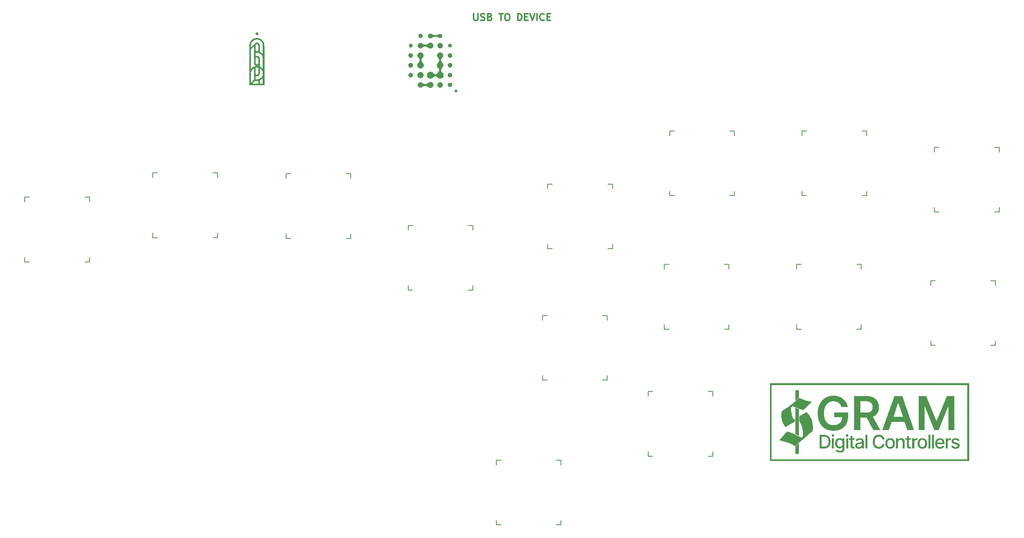
<source format=gbr>
%TF.GenerationSoftware,KiCad,Pcbnew,7.0.10*%
%TF.CreationDate,2024-01-11T05:44:04-06:00*%
%TF.ProjectId,hitbox no passthrough,68697462-6f78-4206-9e6f-207061737374,rev?*%
%TF.SameCoordinates,Original*%
%TF.FileFunction,Legend,Top*%
%TF.FilePolarity,Positive*%
%FSLAX46Y46*%
G04 Gerber Fmt 4.6, Leading zero omitted, Abs format (unit mm)*
G04 Created by KiCad (PCBNEW 7.0.10) date 2024-01-11 05:44:04*
%MOMM*%
%LPD*%
G01*
G04 APERTURE LIST*
%ADD10C,0.000000*%
%ADD11C,0.375000*%
%ADD12C,0.010000*%
%ADD13C,0.150000*%
G04 APERTURE END LIST*
D10*
G36*
X236014605Y-116878857D02*
G01*
X236037674Y-116879423D01*
X236062628Y-116880337D01*
X236089467Y-116881573D01*
X236115760Y-116883061D01*
X236127790Y-116883880D01*
X236139076Y-116884748D01*
X236149618Y-116885666D01*
X236159416Y-116886633D01*
X236168471Y-116887650D01*
X236176781Y-116888717D01*
X236176781Y-117301731D01*
X236169688Y-117299908D01*
X236161311Y-117298010D01*
X236151656Y-117296038D01*
X236140731Y-117293992D01*
X236115092Y-117289675D01*
X236084441Y-117285062D01*
X236067860Y-117282917D01*
X236051260Y-117281047D01*
X236034648Y-117279457D01*
X236018030Y-117278149D01*
X236001412Y-117277127D01*
X235984800Y-117276392D01*
X235968201Y-117275949D01*
X235951619Y-117275801D01*
X235932603Y-117276052D01*
X235913854Y-117276806D01*
X235895371Y-117278061D01*
X235877155Y-117279819D01*
X235859206Y-117282080D01*
X235841523Y-117284842D01*
X235824107Y-117288107D01*
X235806957Y-117291875D01*
X235790075Y-117296144D01*
X235773459Y-117300916D01*
X235757109Y-117306190D01*
X235741027Y-117311966D01*
X235725211Y-117318245D01*
X235709661Y-117325026D01*
X235694379Y-117332309D01*
X235679363Y-117340095D01*
X235664675Y-117348321D01*
X235650378Y-117356926D01*
X235636470Y-117365911D01*
X235622952Y-117375276D01*
X235609823Y-117385023D01*
X235597083Y-117395152D01*
X235584731Y-117405664D01*
X235572767Y-117416559D01*
X235561191Y-117427839D01*
X235550002Y-117439505D01*
X235539200Y-117451556D01*
X235528784Y-117463994D01*
X235518755Y-117476820D01*
X235509111Y-117490034D01*
X235499852Y-117503637D01*
X235490978Y-117517630D01*
X235482569Y-117531892D01*
X235474706Y-117546403D01*
X235467387Y-117561160D01*
X235460613Y-117576165D01*
X235454383Y-117591416D01*
X235448697Y-117606913D01*
X235443554Y-117622655D01*
X235438955Y-117638643D01*
X235434897Y-117654876D01*
X235431382Y-117671354D01*
X235428409Y-117688076D01*
X235425978Y-117705041D01*
X235424087Y-117722250D01*
X235422737Y-117739702D01*
X235421927Y-117757397D01*
X235421657Y-117775334D01*
X235421657Y-119130000D01*
X234989858Y-119130000D01*
X234989858Y-116911736D01*
X235407103Y-116911736D01*
X235407103Y-117264162D01*
X235430123Y-117264162D01*
X235438076Y-117242082D01*
X235446755Y-117220593D01*
X235456160Y-117199693D01*
X235466292Y-117179383D01*
X235477151Y-117159664D01*
X235488738Y-117140536D01*
X235501052Y-117122000D01*
X235514095Y-117104055D01*
X235527866Y-117086703D01*
X235542366Y-117069943D01*
X235557596Y-117053776D01*
X235573556Y-117038203D01*
X235590246Y-117023223D01*
X235607666Y-117008837D01*
X235625818Y-116995046D01*
X235644701Y-116981850D01*
X235664064Y-116969355D01*
X235683755Y-116957666D01*
X235703773Y-116946783D01*
X235724117Y-116936706D01*
X235744787Y-116927435D01*
X235765782Y-116918970D01*
X235787101Y-116911312D01*
X235808743Y-116904460D01*
X235830707Y-116898413D01*
X235852993Y-116893173D01*
X235875601Y-116888740D01*
X235898528Y-116885112D01*
X235921774Y-116882290D01*
X235945340Y-116880275D01*
X235969222Y-116879066D01*
X235993422Y-116878663D01*
X236014605Y-116878857D01*
G37*
G36*
X215981799Y-116172916D02*
G01*
X216034688Y-116174990D01*
X216086621Y-116178447D01*
X216137599Y-116183287D01*
X216187620Y-116189510D01*
X216236684Y-116197116D01*
X216284790Y-116206105D01*
X216331939Y-116216476D01*
X216378130Y-116228231D01*
X216423363Y-116241368D01*
X216467636Y-116255888D01*
X216510951Y-116271791D01*
X216553305Y-116289076D01*
X216594700Y-116307745D01*
X216635134Y-116327797D01*
X216674608Y-116349231D01*
X216674608Y-116348967D01*
X216713080Y-116371688D01*
X216750411Y-116395601D01*
X216786603Y-116420705D01*
X216821654Y-116447003D01*
X216855566Y-116474495D01*
X216888339Y-116503181D01*
X216919973Y-116533062D01*
X216950469Y-116564139D01*
X216979827Y-116596414D01*
X217008048Y-116629885D01*
X217035131Y-116664555D01*
X217061077Y-116700425D01*
X217085888Y-116737494D01*
X217109562Y-116775764D01*
X217132100Y-116815235D01*
X217153504Y-116855909D01*
X217173689Y-116897684D01*
X217192571Y-116940461D01*
X217210152Y-116984244D01*
X217226430Y-117029037D01*
X217241405Y-117074844D01*
X217255079Y-117121669D01*
X217267450Y-117169515D01*
X217278519Y-117218388D01*
X217288286Y-117268289D01*
X217296751Y-117319224D01*
X217303913Y-117371196D01*
X217309773Y-117424208D01*
X217314331Y-117478266D01*
X217317586Y-117533373D01*
X217319540Y-117589532D01*
X217320191Y-117646748D01*
X217319534Y-117703987D01*
X217317562Y-117760216D01*
X217314275Y-117815433D01*
X217309674Y-117869638D01*
X217303758Y-117922831D01*
X217296527Y-117975011D01*
X217287982Y-118026178D01*
X217278122Y-118076332D01*
X217266948Y-118125471D01*
X217254459Y-118173597D01*
X217240655Y-118220707D01*
X217225537Y-118266803D01*
X217209104Y-118311883D01*
X217191356Y-118355947D01*
X217172294Y-118398995D01*
X217151917Y-118441026D01*
X217130300Y-118481951D01*
X217107516Y-118521678D01*
X217083566Y-118560206D01*
X217058448Y-118597536D01*
X217032164Y-118633665D01*
X217004712Y-118668594D01*
X216976091Y-118702322D01*
X216946302Y-118734847D01*
X216915345Y-118766169D01*
X216883217Y-118796287D01*
X216849921Y-118825200D01*
X216815454Y-118852909D01*
X216779816Y-118879411D01*
X216743008Y-118904706D01*
X216705028Y-118928793D01*
X216665877Y-118951672D01*
X216625622Y-118973252D01*
X216584332Y-118993443D01*
X216542006Y-119012243D01*
X216498644Y-119029654D01*
X216454247Y-119045673D01*
X216408814Y-119060302D01*
X216362345Y-119073540D01*
X216314841Y-119085385D01*
X216266301Y-119095839D01*
X216216726Y-119104900D01*
X216166115Y-119112568D01*
X216114469Y-119118842D01*
X216061787Y-119123723D01*
X216008069Y-119127210D01*
X215953316Y-119129303D01*
X215897527Y-119130000D01*
X214940000Y-119130000D01*
X214940000Y-116562221D01*
X215386352Y-116562221D01*
X215386352Y-118740272D01*
X215873185Y-118740272D01*
X215914959Y-118739773D01*
X215955846Y-118738276D01*
X215995845Y-118735780D01*
X216034957Y-118732285D01*
X216073180Y-118727792D01*
X216110515Y-118722301D01*
X216146960Y-118715811D01*
X216182516Y-118708323D01*
X216217182Y-118699837D01*
X216250958Y-118690352D01*
X216283843Y-118679869D01*
X216315837Y-118668387D01*
X216346940Y-118655907D01*
X216377151Y-118642429D01*
X216406470Y-118627952D01*
X216434896Y-118612477D01*
X216462435Y-118596050D01*
X216489094Y-118578718D01*
X216514872Y-118560482D01*
X216539770Y-118541341D01*
X216563787Y-118521297D01*
X216586924Y-118500349D01*
X216609180Y-118478498D01*
X216630555Y-118455744D01*
X216651050Y-118432088D01*
X216670664Y-118407531D01*
X216689398Y-118382071D01*
X216707251Y-118355711D01*
X216724224Y-118328450D01*
X216740316Y-118300288D01*
X216755527Y-118271227D01*
X216769858Y-118241266D01*
X216770122Y-118241267D01*
X216783579Y-118210415D01*
X216796167Y-118178684D01*
X216807888Y-118146083D01*
X216818740Y-118112622D01*
X216828724Y-118078307D01*
X216837839Y-118043149D01*
X216846087Y-118007155D01*
X216853466Y-117970334D01*
X216859977Y-117932694D01*
X216865621Y-117894244D01*
X216870395Y-117854993D01*
X216874302Y-117814949D01*
X216877341Y-117774120D01*
X216879511Y-117732516D01*
X216880813Y-117690144D01*
X216881247Y-117647013D01*
X216880813Y-117603915D01*
X216879512Y-117561637D01*
X216877344Y-117520178D01*
X216874310Y-117479540D01*
X216870412Y-117439724D01*
X216865648Y-117400731D01*
X216860022Y-117362560D01*
X216853532Y-117325214D01*
X216846181Y-117288692D01*
X216837969Y-117252996D01*
X216828896Y-117218126D01*
X216818963Y-117184083D01*
X216808172Y-117150868D01*
X216796522Y-117118482D01*
X216784015Y-117086925D01*
X216770652Y-117056199D01*
X216756392Y-117026343D01*
X216741295Y-116997399D01*
X216725361Y-116969367D01*
X216708590Y-116942246D01*
X216690982Y-116916037D01*
X216672537Y-116890739D01*
X216653254Y-116866353D01*
X216633134Y-116842878D01*
X216612178Y-116820316D01*
X216590384Y-116798664D01*
X216567752Y-116777924D01*
X216544284Y-116758096D01*
X216519979Y-116739180D01*
X216494836Y-116721174D01*
X216468856Y-116704081D01*
X216442039Y-116687899D01*
X216414345Y-116672666D01*
X216385831Y-116658418D01*
X216356498Y-116645155D01*
X216326346Y-116632878D01*
X216295373Y-116621584D01*
X216263580Y-116611275D01*
X216230966Y-116601950D01*
X216197531Y-116593608D01*
X216163274Y-116586248D01*
X216128195Y-116579871D01*
X216092294Y-116574477D01*
X216055569Y-116570064D01*
X216018022Y-116566632D01*
X215979651Y-116564182D01*
X215940456Y-116562711D01*
X215900437Y-116562221D01*
X215386352Y-116562221D01*
X214940000Y-116562221D01*
X214940000Y-116172224D01*
X215927954Y-116172224D01*
X215981799Y-116172916D01*
G37*
G36*
X219263910Y-116883426D02*
G01*
X219288785Y-116884227D01*
X219313045Y-116885561D01*
X219336688Y-116887430D01*
X219359714Y-116889834D01*
X219382123Y-116892773D01*
X219403913Y-116896248D01*
X219425083Y-116900258D01*
X219445634Y-116904805D01*
X219465563Y-116909889D01*
X219484871Y-116915510D01*
X219503557Y-116921669D01*
X219521619Y-116928365D01*
X219539057Y-116935600D01*
X219555871Y-116943374D01*
X219572059Y-116951687D01*
X219587763Y-116960356D01*
X219603028Y-116969199D01*
X219617853Y-116978216D01*
X219632239Y-116987406D01*
X219646187Y-116996769D01*
X219659696Y-117006307D01*
X219672767Y-117016018D01*
X219685401Y-117025902D01*
X219697597Y-117035961D01*
X219709356Y-117046193D01*
X219720679Y-117056598D01*
X219731566Y-117067177D01*
X219742018Y-117077930D01*
X219752034Y-117088857D01*
X219761615Y-117099957D01*
X219770762Y-117111230D01*
X219788200Y-117133617D01*
X219804599Y-117155333D01*
X219819963Y-117176380D01*
X219834295Y-117196757D01*
X219847597Y-117216465D01*
X219859872Y-117235502D01*
X219871125Y-117253870D01*
X219881357Y-117271568D01*
X219912575Y-117271568D01*
X219912575Y-116912528D01*
X220335644Y-116912528D01*
X220335644Y-119180008D01*
X220335126Y-119215330D01*
X220333572Y-119249857D01*
X220330981Y-119283589D01*
X220327354Y-119316524D01*
X220322690Y-119348663D01*
X220316989Y-119380005D01*
X220310249Y-119410548D01*
X220302471Y-119440291D01*
X220293654Y-119469235D01*
X220283798Y-119497378D01*
X220272903Y-119524720D01*
X220260968Y-119551259D01*
X220247993Y-119576995D01*
X220233977Y-119601927D01*
X220218920Y-119626055D01*
X220202822Y-119649377D01*
X220185883Y-119671925D01*
X220168208Y-119693728D01*
X220149798Y-119714788D01*
X220130652Y-119735103D01*
X220110774Y-119754674D01*
X220090163Y-119773501D01*
X220068822Y-119791584D01*
X220046750Y-119808922D01*
X220023950Y-119825517D01*
X220000423Y-119841367D01*
X219976169Y-119856473D01*
X219951190Y-119870835D01*
X219925487Y-119884453D01*
X219899062Y-119897326D01*
X219871914Y-119909455D01*
X219844047Y-119920840D01*
X219815593Y-119931510D01*
X219786687Y-119941491D01*
X219757330Y-119950783D01*
X219727522Y-119959388D01*
X219697266Y-119967303D01*
X219666560Y-119974531D01*
X219635406Y-119981070D01*
X219603805Y-119986921D01*
X219571758Y-119992084D01*
X219539264Y-119996558D01*
X219506326Y-120000344D01*
X219472944Y-120003441D01*
X219404850Y-120007571D01*
X219334989Y-120008948D01*
X219270075Y-120007868D01*
X219238491Y-120006518D01*
X219207489Y-120004627D01*
X219177068Y-120002196D01*
X219147229Y-119999223D01*
X219117970Y-119995708D01*
X219089291Y-119991650D01*
X219061191Y-119987051D01*
X219033672Y-119981908D01*
X219006731Y-119976222D01*
X218980369Y-119969992D01*
X218954585Y-119963218D01*
X218929379Y-119955899D01*
X218904751Y-119948036D01*
X218880700Y-119939627D01*
X218857212Y-119930818D01*
X218834277Y-119921656D01*
X218811892Y-119912140D01*
X218790059Y-119902271D01*
X218768776Y-119892049D01*
X218748042Y-119881472D01*
X218727859Y-119870543D01*
X218708224Y-119859260D01*
X218689138Y-119847623D01*
X218670601Y-119835633D01*
X218652612Y-119823290D01*
X218635170Y-119810593D01*
X218618276Y-119797543D01*
X218601928Y-119784139D01*
X218586127Y-119770382D01*
X218570871Y-119756271D01*
X218556125Y-119741947D01*
X218541850Y-119727449D01*
X218528048Y-119712778D01*
X218514718Y-119697935D01*
X218501860Y-119682919D01*
X218489476Y-119667732D01*
X218477566Y-119652374D01*
X218466129Y-119636845D01*
X218455167Y-119621145D01*
X218444680Y-119605275D01*
X218434668Y-119589235D01*
X218425131Y-119573026D01*
X218416071Y-119556648D01*
X218407487Y-119540102D01*
X218399379Y-119523387D01*
X218391749Y-119506505D01*
X218762960Y-119353311D01*
X218773181Y-119369310D01*
X218784206Y-119385557D01*
X218796042Y-119402052D01*
X218808700Y-119418795D01*
X218822190Y-119435786D01*
X218836519Y-119453025D01*
X218851698Y-119470512D01*
X218867736Y-119488248D01*
X218876154Y-119497096D01*
X218884939Y-119505784D01*
X218894091Y-119514309D01*
X218903612Y-119522672D01*
X218913501Y-119530872D01*
X218923761Y-119538909D01*
X218934390Y-119546782D01*
X218945391Y-119554492D01*
X218956765Y-119562037D01*
X218968510Y-119569418D01*
X218980630Y-119576633D01*
X218993124Y-119583683D01*
X219005993Y-119590567D01*
X219019238Y-119597285D01*
X219032860Y-119603836D01*
X219046859Y-119610220D01*
X219061258Y-119616325D01*
X219076177Y-119622039D01*
X219091615Y-119627361D01*
X219107572Y-119632292D01*
X219124047Y-119636830D01*
X219141039Y-119640976D01*
X219158547Y-119644728D01*
X219176571Y-119648088D01*
X219195109Y-119651053D01*
X219214161Y-119653625D01*
X219233727Y-119655802D01*
X219253804Y-119657584D01*
X219295494Y-119659961D01*
X219339223Y-119660754D01*
X219369597Y-119660289D01*
X219399301Y-119658894D01*
X219428336Y-119656569D01*
X219456703Y-119653313D01*
X219484401Y-119649127D01*
X219511432Y-119644011D01*
X219537795Y-119637965D01*
X219563491Y-119630989D01*
X219588521Y-119623083D01*
X219612884Y-119614246D01*
X219636582Y-119604479D01*
X219659614Y-119593783D01*
X219681981Y-119582155D01*
X219703683Y-119569598D01*
X219724721Y-119556111D01*
X219745095Y-119541693D01*
X219764511Y-119526258D01*
X219782674Y-119509720D01*
X219799584Y-119492079D01*
X219815242Y-119473335D01*
X219829648Y-119453489D01*
X219842800Y-119432541D01*
X219854700Y-119410491D01*
X219865348Y-119387341D01*
X219874743Y-119363089D01*
X219882885Y-119337738D01*
X219889774Y-119311287D01*
X219895411Y-119283736D01*
X219899796Y-119255085D01*
X219902927Y-119225337D01*
X219904806Y-119194489D01*
X219905433Y-119162544D01*
X219905433Y-118726247D01*
X219877916Y-118726247D01*
X219867660Y-118744167D01*
X219856336Y-118762602D01*
X219843946Y-118781546D01*
X219830490Y-118800992D01*
X219815967Y-118820934D01*
X219800377Y-118841366D01*
X219783721Y-118862281D01*
X219765998Y-118883675D01*
X219756659Y-118894446D01*
X219746898Y-118905032D01*
X219736715Y-118915432D01*
X219726111Y-118925648D01*
X219715086Y-118935679D01*
X219703638Y-118945526D01*
X219691769Y-118955190D01*
X219679479Y-118964670D01*
X219666766Y-118973967D01*
X219653633Y-118983082D01*
X219640077Y-118992014D01*
X219626100Y-119000765D01*
X219611701Y-119009334D01*
X219596880Y-119017722D01*
X219581638Y-119025929D01*
X219565973Y-119033957D01*
X219549797Y-119041646D01*
X219533021Y-119048840D01*
X219515643Y-119055537D01*
X219497665Y-119061739D01*
X219479087Y-119067444D01*
X219459909Y-119072653D01*
X219440133Y-119077366D01*
X219419757Y-119081583D01*
X219398784Y-119085303D01*
X219377212Y-119088528D01*
X219355042Y-119091257D01*
X219332276Y-119093489D01*
X219308912Y-119095225D01*
X219284952Y-119096466D01*
X219260396Y-119097210D01*
X219235244Y-119097458D01*
X219202560Y-119096974D01*
X219170292Y-119095524D01*
X219138440Y-119093106D01*
X219107003Y-119089723D01*
X219075981Y-119085374D01*
X219045376Y-119080059D01*
X219015185Y-119073779D01*
X218985410Y-119066535D01*
X218956051Y-119058326D01*
X218927107Y-119049153D01*
X218898578Y-119039017D01*
X218870465Y-119027918D01*
X218842767Y-119015856D01*
X218815485Y-119002832D01*
X218788619Y-118988846D01*
X218762168Y-118973898D01*
X218736266Y-118958008D01*
X218711047Y-118941193D01*
X218686512Y-118923453D01*
X218662661Y-118904788D01*
X218639495Y-118885197D01*
X218617015Y-118864681D01*
X218595222Y-118843238D01*
X218574116Y-118820869D01*
X218553699Y-118797573D01*
X218533971Y-118773349D01*
X218514933Y-118748197D01*
X218496585Y-118722118D01*
X218478929Y-118695109D01*
X218461965Y-118667172D01*
X218445694Y-118638305D01*
X218430117Y-118608508D01*
X218415361Y-118577812D01*
X218401555Y-118546248D01*
X218388698Y-118513813D01*
X218376791Y-118480508D01*
X218365834Y-118446331D01*
X218355828Y-118411283D01*
X218346774Y-118375362D01*
X218338670Y-118338567D01*
X218331519Y-118300898D01*
X218325320Y-118262353D01*
X218320073Y-118222933D01*
X218315780Y-118182636D01*
X218312440Y-118141462D01*
X218310054Y-118099409D01*
X218308622Y-118056478D01*
X218308144Y-118012666D01*
X218308210Y-118006580D01*
X218744707Y-118006580D01*
X218744968Y-118033654D01*
X218745749Y-118060307D01*
X218747050Y-118086539D01*
X218748870Y-118112351D01*
X218751211Y-118137743D01*
X218754070Y-118162714D01*
X218757447Y-118187267D01*
X218761343Y-118211400D01*
X218765757Y-118235115D01*
X218770688Y-118258412D01*
X218776136Y-118281291D01*
X218782101Y-118303752D01*
X218788582Y-118325797D01*
X218795579Y-118347424D01*
X218803091Y-118368636D01*
X218811118Y-118389432D01*
X218819657Y-118409737D01*
X218828703Y-118429479D01*
X218838257Y-118448656D01*
X218848317Y-118467269D01*
X218858882Y-118485317D01*
X218869951Y-118502801D01*
X218881525Y-118519721D01*
X218893602Y-118536077D01*
X218906180Y-118551868D01*
X218919261Y-118567095D01*
X218932842Y-118581757D01*
X218946923Y-118595856D01*
X218961504Y-118609390D01*
X218976583Y-118622360D01*
X218992159Y-118634765D01*
X219008233Y-118646606D01*
X219024837Y-118657803D01*
X219041995Y-118668274D01*
X219059690Y-118678020D01*
X219077905Y-118687042D01*
X219096624Y-118695341D01*
X219115831Y-118702915D01*
X219135508Y-118709766D01*
X219155639Y-118715895D01*
X219176207Y-118721301D01*
X219197195Y-118725984D01*
X219218588Y-118729947D01*
X219240368Y-118733188D01*
X219262518Y-118735708D01*
X219285022Y-118737507D01*
X219307863Y-118738587D01*
X219331025Y-118738946D01*
X219354115Y-118738605D01*
X219376753Y-118737582D01*
X219398940Y-118735877D01*
X219420677Y-118733489D01*
X219441964Y-118730420D01*
X219462803Y-118726668D01*
X219483193Y-118722234D01*
X219503136Y-118717118D01*
X219522633Y-118711320D01*
X219541683Y-118704840D01*
X219560289Y-118697678D01*
X219578451Y-118689833D01*
X219596170Y-118681306D01*
X219613445Y-118672098D01*
X219630280Y-118662207D01*
X219646673Y-118651634D01*
X219662557Y-118640419D01*
X219677963Y-118628604D01*
X219692889Y-118616187D01*
X219707336Y-118603170D01*
X219721303Y-118589553D01*
X219734788Y-118575337D01*
X219747791Y-118560521D01*
X219760310Y-118545107D01*
X219772347Y-118529094D01*
X219783899Y-118512483D01*
X219794965Y-118495274D01*
X219805546Y-118477469D01*
X219815639Y-118459066D01*
X219825246Y-118440067D01*
X219834363Y-118420472D01*
X219842992Y-118400281D01*
X219842994Y-118400279D01*
X219851117Y-118379490D01*
X219858719Y-118358110D01*
X219865800Y-118336157D01*
X219872358Y-118313649D01*
X219878394Y-118290603D01*
X219883907Y-118267036D01*
X219888897Y-118242967D01*
X219893364Y-118218411D01*
X219897306Y-118193388D01*
X219900724Y-118167914D01*
X219905985Y-118115683D01*
X219909144Y-118061858D01*
X219910198Y-118006580D01*
X219909938Y-117978808D01*
X219909157Y-117951452D01*
X219907856Y-117924512D01*
X219906035Y-117897989D01*
X219903695Y-117871883D01*
X219900835Y-117846194D01*
X219897458Y-117820923D01*
X219893562Y-117796070D01*
X219889148Y-117771636D01*
X219884217Y-117747621D01*
X219878769Y-117724025D01*
X219872804Y-117700849D01*
X219866323Y-117678093D01*
X219859327Y-117655758D01*
X219851814Y-117633844D01*
X219843787Y-117612350D01*
X219835214Y-117591356D01*
X219826162Y-117570939D01*
X219816632Y-117551100D01*
X219806621Y-117531839D01*
X219796130Y-117513155D01*
X219785158Y-117495051D01*
X219773704Y-117477525D01*
X219761766Y-117460579D01*
X219749345Y-117444213D01*
X219736440Y-117428427D01*
X219723049Y-117413221D01*
X219709172Y-117398596D01*
X219694808Y-117384553D01*
X219679957Y-117371092D01*
X219664618Y-117358212D01*
X219648789Y-117345915D01*
X219632521Y-117334285D01*
X219615851Y-117323405D01*
X219598764Y-117313275D01*
X219581242Y-117303896D01*
X219563269Y-117295267D01*
X219544828Y-117287388D01*
X219525903Y-117280260D01*
X219506477Y-117273882D01*
X219486532Y-117268254D01*
X219466054Y-117263377D01*
X219445024Y-117259250D01*
X219423426Y-117255874D01*
X219401244Y-117253248D01*
X219378461Y-117251372D01*
X219355060Y-117250246D01*
X219331025Y-117249871D01*
X219306918Y-117250262D01*
X219283313Y-117251434D01*
X219260213Y-117253389D01*
X219237618Y-117256126D01*
X219215528Y-117259646D01*
X219193944Y-117263949D01*
X219172867Y-117269036D01*
X219152298Y-117274908D01*
X219132237Y-117281563D01*
X219112686Y-117289003D01*
X219093644Y-117297229D01*
X219075114Y-117306240D01*
X219057095Y-117316037D01*
X219039588Y-117326621D01*
X219022594Y-117337991D01*
X219006115Y-117350149D01*
X218990097Y-117362979D01*
X218974587Y-117376367D01*
X218959583Y-117390314D01*
X218945086Y-117404818D01*
X218931095Y-117419881D01*
X218917608Y-117435502D01*
X218904625Y-117451681D01*
X218892145Y-117468418D01*
X218880167Y-117485713D01*
X218868691Y-117503566D01*
X218857715Y-117521977D01*
X218847240Y-117540947D01*
X218837264Y-117560474D01*
X218827786Y-117580560D01*
X218818806Y-117601203D01*
X218810323Y-117622405D01*
X218802392Y-117644000D01*
X218794970Y-117665836D01*
X218788057Y-117687930D01*
X218781653Y-117710300D01*
X218775760Y-117732963D01*
X218770377Y-117755936D01*
X218765505Y-117779237D01*
X218761144Y-117802883D01*
X218757295Y-117826892D01*
X218753958Y-117851282D01*
X218751133Y-117876069D01*
X218748821Y-117901271D01*
X218747022Y-117926906D01*
X218745736Y-117952990D01*
X218744707Y-118006580D01*
X218308210Y-118006580D01*
X218308615Y-117968812D01*
X218310029Y-117925750D01*
X218312386Y-117883482D01*
X218315685Y-117842006D01*
X218319927Y-117801323D01*
X218325111Y-117761431D01*
X218331238Y-117722330D01*
X218338307Y-117684021D01*
X218346319Y-117646502D01*
X218355273Y-117609774D01*
X218365170Y-117573835D01*
X218376010Y-117538686D01*
X218387792Y-117504326D01*
X218400517Y-117470755D01*
X218414184Y-117437972D01*
X218428794Y-117405977D01*
X218444229Y-117374835D01*
X218460370Y-117344611D01*
X218477218Y-117315305D01*
X218494771Y-117286918D01*
X218513030Y-117259451D01*
X218531994Y-117232904D01*
X218551662Y-117207276D01*
X218572034Y-117182569D01*
X218593110Y-117158783D01*
X218614890Y-117135918D01*
X218637373Y-117113975D01*
X218660558Y-117092954D01*
X218684446Y-117072855D01*
X218709035Y-117053679D01*
X218734326Y-117035427D01*
X218760318Y-117018098D01*
X218786884Y-117001758D01*
X218813896Y-116986472D01*
X218841352Y-116972240D01*
X218869253Y-116959062D01*
X218897596Y-116946939D01*
X218926383Y-116935870D01*
X218955611Y-116925855D01*
X218985281Y-116916894D01*
X219015390Y-116908988D01*
X219045940Y-116902135D01*
X219076928Y-116896337D01*
X219108353Y-116891593D01*
X219140216Y-116887904D01*
X219172516Y-116885268D01*
X219205251Y-116883687D01*
X219238421Y-116883160D01*
X219263910Y-116883426D01*
G37*
G36*
X225289267Y-107790059D02*
G01*
X225392539Y-107793529D01*
X225493683Y-107799311D01*
X225592700Y-107807407D01*
X225689591Y-107817816D01*
X225784354Y-107830537D01*
X225876990Y-107845572D01*
X225967499Y-107862920D01*
X226055882Y-107882581D01*
X226142137Y-107904555D01*
X226226265Y-107928842D01*
X226308267Y-107955441D01*
X226388141Y-107984354D01*
X226465888Y-108015580D01*
X226541508Y-108049119D01*
X226615001Y-108084972D01*
X226686331Y-108122901D01*
X226755458Y-108162673D01*
X226822385Y-108204289D01*
X226887109Y-108247748D01*
X226949633Y-108293052D01*
X227009955Y-108340202D01*
X227068075Y-108389199D01*
X227123994Y-108440042D01*
X227177712Y-108492734D01*
X227229228Y-108547274D01*
X227278542Y-108603664D01*
X227325656Y-108661904D01*
X227370568Y-108721995D01*
X227413278Y-108783938D01*
X227453787Y-108847733D01*
X227492095Y-108913382D01*
X227528186Y-108980567D01*
X227561946Y-109049077D01*
X227593375Y-109118923D01*
X227622473Y-109190115D01*
X227649241Y-109262664D01*
X227673680Y-109336579D01*
X227695789Y-109411872D01*
X227715569Y-109488553D01*
X227733021Y-109566632D01*
X227748145Y-109646120D01*
X227760941Y-109727027D01*
X227771409Y-109809364D01*
X227779550Y-109893141D01*
X227785365Y-109978369D01*
X227788854Y-110065058D01*
X227790017Y-110153219D01*
X227788839Y-110241378D01*
X227785304Y-110328055D01*
X227779414Y-110413250D01*
X227771169Y-110496962D01*
X227760569Y-110579193D01*
X227747615Y-110659942D01*
X227732306Y-110739208D01*
X227714643Y-110816993D01*
X227694628Y-110893295D01*
X227672259Y-110968115D01*
X227647537Y-111041453D01*
X227620464Y-111113309D01*
X227591039Y-111183683D01*
X227559262Y-111252575D01*
X227525134Y-111319985D01*
X227488656Y-111385913D01*
X227449892Y-111450170D01*
X227408910Y-111512566D01*
X227365709Y-111573101D01*
X227320290Y-111631777D01*
X227272654Y-111688592D01*
X227222803Y-111743547D01*
X227170735Y-111796641D01*
X227116454Y-111847875D01*
X227059958Y-111897249D01*
X227001249Y-111944762D01*
X226940328Y-111990415D01*
X226877196Y-112034208D01*
X226811853Y-112076140D01*
X226744300Y-112116212D01*
X226674538Y-112154424D01*
X226602567Y-112190775D01*
X226567988Y-112207196D01*
X226532914Y-112223121D01*
X226497344Y-112238549D01*
X226461278Y-112253481D01*
X228060950Y-115181625D01*
X226566584Y-115181625D01*
X225113758Y-112474408D01*
X223750889Y-112474408D01*
X223750886Y-112474409D01*
X223750886Y-115181625D01*
X222411565Y-115181625D01*
X222411565Y-111362894D01*
X223751153Y-111362894D01*
X224985698Y-111362894D01*
X225047251Y-111362351D01*
X225107391Y-111360723D01*
X225166118Y-111358010D01*
X225223434Y-111354212D01*
X225279340Y-111349328D01*
X225333835Y-111343360D01*
X225386921Y-111336306D01*
X225438599Y-111328167D01*
X225488869Y-111318943D01*
X225537732Y-111308633D01*
X225585189Y-111297238D01*
X225631240Y-111284759D01*
X225675888Y-111271194D01*
X225719131Y-111256543D01*
X225760971Y-111240808D01*
X225801409Y-111223987D01*
X225840455Y-111206115D01*
X225878217Y-111187227D01*
X225914697Y-111167321D01*
X225949894Y-111146398D01*
X225983809Y-111124458D01*
X226016442Y-111101502D01*
X226047794Y-111077528D01*
X226077865Y-111052537D01*
X226106656Y-111026530D01*
X226134166Y-110999505D01*
X226160397Y-110971463D01*
X226185348Y-110942404D01*
X226209020Y-110912329D01*
X226231414Y-110881236D01*
X226252529Y-110849127D01*
X226272367Y-110816000D01*
X226290964Y-110781878D01*
X226308359Y-110746783D01*
X226324552Y-110710715D01*
X226339542Y-110673675D01*
X226353331Y-110635662D01*
X226365919Y-110596678D01*
X226377306Y-110556723D01*
X226387493Y-110515797D01*
X226396480Y-110473900D01*
X226404268Y-110431034D01*
X226410856Y-110387197D01*
X226416246Y-110342392D01*
X226420437Y-110296617D01*
X226423430Y-110249874D01*
X226425226Y-110202162D01*
X226425824Y-110153483D01*
X226425217Y-110104764D01*
X226423394Y-110056931D01*
X226420357Y-110009985D01*
X226416105Y-109963926D01*
X226410640Y-109918753D01*
X226403961Y-109874468D01*
X226396069Y-109831069D01*
X226386964Y-109788557D01*
X226376647Y-109746931D01*
X226365118Y-109706193D01*
X226352377Y-109666341D01*
X226338425Y-109627376D01*
X226323263Y-109589298D01*
X226306890Y-109552106D01*
X226289307Y-109515801D01*
X226270514Y-109480383D01*
X226250482Y-109445930D01*
X226229178Y-109412518D01*
X226206604Y-109380149D01*
X226182760Y-109348823D01*
X226157646Y-109318541D01*
X226131263Y-109289302D01*
X226103611Y-109261107D01*
X226074690Y-109233957D01*
X226044501Y-109207851D01*
X226013045Y-109182791D01*
X225980321Y-109158777D01*
X225946330Y-109135809D01*
X225911072Y-109113887D01*
X225874549Y-109093012D01*
X225836759Y-109073184D01*
X225797704Y-109054404D01*
X225757251Y-109036672D01*
X225715365Y-109020086D01*
X225672046Y-109004647D01*
X225627293Y-108990354D01*
X225581106Y-108977207D01*
X225533484Y-108965205D01*
X225484428Y-108954348D01*
X225433937Y-108944635D01*
X225382010Y-108936066D01*
X225328646Y-108928642D01*
X225273847Y-108922360D01*
X225217611Y-108917222D01*
X225159937Y-108913226D01*
X225100826Y-108910372D01*
X224978290Y-108908089D01*
X224978556Y-108908354D01*
X223751153Y-108908354D01*
X223751153Y-111362894D01*
X222411565Y-111362894D01*
X222411565Y-107788903D01*
X225183869Y-107788903D01*
X225289267Y-107790059D01*
G37*
G36*
X238905691Y-119130266D02*
G01*
X238473891Y-119130266D01*
X238473891Y-116172489D01*
X238905691Y-116172489D01*
X238905691Y-119130266D01*
G37*
G36*
X243241166Y-116878857D02*
G01*
X243264235Y-116879423D01*
X243289188Y-116880337D01*
X243316027Y-116881573D01*
X243342320Y-116883061D01*
X243354351Y-116883880D01*
X243365637Y-116884748D01*
X243376179Y-116885666D01*
X243385977Y-116886633D01*
X243395031Y-116887650D01*
X243403341Y-116888717D01*
X243403341Y-117301731D01*
X243396247Y-117299908D01*
X243387870Y-117298010D01*
X243378216Y-117296038D01*
X243367291Y-117293992D01*
X243341651Y-117289675D01*
X243311001Y-117285062D01*
X243294419Y-117282917D01*
X243277820Y-117281047D01*
X243261208Y-117279457D01*
X243244590Y-117278149D01*
X243227972Y-117277127D01*
X243211360Y-117276392D01*
X243194760Y-117275949D01*
X243178179Y-117275801D01*
X243159163Y-117276052D01*
X243140414Y-117276806D01*
X243121932Y-117278061D01*
X243103716Y-117279819D01*
X243085767Y-117282080D01*
X243068084Y-117284842D01*
X243050668Y-117288107D01*
X243033519Y-117291875D01*
X243016636Y-117296144D01*
X243000020Y-117300916D01*
X242983671Y-117306190D01*
X242967588Y-117311966D01*
X242951771Y-117318245D01*
X242936222Y-117325026D01*
X242920939Y-117332309D01*
X242905922Y-117340095D01*
X242891235Y-117348321D01*
X242876938Y-117356926D01*
X242863031Y-117365911D01*
X242849513Y-117375276D01*
X242836385Y-117385023D01*
X242823645Y-117395152D01*
X242811293Y-117405664D01*
X242799329Y-117416559D01*
X242787753Y-117427839D01*
X242776564Y-117439505D01*
X242765762Y-117451556D01*
X242755347Y-117463994D01*
X242745317Y-117476820D01*
X242735673Y-117490034D01*
X242726414Y-117503637D01*
X242717540Y-117517630D01*
X242709131Y-117531892D01*
X242701267Y-117546403D01*
X242693949Y-117561160D01*
X242687174Y-117576165D01*
X242680945Y-117591416D01*
X242675258Y-117606913D01*
X242670116Y-117622655D01*
X242665516Y-117638643D01*
X242661459Y-117654876D01*
X242657944Y-117671354D01*
X242654971Y-117688076D01*
X242652540Y-117705041D01*
X242650649Y-117722250D01*
X242649299Y-117739702D01*
X242648490Y-117757397D01*
X242648220Y-117775334D01*
X242648220Y-119130000D01*
X242216420Y-119130000D01*
X242216420Y-116911735D01*
X242633935Y-116911735D01*
X242633935Y-117264159D01*
X242656951Y-117264159D01*
X242664905Y-117242080D01*
X242673584Y-117220590D01*
X242682990Y-117199691D01*
X242693122Y-117179381D01*
X242703981Y-117159662D01*
X242715568Y-117140534D01*
X242727882Y-117121998D01*
X242740925Y-117104054D01*
X242754696Y-117086701D01*
X242769196Y-117069941D01*
X242784426Y-117053775D01*
X242800386Y-117038201D01*
X242817075Y-117023221D01*
X242834495Y-117008836D01*
X242852647Y-116995045D01*
X242871529Y-116981849D01*
X242890892Y-116969353D01*
X242910583Y-116957664D01*
X242930601Y-116946781D01*
X242950945Y-116936704D01*
X242971615Y-116927433D01*
X242992610Y-116918969D01*
X243013929Y-116911310D01*
X243035571Y-116904458D01*
X243057535Y-116898412D01*
X243079821Y-116893172D01*
X243102429Y-116888738D01*
X243125356Y-116885110D01*
X243148602Y-116882289D01*
X243172168Y-116880274D01*
X243196050Y-116879064D01*
X243220096Y-116878664D01*
X243241166Y-116878857D01*
G37*
G36*
X243220096Y-116878664D02*
G01*
X243219982Y-116878663D01*
X243220250Y-116878661D01*
X243220096Y-116878664D01*
G37*
G36*
X221123577Y-119130000D02*
G01*
X220691776Y-119130000D01*
X220691776Y-116911735D01*
X221123577Y-116911735D01*
X221123577Y-119130000D01*
G37*
G36*
X220923754Y-116054253D02*
G01*
X220937462Y-116055146D01*
X220950915Y-116056633D01*
X220964114Y-116058714D01*
X220977059Y-116061389D01*
X220989750Y-116064657D01*
X221002186Y-116068519D01*
X221014369Y-116072973D01*
X221026297Y-116078019D01*
X221037970Y-116083657D01*
X221049390Y-116089886D01*
X221060555Y-116096707D01*
X221071466Y-116104118D01*
X221082123Y-116112119D01*
X221092525Y-116120710D01*
X221102674Y-116129891D01*
X221112382Y-116139470D01*
X221121463Y-116149258D01*
X221129918Y-116159261D01*
X221137747Y-116169484D01*
X221144950Y-116179931D01*
X221151526Y-116190608D01*
X221157476Y-116201520D01*
X221162800Y-116212672D01*
X221167497Y-116224069D01*
X221171568Y-116235716D01*
X221175013Y-116247618D01*
X221177831Y-116259781D01*
X221180024Y-116272208D01*
X221181589Y-116284905D01*
X221182529Y-116297878D01*
X221182842Y-116311130D01*
X221182529Y-116324401D01*
X221181589Y-116337424D01*
X221180024Y-116350200D01*
X221177831Y-116362729D01*
X221175013Y-116375011D01*
X221171568Y-116387047D01*
X221167497Y-116398838D01*
X221162800Y-116410383D01*
X221157476Y-116421683D01*
X221151526Y-116432738D01*
X221144950Y-116443550D01*
X221137747Y-116454118D01*
X221129918Y-116464442D01*
X221121463Y-116474523D01*
X221112382Y-116484362D01*
X221102674Y-116493958D01*
X221092526Y-116503139D01*
X221082123Y-116511730D01*
X221071467Y-116519732D01*
X221060556Y-116527143D01*
X221049390Y-116533963D01*
X221037971Y-116540193D01*
X221026297Y-116545831D01*
X221014369Y-116550877D01*
X221002187Y-116555331D01*
X220989750Y-116559192D01*
X220977060Y-116562460D01*
X220964115Y-116565135D01*
X220950915Y-116567216D01*
X220937462Y-116568703D01*
X220923754Y-116569596D01*
X220909792Y-116569894D01*
X220895830Y-116569596D01*
X220882123Y-116568703D01*
X220868670Y-116567216D01*
X220855471Y-116565135D01*
X220842526Y-116562460D01*
X220829835Y-116559192D01*
X220817399Y-116555331D01*
X220805217Y-116550877D01*
X220793289Y-116545831D01*
X220781615Y-116540193D01*
X220770196Y-116533963D01*
X220759031Y-116527143D01*
X220748120Y-116519732D01*
X220737463Y-116511730D01*
X220727060Y-116503139D01*
X220716912Y-116493958D01*
X220707204Y-116484380D01*
X220698122Y-116474591D01*
X220689666Y-116464588D01*
X220681837Y-116454366D01*
X220674635Y-116443918D01*
X220668058Y-116433241D01*
X220662108Y-116422329D01*
X220656784Y-116411177D01*
X220652087Y-116399779D01*
X220648016Y-116388132D01*
X220644571Y-116376230D01*
X220641753Y-116364068D01*
X220639561Y-116351641D01*
X220637995Y-116338943D01*
X220637055Y-116325971D01*
X220636742Y-116312718D01*
X220637055Y-116299447D01*
X220637995Y-116286425D01*
X220639561Y-116273649D01*
X220641753Y-116261120D01*
X220644571Y-116248838D01*
X220648016Y-116236802D01*
X220652087Y-116225011D01*
X220656784Y-116213466D01*
X220662108Y-116202166D01*
X220668058Y-116191111D01*
X220674635Y-116180299D01*
X220681837Y-116169732D01*
X220689666Y-116159407D01*
X220698122Y-116149326D01*
X220707204Y-116139488D01*
X220716912Y-116129891D01*
X220727060Y-116120710D01*
X220737462Y-116112119D01*
X220748119Y-116104118D01*
X220759030Y-116096707D01*
X220770195Y-116089886D01*
X220781614Y-116083657D01*
X220793288Y-116078019D01*
X220805216Y-116072973D01*
X220817398Y-116068519D01*
X220829834Y-116064657D01*
X220842525Y-116061389D01*
X220855470Y-116058714D01*
X220868669Y-116056633D01*
X220882122Y-116055146D01*
X220895830Y-116054253D01*
X220909792Y-116053956D01*
X220923754Y-116054253D01*
G37*
G36*
X218048325Y-119130000D02*
G01*
X217616524Y-119130000D01*
X217616524Y-116911735D01*
X218048325Y-116911735D01*
X218048325Y-119130000D01*
G37*
G36*
X223681982Y-116883379D02*
G01*
X223715971Y-116884830D01*
X223750469Y-116887248D01*
X223785482Y-116890634D01*
X223821016Y-116894988D01*
X223857077Y-116900308D01*
X223893671Y-116906596D01*
X223930805Y-116913852D01*
X223949433Y-116917969D01*
X223967913Y-116922484D01*
X223986244Y-116927395D01*
X224004426Y-116932703D01*
X224022459Y-116938408D01*
X224040343Y-116944510D01*
X224058078Y-116951009D01*
X224075665Y-116957905D01*
X224093103Y-116965197D01*
X224110392Y-116972887D01*
X224127532Y-116980973D01*
X224144523Y-116989456D01*
X224161365Y-116998337D01*
X224178059Y-117007614D01*
X224194603Y-117017287D01*
X224210999Y-117027358D01*
X224210210Y-117026830D01*
X224226395Y-117037375D01*
X224242208Y-117048472D01*
X224257650Y-117060119D01*
X224272721Y-117072318D01*
X224287422Y-117085066D01*
X224301752Y-117098365D01*
X224315713Y-117112213D01*
X224329305Y-117126611D01*
X224342527Y-117141557D01*
X224355381Y-117157052D01*
X224367867Y-117173094D01*
X224379985Y-117189685D01*
X224391735Y-117206822D01*
X224403118Y-117224507D01*
X224414135Y-117242738D01*
X224424785Y-117261515D01*
X224434927Y-117280918D01*
X224444418Y-117301028D01*
X224453256Y-117321844D01*
X224461443Y-117343366D01*
X224468976Y-117365594D01*
X224475857Y-117388526D01*
X224482084Y-117412163D01*
X224487657Y-117436504D01*
X224492576Y-117461549D01*
X224496840Y-117487297D01*
X224500450Y-117513749D01*
X224503404Y-117540903D01*
X224505702Y-117568759D01*
X224507344Y-117597318D01*
X224508330Y-117626577D01*
X224508658Y-117656538D01*
X224508658Y-119129738D01*
X224086913Y-119129738D01*
X224086913Y-118826524D01*
X224069715Y-118826524D01*
X224064295Y-118836980D01*
X224058552Y-118847410D01*
X224052486Y-118857817D01*
X224046096Y-118868200D01*
X224039382Y-118878560D01*
X224032344Y-118888897D01*
X224024981Y-118899212D01*
X224017293Y-118909504D01*
X224009280Y-118919775D01*
X224000940Y-118930024D01*
X223992274Y-118940253D01*
X223983282Y-118950461D01*
X223973962Y-118960649D01*
X223964315Y-118970817D01*
X223954340Y-118980965D01*
X223944037Y-118991095D01*
X223933384Y-119001107D01*
X223922358Y-119010902D01*
X223910960Y-119020482D01*
X223899190Y-119029845D01*
X223887048Y-119038992D01*
X223874534Y-119047925D01*
X223861648Y-119056643D01*
X223848390Y-119065146D01*
X223834760Y-119073436D01*
X223820758Y-119081512D01*
X223806383Y-119089374D01*
X223791637Y-119097024D01*
X223776519Y-119104462D01*
X223761028Y-119111687D01*
X223745166Y-119118701D01*
X223728931Y-119125503D01*
X223712306Y-119131990D01*
X223695271Y-119138055D01*
X223677829Y-119143700D01*
X223659978Y-119148924D01*
X223641719Y-119153727D01*
X223623053Y-119158111D01*
X223603980Y-119162076D01*
X223584501Y-119165622D01*
X223564615Y-119168749D01*
X223544324Y-119171458D01*
X223523627Y-119173749D01*
X223502525Y-119175622D01*
X223459108Y-119178119D01*
X223414075Y-119178950D01*
X223387888Y-119178643D01*
X223362011Y-119177723D01*
X223336446Y-119176188D01*
X223311194Y-119174039D01*
X223286254Y-119171276D01*
X223261629Y-119167900D01*
X223237318Y-119163909D01*
X223213323Y-119159305D01*
X223189644Y-119154086D01*
X223166282Y-119148254D01*
X223143238Y-119141808D01*
X223120512Y-119134748D01*
X223098106Y-119127074D01*
X223076020Y-119118786D01*
X223054255Y-119109885D01*
X223032811Y-119100369D01*
X223011805Y-119090267D01*
X222991352Y-119079607D01*
X222971452Y-119068388D01*
X222952106Y-119056609D01*
X222933315Y-119044271D01*
X222915080Y-119031373D01*
X222897401Y-119017914D01*
X222880280Y-119003895D01*
X222863717Y-118989314D01*
X222847712Y-118974172D01*
X222832268Y-118958468D01*
X222817384Y-118942201D01*
X222803061Y-118925372D01*
X222789299Y-118907980D01*
X222776101Y-118890024D01*
X222763466Y-118871504D01*
X222751498Y-118852441D01*
X222740299Y-118832857D01*
X222729870Y-118812749D01*
X222720211Y-118792116D01*
X222711323Y-118770958D01*
X222703205Y-118749274D01*
X222695859Y-118727062D01*
X222689284Y-118704320D01*
X222683482Y-118681048D01*
X222678452Y-118657245D01*
X222674194Y-118632910D01*
X222670710Y-118608041D01*
X222667999Y-118582637D01*
X222666063Y-118556697D01*
X222664901Y-118530220D01*
X222664600Y-118509288D01*
X223087845Y-118509288D01*
X223088310Y-118529020D01*
X223089705Y-118548133D01*
X223092028Y-118566628D01*
X223095279Y-118584504D01*
X223099457Y-118601764D01*
X223104561Y-118618407D01*
X223107460Y-118626498D01*
X223110591Y-118634435D01*
X223113952Y-118642219D01*
X223117545Y-118649848D01*
X223121369Y-118657325D01*
X223125424Y-118664648D01*
X223129709Y-118671817D01*
X223134225Y-118678834D01*
X223138972Y-118685697D01*
X223143949Y-118692407D01*
X223149157Y-118698965D01*
X223154595Y-118705369D01*
X223160263Y-118711621D01*
X223166162Y-118717721D01*
X223178648Y-118729462D01*
X223192054Y-118740594D01*
X223206379Y-118751117D01*
X223221451Y-118760971D01*
X223237093Y-118770191D01*
X223253291Y-118778779D01*
X223270032Y-118786733D01*
X223287300Y-118794052D01*
X223305084Y-118800738D01*
X223323370Y-118806788D01*
X223342143Y-118812203D01*
X223361391Y-118816983D01*
X223381100Y-118821126D01*
X223401255Y-118824633D01*
X223421845Y-118827504D01*
X223442854Y-118829737D01*
X223464270Y-118831333D01*
X223486079Y-118832290D01*
X223508268Y-118832609D01*
X223530443Y-118832334D01*
X223552221Y-118831506D01*
X223573601Y-118830126D01*
X223594583Y-118828194D01*
X223615167Y-118825711D01*
X223635352Y-118822675D01*
X223655138Y-118819088D01*
X223674524Y-118814949D01*
X223693511Y-118810258D01*
X223712097Y-118805015D01*
X223730282Y-118799220D01*
X223748066Y-118792873D01*
X223765449Y-118785974D01*
X223782429Y-118778523D01*
X223799008Y-118770520D01*
X223815183Y-118761966D01*
X223830922Y-118752962D01*
X223846188Y-118743611D01*
X223860983Y-118733913D01*
X223875306Y-118723870D01*
X223889155Y-118713481D01*
X223902531Y-118702746D01*
X223915434Y-118691667D01*
X223927863Y-118680243D01*
X223939817Y-118668475D01*
X223951296Y-118656363D01*
X223962301Y-118643908D01*
X223972830Y-118631109D01*
X223982882Y-118617969D01*
X223992459Y-118604485D01*
X224001559Y-118590660D01*
X224010181Y-118576494D01*
X224018305Y-118562045D01*
X224025907Y-118547471D01*
X224032987Y-118532773D01*
X224039546Y-118517950D01*
X224045582Y-118503001D01*
X224051095Y-118487926D01*
X224056085Y-118472725D01*
X224060551Y-118457397D01*
X224064494Y-118441942D01*
X224067912Y-118426360D01*
X224070805Y-118410650D01*
X224073173Y-118394811D01*
X224075015Y-118378844D01*
X224076332Y-118362748D01*
X224077122Y-118346522D01*
X224077385Y-118330167D01*
X224077319Y-118330232D01*
X224077254Y-118330298D01*
X224077123Y-118330431D01*
X224077123Y-118044415D01*
X224074035Y-118047280D01*
X224070623Y-118050120D01*
X224066886Y-118052934D01*
X224062823Y-118055722D01*
X224058433Y-118058484D01*
X224053715Y-118061219D01*
X224048668Y-118063927D01*
X224043289Y-118066607D01*
X224037580Y-118069260D01*
X224031537Y-118071884D01*
X224025160Y-118074480D01*
X224018448Y-118077046D01*
X224004013Y-118082090D01*
X223988224Y-118087013D01*
X223971480Y-118091777D01*
X223954187Y-118096348D01*
X223936342Y-118100733D01*
X223917943Y-118104939D01*
X223898985Y-118108971D01*
X223879467Y-118112835D01*
X223859384Y-118116538D01*
X223838733Y-118120087D01*
X223797115Y-118126833D01*
X223756018Y-118133183D01*
X223715467Y-118139136D01*
X223675486Y-118144691D01*
X223542664Y-118162683D01*
X223511647Y-118166987D01*
X223481305Y-118171964D01*
X223451646Y-118177617D01*
X223422675Y-118183949D01*
X223394399Y-118190963D01*
X223366823Y-118198662D01*
X223339954Y-118207049D01*
X223313799Y-118216128D01*
X223301065Y-118220968D01*
X223288659Y-118226062D01*
X223276581Y-118231410D01*
X223264831Y-118237010D01*
X223253407Y-118242863D01*
X223242311Y-118248969D01*
X223231541Y-118255326D01*
X223221096Y-118261935D01*
X223210978Y-118268795D01*
X223201184Y-118275906D01*
X223191715Y-118283267D01*
X223182571Y-118290878D01*
X223173751Y-118298738D01*
X223165254Y-118306848D01*
X223157081Y-118315207D01*
X223149230Y-118323814D01*
X223141782Y-118332725D01*
X223134818Y-118341996D01*
X223128336Y-118351625D01*
X223122337Y-118361613D01*
X223116820Y-118371958D01*
X223111785Y-118382662D01*
X223107231Y-118393723D01*
X223103158Y-118405141D01*
X223099566Y-118416915D01*
X223096454Y-118429046D01*
X223093822Y-118441532D01*
X223091670Y-118454374D01*
X223089996Y-118467571D01*
X223088801Y-118481123D01*
X223088084Y-118495028D01*
X223087845Y-118509288D01*
X222664600Y-118509288D01*
X222664513Y-118503204D01*
X222664795Y-118479999D01*
X222665642Y-118457315D01*
X222667052Y-118435151D01*
X222669027Y-118413506D01*
X222671567Y-118392381D01*
X222674670Y-118371775D01*
X222678338Y-118351687D01*
X222682570Y-118332118D01*
X222687367Y-118313066D01*
X222692728Y-118294532D01*
X222698653Y-118276515D01*
X222705142Y-118259014D01*
X222712196Y-118242030D01*
X222719814Y-118225562D01*
X222727997Y-118209609D01*
X222736744Y-118194171D01*
X222745971Y-118179189D01*
X222755595Y-118164604D01*
X222765614Y-118150415D01*
X222776030Y-118136624D01*
X222786840Y-118123229D01*
X222798046Y-118110232D01*
X222809646Y-118097631D01*
X222821641Y-118085427D01*
X222834029Y-118073620D01*
X222846811Y-118062210D01*
X222859985Y-118051196D01*
X222873553Y-118040580D01*
X222887512Y-118030360D01*
X222901864Y-118020538D01*
X222916606Y-118011112D01*
X222931740Y-118002083D01*
X222962857Y-117984956D01*
X222994889Y-117968898D01*
X223027832Y-117953914D01*
X223061684Y-117940005D01*
X223096441Y-117927175D01*
X223132100Y-117915427D01*
X223168659Y-117904765D01*
X223206113Y-117895190D01*
X223244102Y-117886511D01*
X223282268Y-117878336D01*
X223320614Y-117870676D01*
X223359142Y-117863540D01*
X223397856Y-117856938D01*
X223436760Y-117850877D01*
X223475856Y-117845369D01*
X223515146Y-117840422D01*
X223695691Y-117819255D01*
X223838732Y-117802057D01*
X223853993Y-117800094D01*
X223868721Y-117797977D01*
X223882917Y-117795706D01*
X223896580Y-117793280D01*
X223909712Y-117790701D01*
X223922313Y-117787969D01*
X223934382Y-117785085D01*
X223945921Y-117782048D01*
X223956930Y-117778859D01*
X223967409Y-117775519D01*
X223977358Y-117772027D01*
X223986779Y-117768385D01*
X223995671Y-117764592D01*
X224004034Y-117760649D01*
X224011870Y-117756557D01*
X224019178Y-117752315D01*
X224026002Y-117747782D01*
X224032386Y-117742914D01*
X224038330Y-117737712D01*
X224043833Y-117732174D01*
X224048897Y-117726301D01*
X224053520Y-117720094D01*
X224057702Y-117713552D01*
X224061445Y-117706674D01*
X224064747Y-117699462D01*
X224067609Y-117691916D01*
X224070031Y-117684034D01*
X224072012Y-117675817D01*
X224073553Y-117667266D01*
X224074654Y-117658380D01*
X224075314Y-117649158D01*
X224075535Y-117639603D01*
X224075535Y-117629549D01*
X224075122Y-117606220D01*
X224073884Y-117583560D01*
X224071820Y-117561570D01*
X224068928Y-117540248D01*
X224065209Y-117519594D01*
X224060661Y-117499608D01*
X224055284Y-117480289D01*
X224049076Y-117461638D01*
X224042037Y-117443653D01*
X224034167Y-117426334D01*
X224025464Y-117409681D01*
X224015928Y-117393693D01*
X224005558Y-117378371D01*
X223994353Y-117363713D01*
X223982313Y-117349720D01*
X223969436Y-117336391D01*
X223955801Y-117323799D01*
X223941472Y-117312020D01*
X223926423Y-117301053D01*
X223910628Y-117290899D01*
X223894063Y-117281557D01*
X223876702Y-117273027D01*
X223858521Y-117265310D01*
X223839493Y-117258405D01*
X223819594Y-117252312D01*
X223798798Y-117247032D01*
X223777081Y-117242564D01*
X223754417Y-117238908D01*
X223730781Y-117236065D01*
X223706147Y-117234034D01*
X223680491Y-117232816D01*
X223653788Y-117232410D01*
X223626915Y-117232785D01*
X223600767Y-117233910D01*
X223575346Y-117235786D01*
X223550649Y-117238412D01*
X223526679Y-117241789D01*
X223503434Y-117245915D01*
X223480914Y-117250793D01*
X223459120Y-117256420D01*
X223438052Y-117262798D01*
X223417709Y-117269926D01*
X223398092Y-117277805D01*
X223379200Y-117286434D01*
X223361034Y-117295813D01*
X223343593Y-117305943D01*
X223326878Y-117316823D01*
X223310888Y-117328453D01*
X223295608Y-117340539D01*
X223280925Y-117352787D01*
X223266838Y-117365197D01*
X223253349Y-117377769D01*
X223240458Y-117390504D01*
X223228167Y-117403402D01*
X223216476Y-117416463D01*
X223205385Y-117429689D01*
X223194896Y-117443079D01*
X223185009Y-117456634D01*
X223175725Y-117470353D01*
X223167045Y-117484239D01*
X223158970Y-117498290D01*
X223151500Y-117512507D01*
X223144636Y-117526892D01*
X223138379Y-117541443D01*
X222732508Y-117449103D01*
X222741800Y-117424153D01*
X222751619Y-117399804D01*
X222761965Y-117376057D01*
X222772836Y-117352911D01*
X222784233Y-117330366D01*
X222796155Y-117308423D01*
X222808602Y-117287082D01*
X222821573Y-117266342D01*
X222835068Y-117246204D01*
X222849087Y-117226667D01*
X222863629Y-117207732D01*
X222878694Y-117189398D01*
X222894281Y-117171666D01*
X222910391Y-117154535D01*
X222927022Y-117138006D01*
X222944175Y-117122079D01*
X222961799Y-117106718D01*
X222979746Y-117091891D01*
X222998019Y-117077596D01*
X223016617Y-117063833D01*
X223035542Y-117050602D01*
X223054796Y-117037902D01*
X223074379Y-117025734D01*
X223094293Y-117014095D01*
X223114538Y-117002987D01*
X223135116Y-116992409D01*
X223156029Y-116982361D01*
X223177277Y-116972841D01*
X223198861Y-116963850D01*
X223220783Y-116955387D01*
X223243043Y-116947452D01*
X223265644Y-116940045D01*
X223311471Y-116926650D01*
X223357871Y-116915042D01*
X223404849Y-116905219D01*
X223452406Y-116897182D01*
X223500546Y-116890932D01*
X223549272Y-116886467D01*
X223598587Y-116883788D01*
X223648494Y-116882895D01*
X223681982Y-116883379D01*
G37*
G36*
X230243287Y-116883718D02*
G01*
X230281351Y-116885392D01*
X230318794Y-116888182D01*
X230355616Y-116892089D01*
X230391819Y-116897112D01*
X230427401Y-116903251D01*
X230462364Y-116910507D01*
X230496706Y-116918878D01*
X230530428Y-116928366D01*
X230563529Y-116938970D01*
X230596011Y-116950690D01*
X230627873Y-116963527D01*
X230659114Y-116977479D01*
X230689735Y-116992548D01*
X230719736Y-117008733D01*
X230749117Y-117026034D01*
X230777782Y-117044393D01*
X230805635Y-117063651D01*
X230832676Y-117083808D01*
X230858904Y-117104864D01*
X230884319Y-117126819D01*
X230908923Y-117149673D01*
X230932714Y-117173427D01*
X230955692Y-117198080D01*
X230977858Y-117223632D01*
X230999212Y-117250083D01*
X231019753Y-117277433D01*
X231039482Y-117305682D01*
X231058399Y-117334831D01*
X231076503Y-117364879D01*
X231093795Y-117395826D01*
X231110274Y-117427672D01*
X231125845Y-117460364D01*
X231140412Y-117493746D01*
X231153973Y-117527816D01*
X231166531Y-117562568D01*
X231178083Y-117598000D01*
X231188631Y-117634106D01*
X231198175Y-117670884D01*
X231206714Y-117708329D01*
X231214248Y-117746438D01*
X231220778Y-117785206D01*
X231226303Y-117824630D01*
X231230823Y-117864706D01*
X231234339Y-117905430D01*
X231236851Y-117946798D01*
X231238358Y-117988807D01*
X231238860Y-118031451D01*
X231238358Y-118074075D01*
X231236851Y-118116023D01*
X231234339Y-118157295D01*
X231230823Y-118197891D01*
X231226303Y-118237810D01*
X231220778Y-118277055D01*
X231214248Y-118315623D01*
X231206714Y-118353515D01*
X231198175Y-118390731D01*
X231188631Y-118427271D01*
X231178083Y-118463136D01*
X231166531Y-118498324D01*
X231153973Y-118532837D01*
X231140412Y-118566674D01*
X231125845Y-118599835D01*
X231110274Y-118632320D01*
X231093794Y-118664020D01*
X231076502Y-118694827D01*
X231058397Y-118724742D01*
X231039481Y-118753763D01*
X231019751Y-118781892D01*
X230999210Y-118809127D01*
X230977856Y-118835470D01*
X230955690Y-118860919D01*
X230932711Y-118885476D01*
X230908920Y-118909140D01*
X230884317Y-118931911D01*
X230858902Y-118953789D01*
X230832674Y-118974773D01*
X230805634Y-118994865D01*
X230777782Y-119014064D01*
X230749117Y-119032370D01*
X230719736Y-119049671D01*
X230689734Y-119065856D01*
X230659113Y-119080925D01*
X230627871Y-119094878D01*
X230596010Y-119107714D01*
X230563528Y-119119435D01*
X230530426Y-119130039D01*
X230496705Y-119139526D01*
X230462363Y-119147898D01*
X230427401Y-119155154D01*
X230391818Y-119161293D01*
X230355616Y-119166316D01*
X230318793Y-119170223D01*
X230281350Y-119173013D01*
X230243287Y-119174687D01*
X230204604Y-119175246D01*
X230165921Y-119174687D01*
X230127858Y-119173013D01*
X230090415Y-119170222D01*
X230053592Y-119166316D01*
X230017390Y-119161292D01*
X229981808Y-119155153D01*
X229946845Y-119147898D01*
X229912504Y-119139526D01*
X229878782Y-119130038D01*
X229845680Y-119119434D01*
X229813198Y-119107714D01*
X229781337Y-119094877D01*
X229750095Y-119080925D01*
X229719474Y-119065856D01*
X229689473Y-119049671D01*
X229660091Y-119032370D01*
X229631426Y-119014064D01*
X229603573Y-118994865D01*
X229576533Y-118974773D01*
X229550305Y-118953789D01*
X229524889Y-118931911D01*
X229500286Y-118909140D01*
X229476495Y-118885476D01*
X229453517Y-118860919D01*
X229431351Y-118835470D01*
X229409997Y-118809127D01*
X229389456Y-118781892D01*
X229369727Y-118753763D01*
X229350810Y-118724742D01*
X229332706Y-118694827D01*
X229315414Y-118664020D01*
X229298934Y-118632320D01*
X229283363Y-118599846D01*
X229268797Y-118566718D01*
X229255235Y-118532928D01*
X229242677Y-118498474D01*
X229231125Y-118463350D01*
X229220576Y-118427551D01*
X229211033Y-118391074D01*
X229202494Y-118353912D01*
X229194959Y-118316063D01*
X229188429Y-118277520D01*
X229182904Y-118238280D01*
X229178383Y-118198337D01*
X229174867Y-118157688D01*
X229172356Y-118116327D01*
X229170849Y-118074250D01*
X229170347Y-118031451D01*
X229170365Y-118029864D01*
X229606649Y-118029864D01*
X229606900Y-118056415D01*
X229607653Y-118082686D01*
X229608909Y-118108678D01*
X229610667Y-118134391D01*
X229612927Y-118159825D01*
X229615690Y-118184980D01*
X229618955Y-118209856D01*
X229622722Y-118234453D01*
X229626991Y-118258770D01*
X229631763Y-118282809D01*
X229637037Y-118306569D01*
X229642814Y-118330050D01*
X229649092Y-118353251D01*
X229655873Y-118376174D01*
X229663156Y-118398818D01*
X229670942Y-118421182D01*
X229679248Y-118443084D01*
X229688094Y-118464440D01*
X229697481Y-118485249D01*
X229707408Y-118505510D01*
X229717877Y-118525222D01*
X229728887Y-118544384D01*
X229740438Y-118562996D01*
X229752532Y-118581057D01*
X229765169Y-118598566D01*
X229778348Y-118615522D01*
X229792071Y-118631925D01*
X229806338Y-118647774D01*
X229821148Y-118663068D01*
X229836504Y-118677805D01*
X229852404Y-118691987D01*
X229868850Y-118705611D01*
X229885852Y-118718540D01*
X229903421Y-118730638D01*
X229921551Y-118741904D01*
X229940237Y-118752338D01*
X229959475Y-118761939D01*
X229979261Y-118770708D01*
X229999589Y-118778644D01*
X230020455Y-118785745D01*
X230041855Y-118792013D01*
X230063783Y-118797446D01*
X230086235Y-118802045D01*
X230109207Y-118805808D01*
X230132693Y-118808736D01*
X230156690Y-118810828D01*
X230181191Y-118812083D01*
X230206194Y-118812501D01*
X230231175Y-118812083D01*
X230255617Y-118810828D01*
X230279519Y-118808736D01*
X230302882Y-118805808D01*
X230325705Y-118802045D01*
X230347989Y-118797446D01*
X230369733Y-118792013D01*
X230390938Y-118785745D01*
X230411603Y-118778644D01*
X230431729Y-118770708D01*
X230451316Y-118761939D01*
X230470362Y-118752338D01*
X230488870Y-118741904D01*
X230506838Y-118730638D01*
X230524266Y-118718540D01*
X230541155Y-118705611D01*
X230557504Y-118691990D01*
X230573315Y-118677816D01*
X230588586Y-118663090D01*
X230603319Y-118647811D01*
X230617515Y-118631979D01*
X230631172Y-118615592D01*
X230644293Y-118598652D01*
X230656877Y-118581156D01*
X230668924Y-118563106D01*
X230680436Y-118544501D01*
X230691412Y-118525339D01*
X230701852Y-118505622D01*
X230711758Y-118485348D01*
X230721130Y-118464517D01*
X230729967Y-118443128D01*
X230738271Y-118421182D01*
X230746057Y-118398853D01*
X230753340Y-118376218D01*
X230760120Y-118353282D01*
X230766399Y-118330050D01*
X230772175Y-118306527D01*
X230777449Y-118282717D01*
X230786490Y-118234255D01*
X230793522Y-118184701D01*
X230798544Y-118134093D01*
X230801558Y-118082469D01*
X230802562Y-118029864D01*
X230802311Y-118003457D01*
X230801558Y-117977315D01*
X230800302Y-117951439D01*
X230798544Y-117925829D01*
X230796284Y-117900484D01*
X230793522Y-117875404D01*
X230790257Y-117850588D01*
X230786490Y-117826036D01*
X230782221Y-117801747D01*
X230777449Y-117777722D01*
X230772175Y-117753959D01*
X230766399Y-117730459D01*
X230760120Y-117707221D01*
X230753340Y-117684244D01*
X230746057Y-117661529D01*
X230738271Y-117639075D01*
X230729964Y-117617026D01*
X230721119Y-117595529D01*
X230711735Y-117574584D01*
X230701815Y-117554189D01*
X230691358Y-117534344D01*
X230680366Y-117515050D01*
X230668839Y-117496305D01*
X230656777Y-117478109D01*
X230644183Y-117460462D01*
X230631056Y-117443363D01*
X230617397Y-117426813D01*
X230603207Y-117410810D01*
X230588488Y-117395354D01*
X230573238Y-117380445D01*
X230557461Y-117366083D01*
X230541155Y-117352267D01*
X230524321Y-117339148D01*
X230506957Y-117326878D01*
X230489059Y-117315458D01*
X230470623Y-117304885D01*
X230451646Y-117295161D01*
X230432125Y-117286284D01*
X230412056Y-117278255D01*
X230391435Y-117271072D01*
X230370259Y-117264736D01*
X230348524Y-117259246D01*
X230326228Y-117254602D01*
X230303366Y-117250803D01*
X230279935Y-117247849D01*
X230255932Y-117245739D01*
X230231353Y-117244474D01*
X230206194Y-117244052D01*
X230181017Y-117244474D01*
X230156386Y-117245739D01*
X230132300Y-117247849D01*
X230108760Y-117250803D01*
X230085766Y-117254602D01*
X230063318Y-117259246D01*
X230041415Y-117264736D01*
X230020058Y-117271072D01*
X229999247Y-117278255D01*
X229978982Y-117286284D01*
X229959262Y-117295161D01*
X229940088Y-117304885D01*
X229921460Y-117315458D01*
X229903377Y-117326878D01*
X229885841Y-117339148D01*
X229868850Y-117352267D01*
X229852404Y-117366086D01*
X229836504Y-117380456D01*
X229821148Y-117395377D01*
X229806338Y-117410847D01*
X229792071Y-117426866D01*
X229778348Y-117443433D01*
X229765169Y-117460547D01*
X229752532Y-117478208D01*
X229740438Y-117496415D01*
X229728887Y-117515166D01*
X229717877Y-117534462D01*
X229707408Y-117554300D01*
X229697481Y-117574682D01*
X229688094Y-117595605D01*
X229679248Y-117617070D01*
X229670942Y-117639075D01*
X229663156Y-117661520D01*
X229655873Y-117684212D01*
X229649092Y-117707153D01*
X229642814Y-117730347D01*
X229637037Y-117753799D01*
X229631763Y-117777512D01*
X229622722Y-117825738D01*
X229615690Y-117875055D01*
X229610667Y-117925494D01*
X229607653Y-117977087D01*
X229606649Y-118029864D01*
X229170365Y-118029864D01*
X229170849Y-117988629D01*
X229172356Y-117946483D01*
X229174867Y-117905014D01*
X229178383Y-117864222D01*
X229182904Y-117824108D01*
X229188429Y-117784671D01*
X229194959Y-117745912D01*
X229202494Y-117707833D01*
X229211033Y-117670432D01*
X229220576Y-117633711D01*
X229231125Y-117597669D01*
X229242677Y-117562308D01*
X229255235Y-117527627D01*
X229268797Y-117493627D01*
X229283363Y-117460309D01*
X229298934Y-117427672D01*
X229315414Y-117395779D01*
X229332706Y-117364792D01*
X229350811Y-117334710D01*
X229369727Y-117305534D01*
X229389457Y-117277263D01*
X229409998Y-117249897D01*
X229431352Y-117223437D01*
X229453518Y-117197882D01*
X229476496Y-117173232D01*
X229500287Y-117149488D01*
X229524890Y-117126649D01*
X229550306Y-117104715D01*
X229576533Y-117083687D01*
X229603574Y-117063564D01*
X229631426Y-117044347D01*
X229660091Y-117026034D01*
X229689473Y-117008733D01*
X229719474Y-116992548D01*
X229750095Y-116977479D01*
X229781337Y-116963527D01*
X229813198Y-116950690D01*
X229845680Y-116938970D01*
X229878782Y-116928366D01*
X229912504Y-116918878D01*
X229946845Y-116910507D01*
X229981808Y-116903251D01*
X230017390Y-116897112D01*
X230053592Y-116892089D01*
X230090415Y-116888182D01*
X230127858Y-116885392D01*
X230165921Y-116883718D01*
X230204604Y-116883160D01*
X230243287Y-116883718D01*
G37*
G36*
X222061260Y-116911471D02*
G01*
X222516079Y-116911471D01*
X222516079Y-117258076D01*
X222061260Y-117258076D01*
X222061260Y-118478598D01*
X222061406Y-118494032D01*
X222061843Y-118508982D01*
X222062573Y-118523447D01*
X222063596Y-118537426D01*
X222064911Y-118550918D01*
X222066520Y-118563923D01*
X222068422Y-118576439D01*
X222070619Y-118588466D01*
X222073110Y-118600003D01*
X222075897Y-118611050D01*
X222078978Y-118621605D01*
X222082356Y-118631668D01*
X222086029Y-118641237D01*
X222089999Y-118650314D01*
X222094266Y-118658895D01*
X222098830Y-118666981D01*
X222103583Y-118674664D01*
X222108516Y-118682036D01*
X222113627Y-118689097D01*
X222118918Y-118695845D01*
X222124386Y-118702280D01*
X222130033Y-118708401D01*
X222135857Y-118714208D01*
X222141858Y-118719699D01*
X222148035Y-118724874D01*
X222154390Y-118729731D01*
X222160920Y-118734271D01*
X222167626Y-118738493D01*
X222174507Y-118742395D01*
X222181562Y-118745977D01*
X222188792Y-118749238D01*
X222196196Y-118752177D01*
X222203731Y-118754915D01*
X222211352Y-118757473D01*
X222219058Y-118759852D01*
X222226851Y-118762052D01*
X222234729Y-118764075D01*
X222242691Y-118765919D01*
X222250738Y-118767586D01*
X222258869Y-118769076D01*
X222267084Y-118770389D01*
X222275382Y-118771526D01*
X222283764Y-118772487D01*
X222292227Y-118773272D01*
X222309401Y-118774318D01*
X222326900Y-118774666D01*
X222339699Y-118774554D01*
X222352098Y-118774219D01*
X222364093Y-118773661D01*
X222375683Y-118772880D01*
X222386863Y-118771875D01*
X222397631Y-118770647D01*
X222407984Y-118769196D01*
X222417917Y-118767522D01*
X222478507Y-118755879D01*
X222556559Y-119112538D01*
X222546649Y-119116209D01*
X222535765Y-119119884D01*
X222523901Y-119123565D01*
X222511051Y-119127255D01*
X222497209Y-119130957D01*
X222482368Y-119134676D01*
X222466523Y-119138412D01*
X222449668Y-119142171D01*
X222431771Y-119145730D01*
X222412804Y-119148868D01*
X222392764Y-119151584D01*
X222371649Y-119153879D01*
X222349454Y-119155752D01*
X222326178Y-119157203D01*
X222301816Y-119158232D01*
X222276366Y-119158839D01*
X222255127Y-119158973D01*
X222234074Y-119158580D01*
X222213205Y-119157662D01*
X222192522Y-119156219D01*
X222172023Y-119154252D01*
X222151708Y-119151761D01*
X222131577Y-119148749D01*
X222111630Y-119145214D01*
X222091865Y-119141159D01*
X222072283Y-119136583D01*
X222052883Y-119131488D01*
X222033665Y-119125875D01*
X222014628Y-119119744D01*
X221995772Y-119113096D01*
X221977097Y-119105931D01*
X221958602Y-119098251D01*
X221940370Y-119090044D01*
X221922584Y-119081297D01*
X221905244Y-119072009D01*
X221888350Y-119062181D01*
X221871900Y-119051812D01*
X221855895Y-119040901D01*
X221840334Y-119029448D01*
X221825217Y-119017454D01*
X221810544Y-119004916D01*
X221796313Y-118991836D01*
X221782525Y-118978213D01*
X221769179Y-118964045D01*
X221756275Y-118949334D01*
X221743813Y-118934077D01*
X221731792Y-118918276D01*
X221720211Y-118901930D01*
X221709204Y-118885047D01*
X221698905Y-118867637D01*
X221689313Y-118849699D01*
X221680429Y-118831233D01*
X221672254Y-118812238D01*
X221664787Y-118792714D01*
X221658030Y-118772660D01*
X221651982Y-118752077D01*
X221646645Y-118730963D01*
X221642018Y-118709319D01*
X221638101Y-118687144D01*
X221634896Y-118664438D01*
X221632403Y-118641200D01*
X221630621Y-118617429D01*
X221629552Y-118593126D01*
X221629195Y-118568291D01*
X221629459Y-118568028D01*
X221629459Y-117258076D01*
X221304551Y-117258076D01*
X221304551Y-116911471D01*
X221629459Y-116911471D01*
X221629459Y-116379923D01*
X222061260Y-116379923D01*
X222061260Y-116911471D01*
G37*
G36*
X212241210Y-111343479D02*
G01*
X212374550Y-111484495D01*
X212504653Y-111634292D01*
X212630637Y-111793358D01*
X212751618Y-111962180D01*
X212866713Y-112141245D01*
X212975039Y-112331041D01*
X213075712Y-112532054D01*
X213167849Y-112744772D01*
X213250567Y-112969681D01*
X213322982Y-113207270D01*
X213384212Y-113458025D01*
X213433373Y-113722433D01*
X213469581Y-114000983D01*
X213491954Y-114294159D01*
X213499608Y-114602451D01*
X213498628Y-114698873D01*
X213495693Y-114799644D01*
X213490804Y-114903312D01*
X213483964Y-115008421D01*
X213475178Y-115113518D01*
X213464447Y-115217149D01*
X213451776Y-115317858D01*
X213437166Y-115414193D01*
X213114735Y-115653726D01*
X212761578Y-115929837D01*
X212385984Y-116234231D01*
X211996245Y-116558615D01*
X211207498Y-117234175D01*
X210461662Y-117890164D01*
X209712627Y-118576758D01*
X209712098Y-118576761D01*
X209670558Y-118597662D01*
X209494631Y-118493782D01*
X209310594Y-118392961D01*
X209119118Y-118295319D01*
X208920874Y-118200977D01*
X208716532Y-118110056D01*
X208506764Y-118022674D01*
X208073632Y-117859012D01*
X207626846Y-117710951D01*
X207171771Y-117579454D01*
X206713776Y-117465482D01*
X206258227Y-117369995D01*
X207881181Y-115455735D01*
X208115157Y-115520943D01*
X208348646Y-115591784D01*
X208581162Y-115668015D01*
X208812217Y-115749389D01*
X209041325Y-115835662D01*
X209267999Y-115926590D01*
X209491752Y-116021926D01*
X209712098Y-116121426D01*
X209713950Y-116122221D01*
X209714005Y-116122273D01*
X209714071Y-116122331D01*
X209714146Y-116122392D01*
X209714227Y-116122456D01*
X209714401Y-116122588D01*
X209714578Y-116122717D01*
X209714743Y-116122833D01*
X209714880Y-116122927D01*
X209715008Y-116123014D01*
X209716066Y-116123543D01*
X209716117Y-116123544D01*
X209716171Y-116123549D01*
X209716228Y-116123556D01*
X209716286Y-116123565D01*
X209716409Y-116123591D01*
X209716538Y-116123625D01*
X209716669Y-116123665D01*
X209716801Y-116123710D01*
X209716932Y-116123758D01*
X209717058Y-116123807D01*
X209717291Y-116123904D01*
X209717480Y-116123989D01*
X209717654Y-116124071D01*
X209759722Y-116145238D01*
X209804966Y-116167728D01*
X209821106Y-116175665D01*
X209846771Y-116188629D01*
X209874552Y-116202387D01*
X209876624Y-116203304D01*
X209878677Y-116204264D01*
X209880719Y-116205262D01*
X209882754Y-116206290D01*
X209890956Y-116210590D01*
X210432293Y-116481522D01*
X210445522Y-116488137D01*
X210461662Y-116496339D01*
X211023372Y-116787381D01*
X211356482Y-116558517D01*
X211360162Y-116258518D01*
X211356552Y-115974492D01*
X211345703Y-115705576D01*
X211327667Y-115450905D01*
X211302498Y-115209616D01*
X211270246Y-114980845D01*
X211230963Y-114763730D01*
X211184701Y-114557407D01*
X211131513Y-114361011D01*
X211071450Y-114173680D01*
X211004565Y-113994550D01*
X210930908Y-113822758D01*
X210850533Y-113657440D01*
X210763490Y-113497732D01*
X210669832Y-113342771D01*
X210569611Y-113191694D01*
X210569611Y-112145531D01*
X210567230Y-112145531D01*
X212105517Y-111210758D01*
X212241210Y-111343479D01*
G37*
G36*
X225292086Y-119130266D02*
G01*
X224860286Y-119130266D01*
X224860286Y-116172489D01*
X225292086Y-116172489D01*
X225292086Y-119130266D01*
G37*
G36*
X237221409Y-116883453D02*
G01*
X237259472Y-116885127D01*
X237296914Y-116887918D01*
X237333737Y-116891824D01*
X237369939Y-116896847D01*
X237405521Y-116902987D01*
X237440483Y-116910242D01*
X237474825Y-116918614D01*
X237508547Y-116928101D01*
X237541649Y-116938705D01*
X237574130Y-116950426D01*
X237605991Y-116963262D01*
X237637233Y-116977215D01*
X237667854Y-116992283D01*
X237697855Y-117008468D01*
X237727236Y-117025770D01*
X237755901Y-117044128D01*
X237783754Y-117063386D01*
X237810794Y-117083543D01*
X237837023Y-117104599D01*
X237862438Y-117126554D01*
X237887041Y-117149408D01*
X237910832Y-117173162D01*
X237933811Y-117197814D01*
X237955977Y-117223366D01*
X237977331Y-117249818D01*
X237997872Y-117277168D01*
X238017601Y-117305417D01*
X238036518Y-117334566D01*
X238054622Y-117364614D01*
X238071914Y-117395561D01*
X238088393Y-117427407D01*
X238103965Y-117460099D01*
X238118531Y-117493482D01*
X238132094Y-117527551D01*
X238144651Y-117562303D01*
X238156204Y-117597735D01*
X238166752Y-117633841D01*
X238176296Y-117670619D01*
X238184835Y-117708064D01*
X238192370Y-117746172D01*
X238198899Y-117784941D01*
X238204425Y-117824365D01*
X238208945Y-117864441D01*
X238212461Y-117905165D01*
X238214973Y-117946533D01*
X238216480Y-117988541D01*
X238216982Y-118031186D01*
X238216480Y-118073810D01*
X238214973Y-118115758D01*
X238212461Y-118157030D01*
X238208945Y-118197626D01*
X238204425Y-118237546D01*
X238198899Y-118276790D01*
X238192370Y-118315358D01*
X238184835Y-118353251D01*
X238176296Y-118390467D01*
X238166752Y-118427007D01*
X238156204Y-118462872D01*
X238144651Y-118498060D01*
X238132094Y-118532573D01*
X238118531Y-118566410D01*
X238103965Y-118599571D01*
X238088393Y-118632056D01*
X238071914Y-118663756D01*
X238054622Y-118694563D01*
X238036518Y-118724478D01*
X238017601Y-118753499D01*
X237997872Y-118781628D01*
X237977331Y-118808863D01*
X237955977Y-118835206D01*
X237933811Y-118860655D01*
X237910832Y-118885212D01*
X237887041Y-118908876D01*
X237862438Y-118931646D01*
X237837023Y-118953524D01*
X237810794Y-118974509D01*
X237783754Y-118994600D01*
X237755901Y-119013799D01*
X237727236Y-119032104D01*
X237697855Y-119049406D01*
X237667854Y-119065591D01*
X237637233Y-119080660D01*
X237605991Y-119094613D01*
X237574130Y-119107449D01*
X237541649Y-119119170D01*
X237508547Y-119129774D01*
X237474825Y-119139262D01*
X237440483Y-119147633D01*
X237405521Y-119154888D01*
X237369939Y-119161028D01*
X237333737Y-119166050D01*
X237296914Y-119169957D01*
X237259472Y-119172748D01*
X237221409Y-119174422D01*
X237182726Y-119174980D01*
X237144043Y-119174422D01*
X237105981Y-119172748D01*
X237068538Y-119169957D01*
X237031716Y-119166050D01*
X236995513Y-119161027D01*
X236959931Y-119154888D01*
X236924969Y-119147633D01*
X236890627Y-119139261D01*
X236856905Y-119129773D01*
X236823804Y-119119169D01*
X236791322Y-119107449D01*
X236759461Y-119094612D01*
X236728219Y-119080660D01*
X236697598Y-119065591D01*
X236667597Y-119049406D01*
X236638216Y-119032104D01*
X236609551Y-119013799D01*
X236581698Y-118994600D01*
X236554658Y-118974509D01*
X236528430Y-118953524D01*
X236503014Y-118931646D01*
X236478411Y-118908876D01*
X236454620Y-118885212D01*
X236431641Y-118860655D01*
X236409475Y-118835206D01*
X236388121Y-118808863D01*
X236367580Y-118781628D01*
X236347851Y-118753499D01*
X236328934Y-118724478D01*
X236310830Y-118694563D01*
X236293538Y-118663756D01*
X236277059Y-118632056D01*
X236261487Y-118599582D01*
X236246921Y-118566453D01*
X236233358Y-118532664D01*
X236220801Y-118498209D01*
X236209248Y-118463085D01*
X236198700Y-118427286D01*
X236189156Y-118390808D01*
X236180617Y-118353647D01*
X236173082Y-118315797D01*
X236166553Y-118277255D01*
X236161027Y-118238015D01*
X236156507Y-118198072D01*
X236152991Y-118157423D01*
X236150479Y-118116061D01*
X236148972Y-118073984D01*
X236148470Y-118031186D01*
X236148486Y-118029864D01*
X236584768Y-118029864D01*
X236585019Y-118056415D01*
X236585772Y-118082686D01*
X236587028Y-118108678D01*
X236588786Y-118134391D01*
X236591047Y-118159825D01*
X236593809Y-118184980D01*
X236597074Y-118209856D01*
X236600842Y-118234453D01*
X236605111Y-118258770D01*
X236609883Y-118282809D01*
X236615157Y-118306569D01*
X236620934Y-118330050D01*
X236627212Y-118353251D01*
X236633993Y-118376174D01*
X236641277Y-118398818D01*
X236649062Y-118421182D01*
X236657369Y-118443084D01*
X236666216Y-118464440D01*
X236675603Y-118485249D01*
X236685530Y-118505510D01*
X236695999Y-118525222D01*
X236707008Y-118544384D01*
X236718560Y-118562996D01*
X236730654Y-118581057D01*
X236743290Y-118598566D01*
X236756470Y-118615522D01*
X236770193Y-118631925D01*
X236784459Y-118647774D01*
X236799270Y-118663068D01*
X236814625Y-118677805D01*
X236830526Y-118691987D01*
X236846972Y-118705611D01*
X236863974Y-118718540D01*
X236881543Y-118730638D01*
X236899672Y-118741904D01*
X236918358Y-118752338D01*
X236937597Y-118761939D01*
X236957382Y-118770708D01*
X236977710Y-118778644D01*
X236998576Y-118785745D01*
X237019976Y-118792013D01*
X237041904Y-118797446D01*
X237064356Y-118802045D01*
X237087328Y-118805808D01*
X237110814Y-118808736D01*
X237134811Y-118810828D01*
X237159313Y-118812083D01*
X237184316Y-118812501D01*
X237209298Y-118812083D01*
X237233740Y-118810828D01*
X237257642Y-118808736D01*
X237281005Y-118805808D01*
X237303829Y-118802045D01*
X237326113Y-118797446D01*
X237347857Y-118792013D01*
X237369062Y-118785745D01*
X237389727Y-118778644D01*
X237409853Y-118770708D01*
X237429439Y-118761939D01*
X237448486Y-118752338D01*
X237466993Y-118741904D01*
X237484961Y-118730638D01*
X237502389Y-118718540D01*
X237519277Y-118705611D01*
X237535626Y-118691990D01*
X237551437Y-118677816D01*
X237566708Y-118663090D01*
X237581441Y-118647811D01*
X237595637Y-118631979D01*
X237609294Y-118615592D01*
X237622415Y-118598652D01*
X237634999Y-118581156D01*
X237647046Y-118563106D01*
X237658558Y-118544501D01*
X237669534Y-118525339D01*
X237679974Y-118505622D01*
X237689880Y-118485348D01*
X237699252Y-118464517D01*
X237708089Y-118443128D01*
X237716393Y-118421182D01*
X237724179Y-118398852D01*
X237731462Y-118376217D01*
X237738243Y-118353281D01*
X237744521Y-118330049D01*
X237750298Y-118306526D01*
X237755572Y-118282716D01*
X237764613Y-118234253D01*
X237771646Y-118184700D01*
X237776669Y-118134092D01*
X237779683Y-118082467D01*
X237780687Y-118029863D01*
X237780436Y-118003455D01*
X237779683Y-117977314D01*
X237778427Y-117951438D01*
X237776669Y-117925828D01*
X237774408Y-117900483D01*
X237771646Y-117875403D01*
X237768381Y-117850587D01*
X237764613Y-117826035D01*
X237760344Y-117801746D01*
X237755572Y-117777721D01*
X237750298Y-117753958D01*
X237744521Y-117730458D01*
X237738243Y-117707220D01*
X237731462Y-117684244D01*
X237724179Y-117661528D01*
X237716393Y-117639074D01*
X237708086Y-117617025D01*
X237699241Y-117595529D01*
X237689858Y-117574583D01*
X237679938Y-117554188D01*
X237669481Y-117534343D01*
X237658489Y-117515049D01*
X237646962Y-117496304D01*
X237634902Y-117478108D01*
X237622307Y-117460461D01*
X237609180Y-117443362D01*
X237595522Y-117426812D01*
X237581332Y-117410809D01*
X237566612Y-117395353D01*
X237551362Y-117380444D01*
X237535584Y-117366082D01*
X237519277Y-117352266D01*
X237502443Y-117339147D01*
X237485078Y-117326877D01*
X237467180Y-117315457D01*
X237448744Y-117304884D01*
X237429767Y-117295160D01*
X237410246Y-117286283D01*
X237390176Y-117278254D01*
X237369555Y-117271072D01*
X237348380Y-117264735D01*
X237326645Y-117259245D01*
X237304349Y-117254601D01*
X237281487Y-117250802D01*
X237258057Y-117247848D01*
X237234054Y-117245738D01*
X237209474Y-117244473D01*
X237184316Y-117244051D01*
X237159139Y-117244473D01*
X237134508Y-117245738D01*
X237110422Y-117247848D01*
X237086882Y-117250802D01*
X237063888Y-117254601D01*
X237041440Y-117259245D01*
X237019537Y-117264735D01*
X236998180Y-117271072D01*
X236977369Y-117278254D01*
X236957104Y-117286283D01*
X236937384Y-117295160D01*
X236918210Y-117304884D01*
X236899582Y-117315457D01*
X236881499Y-117326877D01*
X236863963Y-117339147D01*
X236846972Y-117352266D01*
X236830526Y-117366085D01*
X236814625Y-117380455D01*
X236799270Y-117395376D01*
X236784459Y-117410846D01*
X236770193Y-117426865D01*
X236756470Y-117443432D01*
X236743290Y-117460547D01*
X236730654Y-117478207D01*
X236718560Y-117496414D01*
X236707008Y-117515165D01*
X236695999Y-117534461D01*
X236685530Y-117554300D01*
X236675603Y-117574681D01*
X236666216Y-117595605D01*
X236657369Y-117617069D01*
X236649062Y-117639074D01*
X236649062Y-117639075D01*
X236641277Y-117661520D01*
X236633993Y-117684212D01*
X236627212Y-117707153D01*
X236620934Y-117730347D01*
X236615157Y-117753799D01*
X236609883Y-117777512D01*
X236600842Y-117825738D01*
X236593809Y-117875055D01*
X236588786Y-117925494D01*
X236585772Y-117977087D01*
X236584768Y-118029864D01*
X236148486Y-118029864D01*
X236148972Y-117988364D01*
X236150479Y-117946218D01*
X236152991Y-117904749D01*
X236156507Y-117863957D01*
X236161027Y-117823842D01*
X236166553Y-117784406D01*
X236173082Y-117745647D01*
X236180617Y-117707568D01*
X236189156Y-117670167D01*
X236198700Y-117633446D01*
X236209248Y-117597404D01*
X236220801Y-117562043D01*
X236233358Y-117527362D01*
X236246921Y-117493362D01*
X236261487Y-117460044D01*
X236277059Y-117427407D01*
X236293538Y-117395514D01*
X236310830Y-117364527D01*
X236328934Y-117334445D01*
X236347851Y-117305269D01*
X236367580Y-117276998D01*
X236388121Y-117249632D01*
X236409475Y-117223172D01*
X236431641Y-117197616D01*
X236454620Y-117172967D01*
X236478411Y-117149223D01*
X236503014Y-117126384D01*
X236528430Y-117104450D01*
X236554658Y-117083422D01*
X236581698Y-117063299D01*
X236609551Y-117044082D01*
X236638216Y-117025770D01*
X236667597Y-117008468D01*
X236697598Y-116992283D01*
X236728219Y-116977215D01*
X236759461Y-116963262D01*
X236791322Y-116950426D01*
X236823804Y-116938705D01*
X236856905Y-116928101D01*
X236890627Y-116918614D01*
X236924969Y-116910242D01*
X236959931Y-116902987D01*
X236995513Y-116896847D01*
X237031716Y-116891824D01*
X237068538Y-116887918D01*
X237105981Y-116885127D01*
X237144043Y-116883453D01*
X237182726Y-116882895D01*
X237221409Y-116883453D01*
G37*
G36*
X227830380Y-116133328D02*
G01*
X227887765Y-116136487D01*
X227944183Y-116141748D01*
X227999634Y-116149109D01*
X228054117Y-116158565D01*
X228107633Y-116170114D01*
X228134029Y-116176673D01*
X228160182Y-116183753D01*
X228186094Y-116191355D01*
X228211764Y-116199479D01*
X228237151Y-116208105D01*
X228262216Y-116217215D01*
X228286959Y-116226809D01*
X228311379Y-116236889D01*
X228335477Y-116247453D01*
X228359253Y-116258503D01*
X228382705Y-116270040D01*
X228405836Y-116282062D01*
X228428644Y-116294572D01*
X228451129Y-116307568D01*
X228473292Y-116321052D01*
X228495133Y-116335024D01*
X228516651Y-116349485D01*
X228537846Y-116364434D01*
X228558719Y-116379872D01*
X228579270Y-116395800D01*
X228599443Y-116412190D01*
X228619180Y-116429014D01*
X228638483Y-116446275D01*
X228657348Y-116463971D01*
X228675777Y-116482105D01*
X228693767Y-116500677D01*
X228711319Y-116519688D01*
X228728431Y-116539138D01*
X228745102Y-116559028D01*
X228761333Y-116579360D01*
X228777122Y-116600133D01*
X228792468Y-116621349D01*
X228807371Y-116643008D01*
X228821830Y-116665112D01*
X228835843Y-116687660D01*
X228849412Y-116710654D01*
X228862486Y-116734076D01*
X228875022Y-116757907D01*
X228887018Y-116782147D01*
X228898475Y-116806797D01*
X228909392Y-116831856D01*
X228919769Y-116857324D01*
X228929608Y-116883202D01*
X228938906Y-116909488D01*
X228947665Y-116936184D01*
X228955885Y-116963290D01*
X228963565Y-116990804D01*
X228970706Y-117018728D01*
X228977307Y-117047061D01*
X228983369Y-117075804D01*
X228988891Y-117104955D01*
X228993874Y-117134516D01*
X228543288Y-117134516D01*
X228539840Y-117116595D01*
X228536045Y-117098946D01*
X228531903Y-117081569D01*
X228527413Y-117064464D01*
X228522577Y-117047630D01*
X228517393Y-117031067D01*
X228511861Y-117014775D01*
X228505983Y-116998752D01*
X228499757Y-116983000D01*
X228493183Y-116967516D01*
X228486263Y-116952302D01*
X228478995Y-116937357D01*
X228471380Y-116922679D01*
X228463418Y-116908269D01*
X228455108Y-116894127D01*
X228446451Y-116880252D01*
X228437494Y-116866687D01*
X228428283Y-116853377D01*
X228418820Y-116840321D01*
X228409104Y-116827521D01*
X228399138Y-116814977D01*
X228388921Y-116802689D01*
X228378454Y-116790658D01*
X228367739Y-116778884D01*
X228356775Y-116767367D01*
X228345564Y-116756107D01*
X228334107Y-116745106D01*
X228322404Y-116734363D01*
X228310456Y-116723880D01*
X228298264Y-116713655D01*
X228285828Y-116703690D01*
X228273150Y-116693986D01*
X228260254Y-116684557D01*
X228247167Y-116675420D01*
X228233890Y-116666575D01*
X228220423Y-116658023D01*
X228206766Y-116649764D01*
X228192921Y-116641798D01*
X228178889Y-116634126D01*
X228164670Y-116626748D01*
X228150265Y-116619665D01*
X228135674Y-116612877D01*
X228120899Y-116606384D01*
X228105940Y-116600187D01*
X228090799Y-116594285D01*
X228075475Y-116588681D01*
X228059970Y-116583373D01*
X228044285Y-116578362D01*
X228012409Y-116569246D01*
X227980082Y-116561346D01*
X227947295Y-116554661D01*
X227914043Y-116549192D01*
X227880320Y-116544938D01*
X227846119Y-116541900D01*
X227811435Y-116540077D01*
X227776261Y-116539469D01*
X227744523Y-116539971D01*
X227713207Y-116541478D01*
X227682313Y-116543990D01*
X227651840Y-116547506D01*
X227621790Y-116552026D01*
X227592160Y-116557551D01*
X227562953Y-116564081D01*
X227534167Y-116571616D01*
X227505803Y-116580155D01*
X227477860Y-116589698D01*
X227450339Y-116600246D01*
X227423240Y-116611799D01*
X227396563Y-116624356D01*
X227370307Y-116637918D01*
X227344473Y-116652485D01*
X227319060Y-116668056D01*
X227294193Y-116684597D01*
X227269996Y-116702075D01*
X227246467Y-116720490D01*
X227223608Y-116739840D01*
X227201416Y-116760127D01*
X227179892Y-116781351D01*
X227159035Y-116803511D01*
X227138846Y-116826607D01*
X227119323Y-116850640D01*
X227100466Y-116875609D01*
X227082275Y-116901514D01*
X227064750Y-116928356D01*
X227047890Y-116956134D01*
X227031694Y-116984849D01*
X227016163Y-117014500D01*
X227001296Y-117045087D01*
X226987216Y-117076550D01*
X226974047Y-117108834D01*
X226961789Y-117141947D01*
X226950442Y-117175898D01*
X226940004Y-117210696D01*
X226930476Y-117246349D01*
X226921858Y-117282865D01*
X226914148Y-117320253D01*
X226907347Y-117358522D01*
X226901454Y-117397680D01*
X226896468Y-117437736D01*
X226892390Y-117478698D01*
X226889219Y-117520574D01*
X226886954Y-117563374D01*
X226885596Y-117607105D01*
X226885143Y-117651777D01*
X226885596Y-117696481D01*
X226886954Y-117740305D01*
X226889219Y-117783248D01*
X226892390Y-117825310D01*
X226896468Y-117866492D01*
X226901454Y-117906794D01*
X226907347Y-117946214D01*
X226914148Y-117984755D01*
X226921858Y-118022414D01*
X226930476Y-118059194D01*
X226940004Y-118095092D01*
X226950442Y-118130110D01*
X226961789Y-118164248D01*
X226974047Y-118197505D01*
X226987216Y-118229881D01*
X227001296Y-118261377D01*
X227016166Y-118291958D01*
X227031707Y-118321590D01*
X227047918Y-118350274D01*
X227064800Y-118378009D01*
X227082353Y-118404794D01*
X227100578Y-118430632D01*
X227119475Y-118455520D01*
X227139044Y-118479459D01*
X227159286Y-118502450D01*
X227180202Y-118524492D01*
X227201791Y-118545586D01*
X227224054Y-118565730D01*
X227246991Y-118584926D01*
X227270603Y-118603173D01*
X227294891Y-118620471D01*
X227319854Y-118636821D01*
X227345350Y-118652200D01*
X227371237Y-118666586D01*
X227397516Y-118679981D01*
X227424187Y-118692383D01*
X227451249Y-118703793D01*
X227478705Y-118714211D01*
X227506553Y-118723637D01*
X227534795Y-118732070D01*
X227563430Y-118739512D01*
X227592460Y-118745961D01*
X227621884Y-118751418D01*
X227651703Y-118755882D01*
X227681917Y-118759355D01*
X227712527Y-118761835D01*
X227743534Y-118763324D01*
X227774936Y-118763820D01*
X227809739Y-118763213D01*
X227844101Y-118761397D01*
X227878029Y-118758378D01*
X227911528Y-118754163D01*
X227944606Y-118748756D01*
X227977269Y-118742165D01*
X228009522Y-118734396D01*
X228041372Y-118725455D01*
X228057058Y-118720500D01*
X228072563Y-118715260D01*
X228087887Y-118709735D01*
X228103029Y-118703925D01*
X228117988Y-118697829D01*
X228132763Y-118691448D01*
X228147353Y-118684782D01*
X228161759Y-118677831D01*
X228175978Y-118670594D01*
X228190010Y-118663072D01*
X228203855Y-118655265D01*
X228217511Y-118647172D01*
X228230979Y-118638794D01*
X228244256Y-118630131D01*
X228257343Y-118621183D01*
X228270238Y-118611949D01*
X228282963Y-118602440D01*
X228295440Y-118592663D01*
X228307670Y-118582621D01*
X228319653Y-118572311D01*
X228331390Y-118561735D01*
X228342880Y-118550892D01*
X228354125Y-118539783D01*
X228365124Y-118528407D01*
X228375879Y-118516764D01*
X228386389Y-118504855D01*
X228396654Y-118492679D01*
X228406676Y-118480236D01*
X228416455Y-118467527D01*
X228425990Y-118454551D01*
X228435283Y-118441308D01*
X228444333Y-118427798D01*
X228453093Y-118414032D01*
X228461510Y-118400016D01*
X228469586Y-118385751D01*
X228477320Y-118371236D01*
X228484711Y-118356469D01*
X228491759Y-118341451D01*
X228498463Y-118326179D01*
X228504824Y-118310655D01*
X228510841Y-118294876D01*
X228516513Y-118278842D01*
X228521840Y-118262552D01*
X228526822Y-118246005D01*
X228531458Y-118229202D01*
X228535748Y-118212140D01*
X228539691Y-118194819D01*
X228543288Y-118177238D01*
X228993874Y-118178561D01*
X228989096Y-118205707D01*
X228983791Y-118232573D01*
X228977960Y-118259161D01*
X228971603Y-118285469D01*
X228964720Y-118311499D01*
X228957313Y-118337249D01*
X228949380Y-118362720D01*
X228940923Y-118387912D01*
X228931942Y-118412826D01*
X228922438Y-118437460D01*
X228912410Y-118461815D01*
X228901860Y-118485891D01*
X228890787Y-118509688D01*
X228879192Y-118533206D01*
X228867076Y-118556445D01*
X228854438Y-118579405D01*
X228841313Y-118602030D01*
X228827736Y-118624264D01*
X228813706Y-118646106D01*
X228799223Y-118667557D01*
X228784287Y-118688616D01*
X228768899Y-118709281D01*
X228753058Y-118729554D01*
X228736765Y-118749433D01*
X228720019Y-118768919D01*
X228702820Y-118788010D01*
X228685168Y-118806707D01*
X228667064Y-118825009D01*
X228648506Y-118842916D01*
X228629497Y-118860427D01*
X228610034Y-118877541D01*
X228590119Y-118894260D01*
X228569801Y-118910544D01*
X228549129Y-118926357D01*
X228528104Y-118941699D01*
X228506726Y-118956572D01*
X228484994Y-118970975D01*
X228462908Y-118984909D01*
X228440469Y-118998373D01*
X228417677Y-119011370D01*
X228394531Y-119023898D01*
X228371032Y-119035958D01*
X228347179Y-119047551D01*
X228322973Y-119058676D01*
X228298413Y-119069336D01*
X228273500Y-119079528D01*
X228248233Y-119089255D01*
X228222613Y-119098517D01*
X228196667Y-119107264D01*
X228170424Y-119115446D01*
X228117048Y-119130118D01*
X228062487Y-119142533D01*
X228006745Y-119152690D01*
X227949825Y-119160590D01*
X227891730Y-119166233D01*
X227832463Y-119169619D01*
X227772027Y-119170747D01*
X227724333Y-119170031D01*
X227677297Y-119167883D01*
X227630918Y-119164305D01*
X227585194Y-119159296D01*
X227540126Y-119152858D01*
X227495714Y-119144991D01*
X227451956Y-119135697D01*
X227408853Y-119124975D01*
X227366405Y-119112827D01*
X227324610Y-119099254D01*
X227283468Y-119084256D01*
X227242980Y-119067834D01*
X227203144Y-119049988D01*
X227163961Y-119030721D01*
X227125429Y-119010031D01*
X227087549Y-118987921D01*
X227050494Y-118964437D01*
X227014437Y-118939725D01*
X226979379Y-118913783D01*
X226945319Y-118886611D01*
X226912257Y-118858208D01*
X226880194Y-118828573D01*
X226849129Y-118797706D01*
X226819063Y-118765605D01*
X226789995Y-118732271D01*
X226761926Y-118697701D01*
X226734854Y-118661896D01*
X226708782Y-118624855D01*
X226683707Y-118586577D01*
X226659632Y-118547060D01*
X226636554Y-118506306D01*
X226614475Y-118464311D01*
X226593570Y-118421197D01*
X226574017Y-118377079D01*
X226555816Y-118331952D01*
X226538964Y-118285813D01*
X226523464Y-118238654D01*
X226509313Y-118190472D01*
X226496511Y-118141261D01*
X226485059Y-118091017D01*
X226474956Y-118039734D01*
X226466201Y-117987407D01*
X226458794Y-117934032D01*
X226452735Y-117879602D01*
X226448022Y-117824114D01*
X226444657Y-117767562D01*
X226442638Y-117709941D01*
X226441965Y-117651246D01*
X226442641Y-117592536D01*
X226444669Y-117534874D01*
X226448050Y-117478259D01*
X226452784Y-117422691D01*
X226458872Y-117368170D01*
X226466313Y-117314694D01*
X226475108Y-117262264D01*
X226485258Y-117210880D01*
X226496763Y-117160540D01*
X226509623Y-117111245D01*
X226523839Y-117062994D01*
X226539411Y-117015787D01*
X226556339Y-116969623D01*
X226574624Y-116924502D01*
X226594267Y-116880424D01*
X226615267Y-116837388D01*
X226637442Y-116795486D01*
X226660610Y-116754813D01*
X226684770Y-116715369D01*
X226709922Y-116677153D01*
X226736066Y-116640167D01*
X226763202Y-116604411D01*
X226791331Y-116569885D01*
X226820452Y-116536589D01*
X226850565Y-116504525D01*
X226881670Y-116473691D01*
X226913767Y-116444090D01*
X226946856Y-116415720D01*
X226980938Y-116388583D01*
X227016012Y-116362679D01*
X227052078Y-116338008D01*
X227089136Y-116314571D01*
X227089004Y-116314836D01*
X227088872Y-116315102D01*
X227126749Y-116292948D01*
X227165270Y-116272226D01*
X227204436Y-116252936D01*
X227244245Y-116235077D01*
X227284697Y-116218650D01*
X227325793Y-116203652D01*
X227367531Y-116190085D01*
X227409911Y-116177948D01*
X227452933Y-116167240D01*
X227496597Y-116157961D01*
X227540902Y-116150111D01*
X227585847Y-116143689D01*
X227631432Y-116138694D01*
X227677658Y-116135128D01*
X227724523Y-116132988D01*
X227772027Y-116132275D01*
X227830380Y-116133328D01*
G37*
G36*
X239694414Y-119130266D02*
G01*
X239262615Y-119130266D01*
X239262615Y-116172489D01*
X239694414Y-116172489D01*
X239694414Y-119130266D01*
G37*
G36*
X232620315Y-116883268D02*
G01*
X232647990Y-116884383D01*
X232675229Y-116886241D01*
X232702032Y-116888840D01*
X232728398Y-116892181D01*
X232754325Y-116896262D01*
X232779814Y-116901083D01*
X232804864Y-116906642D01*
X232829473Y-116912939D01*
X232853641Y-116919973D01*
X232877368Y-116927744D01*
X232900652Y-116936250D01*
X232923492Y-116945491D01*
X232945888Y-116955467D01*
X232967840Y-116966175D01*
X232989345Y-116977616D01*
X232989278Y-116977550D01*
X232989211Y-116977484D01*
X232989144Y-116977418D01*
X232989077Y-116977352D01*
X233010062Y-116989565D01*
X233030451Y-117002492D01*
X233050245Y-117016131D01*
X233069444Y-117030484D01*
X233088048Y-117045549D01*
X233106056Y-117061328D01*
X233123469Y-117077820D01*
X233140286Y-117095025D01*
X233156508Y-117112944D01*
X233172135Y-117131575D01*
X233187167Y-117150920D01*
X233201603Y-117170977D01*
X233215444Y-117191748D01*
X233228690Y-117213232D01*
X233241340Y-117235429D01*
X233253396Y-117258340D01*
X233264784Y-117281954D01*
X233275435Y-117306261D01*
X233285349Y-117331262D01*
X233294526Y-117356955D01*
X233302967Y-117383339D01*
X233310672Y-117410414D01*
X233317641Y-117438179D01*
X233323874Y-117466633D01*
X233329373Y-117495775D01*
X233334138Y-117525605D01*
X233338168Y-117556122D01*
X233341465Y-117587324D01*
X233344028Y-117619212D01*
X233345859Y-117651784D01*
X233346957Y-117685041D01*
X233347323Y-117718980D01*
X233347323Y-119130002D01*
X232915526Y-119130002D01*
X232915526Y-117770838D01*
X232915036Y-117741132D01*
X232913566Y-117712238D01*
X232911116Y-117684157D01*
X232907684Y-117656890D01*
X232903271Y-117630437D01*
X232897877Y-117604798D01*
X232891500Y-117579973D01*
X232884141Y-117555964D01*
X232875798Y-117532770D01*
X232866473Y-117510392D01*
X232856164Y-117488830D01*
X232844870Y-117468085D01*
X232832593Y-117448157D01*
X232819330Y-117429046D01*
X232805082Y-117410753D01*
X232789849Y-117393278D01*
X232773757Y-117376745D01*
X232756932Y-117361280D01*
X232739377Y-117346881D01*
X232721089Y-117333548D01*
X232702070Y-117321282D01*
X232682319Y-117310083D01*
X232661837Y-117299950D01*
X232640622Y-117290884D01*
X232618676Y-117282885D01*
X232595999Y-117275952D01*
X232572589Y-117270085D01*
X232548448Y-117265286D01*
X232523575Y-117261552D01*
X232497971Y-117258886D01*
X232471635Y-117257286D01*
X232444567Y-117256753D01*
X232425945Y-117257007D01*
X232407584Y-117257770D01*
X232389484Y-117259041D01*
X232371646Y-117260821D01*
X232354070Y-117263109D01*
X232336756Y-117265906D01*
X232319705Y-117269211D01*
X232302917Y-117273025D01*
X232286393Y-117277347D01*
X232270132Y-117282178D01*
X232254136Y-117287517D01*
X232238405Y-117293365D01*
X232222938Y-117299721D01*
X232207737Y-117306585D01*
X232192802Y-117313958D01*
X232178133Y-117321840D01*
X232163789Y-117330208D01*
X232149830Y-117339042D01*
X232136255Y-117348342D01*
X232123065Y-117358108D01*
X232110259Y-117368341D01*
X232097838Y-117379041D01*
X232085801Y-117390208D01*
X232074149Y-117401843D01*
X232062881Y-117413947D01*
X232051998Y-117426518D01*
X232041500Y-117439559D01*
X232031386Y-117453069D01*
X232021656Y-117467049D01*
X232012311Y-117481499D01*
X232003351Y-117496420D01*
X231994774Y-117511811D01*
X231986650Y-117527636D01*
X231979048Y-117543859D01*
X231971967Y-117560479D01*
X231965408Y-117577498D01*
X231959372Y-117594915D01*
X231953859Y-117612730D01*
X231948869Y-117630945D01*
X231944402Y-117649560D01*
X231940460Y-117668574D01*
X231937042Y-117687989D01*
X231934149Y-117707804D01*
X231931781Y-117728021D01*
X231929939Y-117748639D01*
X231928622Y-117769660D01*
X231927832Y-117791082D01*
X231927569Y-117812907D01*
X231927569Y-119130002D01*
X231495769Y-119130002D01*
X231495769Y-116911736D01*
X231910375Y-116911736D01*
X231910375Y-117272892D01*
X231937893Y-117272892D01*
X231947808Y-117251135D01*
X231958405Y-117229918D01*
X231969685Y-117209242D01*
X231981647Y-117189106D01*
X231994291Y-117169511D01*
X232007617Y-117150457D01*
X232021625Y-117131946D01*
X232036316Y-117113976D01*
X232051688Y-117096550D01*
X232067743Y-117079666D01*
X232084480Y-117063325D01*
X232101899Y-117047529D01*
X232120000Y-117032276D01*
X232138783Y-117017569D01*
X232158248Y-117003406D01*
X232178396Y-116989788D01*
X232199219Y-116976859D01*
X232220713Y-116964760D01*
X232242878Y-116953494D01*
X232265713Y-116943060D01*
X232289220Y-116933458D01*
X232313398Y-116924689D01*
X232338248Y-116916754D01*
X232363770Y-116909652D01*
X232389966Y-116903384D01*
X232416834Y-116897951D01*
X232444377Y-116893352D01*
X232472593Y-116889589D01*
X232501483Y-116886661D01*
X232531048Y-116884569D01*
X232561289Y-116883314D01*
X232592205Y-116882896D01*
X232620315Y-116883268D01*
G37*
G36*
X210818986Y-108324050D02*
G01*
X211142841Y-108448805D01*
X211474497Y-108566268D01*
X211813948Y-108674726D01*
X212161188Y-108772469D01*
X212516210Y-108857785D01*
X212696638Y-108895248D01*
X212879009Y-108928962D01*
X213063322Y-108958714D01*
X213249577Y-108984289D01*
X211460200Y-110815205D01*
X211354157Y-110789843D01*
X211239806Y-110760586D01*
X211118616Y-110727434D01*
X210992053Y-110690388D01*
X210861583Y-110649448D01*
X210728673Y-110604614D01*
X210594789Y-110555885D01*
X210461398Y-110503262D01*
X209989911Y-110307205D01*
X209974532Y-110300856D01*
X209967029Y-110297681D01*
X209959749Y-110294506D01*
X209903392Y-110270957D01*
X209869261Y-110256670D01*
X209837776Y-110243441D01*
X209823223Y-110237356D01*
X209819697Y-110235814D01*
X209816245Y-110234346D01*
X209809465Y-110231535D01*
X209784330Y-110220952D01*
X209768984Y-110214601D01*
X209749404Y-110206399D01*
X209743054Y-110203754D01*
X209742699Y-110203646D01*
X209742329Y-110203522D01*
X209741951Y-110203386D01*
X209741570Y-110203241D01*
X209741190Y-110203089D01*
X209740817Y-110202935D01*
X209740111Y-110202629D01*
X209739491Y-110202348D01*
X209738999Y-110202116D01*
X209738556Y-110201901D01*
X209729296Y-110197933D01*
X209728757Y-110197713D01*
X209728159Y-110197461D01*
X209726948Y-110196941D01*
X209725592Y-110196345D01*
X209722152Y-110194758D01*
X209722126Y-110194710D01*
X209722097Y-110194665D01*
X209722065Y-110194622D01*
X209722031Y-110194583D01*
X209721994Y-110194546D01*
X209721956Y-110194512D01*
X209721916Y-110194481D01*
X209721875Y-110194452D01*
X209721833Y-110194425D01*
X209721789Y-110194401D01*
X209721745Y-110194378D01*
X209721701Y-110194358D01*
X209721656Y-110194339D01*
X209721612Y-110194323D01*
X209721524Y-110194295D01*
X209721439Y-110194273D01*
X209721359Y-110194257D01*
X209721286Y-110194245D01*
X209721222Y-110194237D01*
X209721128Y-110194230D01*
X209721094Y-110194229D01*
X209714744Y-110191582D01*
X209713685Y-110191582D01*
X209712627Y-110191053D01*
X209627852Y-110152060D01*
X209545506Y-110113067D01*
X209466079Y-110074075D01*
X209390067Y-110035082D01*
X209317961Y-109996089D01*
X209250255Y-109957096D01*
X209187442Y-109918103D01*
X209158024Y-109898606D01*
X209130015Y-109879110D01*
X208796904Y-110191053D01*
X208799827Y-110548722D01*
X208812498Y-110902481D01*
X208824319Y-111077285D01*
X208840772Y-111250380D01*
X208862588Y-111421522D01*
X208890501Y-111590468D01*
X208925241Y-111756974D01*
X208967540Y-111920795D01*
X209018130Y-112081690D01*
X209077743Y-112239412D01*
X209147110Y-112393720D01*
X209226964Y-112544368D01*
X209318035Y-112691113D01*
X209421056Y-112833712D01*
X209594623Y-112734758D01*
X209594623Y-113298585D01*
X207590140Y-114477568D01*
X207590140Y-114477569D01*
X207497535Y-114382091D01*
X207407372Y-114275613D01*
X207320137Y-114158835D01*
X207236318Y-114032457D01*
X207156402Y-113897180D01*
X207080878Y-113753706D01*
X207010233Y-113602734D01*
X206944954Y-113444966D01*
X206885528Y-113281102D01*
X206832445Y-113111843D01*
X206786190Y-112937890D01*
X206747252Y-112759943D01*
X206716118Y-112578703D01*
X206693276Y-112394872D01*
X206679213Y-112209149D01*
X206674417Y-112022235D01*
X206675124Y-111963974D01*
X206677141Y-111906131D01*
X206684500Y-111791460D01*
X206695276Y-111677744D01*
X206708251Y-111564506D01*
X206735920Y-111337551D01*
X206748179Y-111222880D01*
X206757761Y-111106777D01*
X207133847Y-110857476D01*
X207511902Y-110594994D01*
X207889976Y-110321778D01*
X208266117Y-110040274D01*
X208638377Y-109752929D01*
X209004805Y-109462188D01*
X209363450Y-109170499D01*
X209712363Y-108880308D01*
X210461398Y-108235253D01*
X210502938Y-108193714D01*
X210818986Y-108324050D01*
G37*
G36*
X210461662Y-108111694D02*
G01*
X209712627Y-108756748D01*
X209712627Y-106509642D01*
X210461662Y-106509642D01*
X210461662Y-108111694D01*
G37*
G36*
X240214586Y-113145920D02*
G01*
X240301104Y-113145920D01*
X242495821Y-107788902D01*
X244134652Y-107788902D01*
X244134652Y-115181625D01*
X242849569Y-115181625D01*
X242849569Y-110102948D01*
X242781045Y-110102948D01*
X240737932Y-115160194D01*
X239777758Y-115160194D01*
X237734646Y-110092100D01*
X237666121Y-110092100D01*
X237666121Y-115181625D01*
X236381038Y-115181625D01*
X236381038Y-107788902D01*
X238019869Y-107788902D01*
X240214586Y-113145920D01*
G37*
G36*
X218087981Y-107690887D02*
G01*
X218237500Y-107699258D01*
X218384433Y-107713211D01*
X218528777Y-107732745D01*
X218599977Y-107744604D01*
X218670529Y-107757859D01*
X218740432Y-107772510D01*
X218809685Y-107788555D01*
X218878289Y-107805996D01*
X218946244Y-107824832D01*
X219013548Y-107845063D01*
X219080201Y-107866690D01*
X219146070Y-107889600D01*
X219211021Y-107913682D01*
X219275056Y-107938937D01*
X219338174Y-107965363D01*
X219400376Y-107992961D01*
X219461662Y-108021732D01*
X219522032Y-108051674D01*
X219581488Y-108082788D01*
X219640028Y-108115075D01*
X219697655Y-108148533D01*
X219754367Y-108183164D01*
X219810166Y-108218966D01*
X219865052Y-108255940D01*
X219919025Y-108294087D01*
X219972086Y-108333405D01*
X220024235Y-108373896D01*
X220075354Y-108415450D01*
X220125326Y-108457960D01*
X220174153Y-108501425D01*
X220221833Y-108545846D01*
X220268367Y-108591224D01*
X220313756Y-108637559D01*
X220358000Y-108684851D01*
X220401100Y-108733101D01*
X220443055Y-108782309D01*
X220483867Y-108832475D01*
X220523536Y-108883601D01*
X220562061Y-108935685D01*
X220599444Y-108988729D01*
X220635685Y-109042733D01*
X220670784Y-109097698D01*
X220704741Y-109153623D01*
X220737409Y-109210395D01*
X220768638Y-109267898D01*
X220798428Y-109326134D01*
X220826780Y-109385101D01*
X220853693Y-109444799D01*
X220879167Y-109505230D01*
X220903203Y-109566392D01*
X220925800Y-109628286D01*
X220946959Y-109690912D01*
X220966678Y-109754269D01*
X220984960Y-109818358D01*
X221001802Y-109883179D01*
X221017206Y-109948731D01*
X221031171Y-110015016D01*
X221043698Y-110082032D01*
X221054786Y-110149779D01*
X219690329Y-110149779D01*
X219666677Y-110077597D01*
X219640960Y-110007293D01*
X219613172Y-109938862D01*
X219598499Y-109905347D01*
X219583306Y-109872298D01*
X219567592Y-109839713D01*
X219551357Y-109807593D01*
X219534599Y-109775937D01*
X219517317Y-109744744D01*
X219499512Y-109714012D01*
X219481182Y-109683742D01*
X219462327Y-109653932D01*
X219442945Y-109624581D01*
X219423061Y-109595721D01*
X219402699Y-109567382D01*
X219381860Y-109539565D01*
X219360543Y-109512270D01*
X219338749Y-109485497D01*
X219316477Y-109459247D01*
X219293728Y-109433521D01*
X219270502Y-109408318D01*
X219246798Y-109383639D01*
X219222616Y-109359484D01*
X219197957Y-109335854D01*
X219172821Y-109312749D01*
X219147207Y-109290170D01*
X219121116Y-109268117D01*
X219094547Y-109246590D01*
X219067501Y-109225590D01*
X219039921Y-109205169D01*
X219011851Y-109185381D01*
X218983292Y-109166226D01*
X218954242Y-109147703D01*
X218924703Y-109129813D01*
X218894674Y-109112555D01*
X218864155Y-109095930D01*
X218833145Y-109079937D01*
X218801646Y-109064577D01*
X218769658Y-109049849D01*
X218737179Y-109035753D01*
X218704210Y-109022291D01*
X218670752Y-109009460D01*
X218636803Y-108997263D01*
X218602365Y-108985698D01*
X218567437Y-108974765D01*
X218496297Y-108954859D01*
X218423569Y-108937607D01*
X218349254Y-108923010D01*
X218273352Y-108911066D01*
X218195862Y-108901777D01*
X218116785Y-108895142D01*
X218036121Y-108891160D01*
X217953869Y-108889833D01*
X217879914Y-108891002D01*
X217806975Y-108894510D01*
X217735054Y-108900355D01*
X217664150Y-108908540D01*
X217594263Y-108919065D01*
X217525393Y-108931929D01*
X217457540Y-108947133D01*
X217390704Y-108964678D01*
X217324884Y-108984563D01*
X217260082Y-109006790D01*
X217196297Y-109031359D01*
X217133529Y-109058270D01*
X217071777Y-109087523D01*
X217011043Y-109119119D01*
X216951326Y-109153059D01*
X216892625Y-109189342D01*
X216835171Y-109227889D01*
X216779291Y-109268618D01*
X216724984Y-109311532D01*
X216672248Y-109356629D01*
X216621083Y-109403911D01*
X216571487Y-109453377D01*
X216523459Y-109505029D01*
X216476998Y-109558866D01*
X216432103Y-109614889D01*
X216388772Y-109673098D01*
X216347005Y-109733494D01*
X216306800Y-109796077D01*
X216268157Y-109860848D01*
X216231073Y-109927806D01*
X216195548Y-109996953D01*
X216161581Y-110068288D01*
X216129431Y-110141645D01*
X216099358Y-110216871D01*
X216071362Y-110293987D01*
X216045441Y-110373014D01*
X216021597Y-110453972D01*
X215999828Y-110536883D01*
X215980134Y-110621767D01*
X215962515Y-110708646D01*
X215946970Y-110797540D01*
X215933499Y-110888470D01*
X215922102Y-110981458D01*
X215912778Y-111076524D01*
X215905526Y-111173689D01*
X215900347Y-111272974D01*
X215897240Y-111374400D01*
X215896204Y-111477988D01*
X215897234Y-111581665D01*
X215900322Y-111683345D01*
X215905469Y-111783026D01*
X215912674Y-111880708D01*
X215921939Y-111976391D01*
X215933262Y-112070072D01*
X215946644Y-112161753D01*
X215962085Y-112251431D01*
X215979585Y-112339106D01*
X215999143Y-112424777D01*
X216020760Y-112508444D01*
X216044437Y-112590106D01*
X216070171Y-112669761D01*
X216097965Y-112747410D01*
X216127817Y-112823051D01*
X216159729Y-112896683D01*
X216193475Y-112968267D01*
X216228834Y-113037661D01*
X216265803Y-113104866D01*
X216304382Y-113169882D01*
X216344570Y-113232709D01*
X216386366Y-113293347D01*
X216429770Y-113351796D01*
X216474782Y-113408056D01*
X216521399Y-113462128D01*
X216569621Y-113514010D01*
X216619448Y-113563703D01*
X216670879Y-113611207D01*
X216723913Y-113656522D01*
X216778549Y-113699648D01*
X216834787Y-113740585D01*
X216892625Y-113779333D01*
X216951856Y-113815811D01*
X217012271Y-113849939D01*
X217073872Y-113881716D01*
X217136658Y-113911141D01*
X217200630Y-113938215D01*
X217265788Y-113962936D01*
X217332134Y-113985305D01*
X217399666Y-114005320D01*
X217468386Y-114022983D01*
X217538294Y-114038292D01*
X217609390Y-114051246D01*
X217681675Y-114061846D01*
X217755149Y-114070091D01*
X217829813Y-114075981D01*
X217905666Y-114079516D01*
X217982709Y-114080694D01*
X218052473Y-114079847D01*
X218121070Y-114077308D01*
X218188502Y-114073076D01*
X218254767Y-114067150D01*
X218319867Y-114059532D01*
X218383801Y-114050221D01*
X218446570Y-114039217D01*
X218508172Y-114026520D01*
X218568609Y-114012130D01*
X218627879Y-113996048D01*
X218685984Y-113978272D01*
X218742923Y-113958803D01*
X218798697Y-113937642D01*
X218853304Y-113914787D01*
X218906746Y-113890240D01*
X218959021Y-113864000D01*
X219009927Y-113836203D01*
X219059356Y-113806986D01*
X219107309Y-113776347D01*
X219153784Y-113744288D01*
X219198782Y-113710807D01*
X219242302Y-113675904D01*
X219284344Y-113639579D01*
X219324908Y-113601830D01*
X219363992Y-113562659D01*
X219401597Y-113522064D01*
X219437722Y-113480045D01*
X219472367Y-113436602D01*
X219505532Y-113391734D01*
X219537216Y-113345441D01*
X219567418Y-113297723D01*
X219596138Y-113248579D01*
X219622122Y-113200408D01*
X219646494Y-113151245D01*
X219669258Y-113101090D01*
X219690413Y-113049943D01*
X219709963Y-112997803D01*
X219727908Y-112944672D01*
X219744250Y-112890548D01*
X219758990Y-112835432D01*
X219772131Y-112779324D01*
X219783673Y-112722223D01*
X219793618Y-112664131D01*
X219801968Y-112605046D01*
X219808725Y-112544969D01*
X219813889Y-112483900D01*
X219817463Y-112421839D01*
X219819448Y-112358785D01*
X218116324Y-112358785D01*
X218116324Y-111312094D01*
X221115906Y-111312094D01*
X221115906Y-112200035D01*
X221114328Y-112317746D01*
X221109593Y-112433447D01*
X221101701Y-112547141D01*
X221090651Y-112658826D01*
X221076443Y-112768504D01*
X221059077Y-112876175D01*
X221038552Y-112981839D01*
X221014868Y-113085496D01*
X220988024Y-113187147D01*
X220958021Y-113286793D01*
X220924857Y-113384433D01*
X220888533Y-113480068D01*
X220849048Y-113573699D01*
X220806401Y-113665326D01*
X220760592Y-113754949D01*
X220711622Y-113842568D01*
X220659888Y-113927986D01*
X220605791Y-114010905D01*
X220549330Y-114091325D01*
X220490504Y-114169246D01*
X220429313Y-114244667D01*
X220365754Y-114317590D01*
X220299829Y-114388014D01*
X220231535Y-114455938D01*
X220160873Y-114521364D01*
X220087840Y-114584290D01*
X220012438Y-114644717D01*
X219934664Y-114702646D01*
X219854518Y-114758075D01*
X219772000Y-114811005D01*
X219687108Y-114861436D01*
X219599842Y-114909368D01*
X219510616Y-114954593D01*
X219419748Y-114996903D01*
X219327239Y-115036298D01*
X219233088Y-115072777D01*
X219137297Y-115106340D01*
X219039866Y-115136987D01*
X218940797Y-115164716D01*
X218840090Y-115189529D01*
X218737746Y-115211423D01*
X218633766Y-115230400D01*
X218528150Y-115246458D01*
X218420900Y-115259598D01*
X218312015Y-115269818D01*
X218201497Y-115277119D01*
X218089347Y-115281499D01*
X217975565Y-115282960D01*
X217848850Y-115281161D01*
X217724095Y-115275766D01*
X217601299Y-115266775D01*
X217480463Y-115254186D01*
X217361587Y-115238001D01*
X217244670Y-115218219D01*
X217129712Y-115194841D01*
X217016715Y-115167866D01*
X216905676Y-115137294D01*
X216796598Y-115103126D01*
X216689479Y-115065360D01*
X216584319Y-115023999D01*
X216481119Y-114979040D01*
X216379879Y-114930485D01*
X216280598Y-114878333D01*
X216183277Y-114822584D01*
X216183278Y-114822585D01*
X216088264Y-114763563D01*
X215995903Y-114701489D01*
X215906196Y-114636366D01*
X215819141Y-114568193D01*
X215734740Y-114496970D01*
X215652990Y-114422699D01*
X215573892Y-114345378D01*
X215497445Y-114265010D01*
X215423650Y-114181593D01*
X215352505Y-114095129D01*
X215284010Y-114005618D01*
X215218165Y-113913060D01*
X215154970Y-113817456D01*
X215094423Y-113718806D01*
X215036526Y-113617110D01*
X214981276Y-113512369D01*
X214929038Y-113404860D01*
X214880172Y-113294856D01*
X214834679Y-113182360D01*
X214792558Y-113067369D01*
X214753809Y-112949884D01*
X214718432Y-112829904D01*
X214686426Y-112707428D01*
X214657790Y-112582458D01*
X214632525Y-112454991D01*
X214610630Y-112325028D01*
X214592104Y-112192568D01*
X214576948Y-112057611D01*
X214565160Y-111920157D01*
X214556741Y-111780204D01*
X214551690Y-111637754D01*
X214550006Y-111492805D01*
X214551001Y-111381636D01*
X214553986Y-111271967D01*
X214558962Y-111163798D01*
X214565926Y-111057127D01*
X214574880Y-110951953D01*
X214585822Y-110848276D01*
X214598753Y-110746096D01*
X214613671Y-110645410D01*
X214630577Y-110546219D01*
X214649470Y-110448522D01*
X214670350Y-110352318D01*
X214693216Y-110257605D01*
X214718067Y-110164385D01*
X214744905Y-110072654D01*
X214773727Y-109982414D01*
X214804535Y-109893663D01*
X214837131Y-109806483D01*
X214871321Y-109720959D01*
X214907105Y-109637089D01*
X214944483Y-109554872D01*
X214983454Y-109474308D01*
X215024019Y-109395396D01*
X215066178Y-109318134D01*
X215109930Y-109242523D01*
X215155277Y-109168562D01*
X215202216Y-109096249D01*
X215250750Y-109025584D01*
X215300877Y-108956567D01*
X215352598Y-108889195D01*
X215405912Y-108823470D01*
X215460820Y-108759389D01*
X215517322Y-108696952D01*
X215575244Y-108636255D01*
X215634412Y-108577394D01*
X215694825Y-108520368D01*
X215756481Y-108465177D01*
X215819381Y-108411822D01*
X215883524Y-108360303D01*
X215948908Y-108310619D01*
X216015533Y-108262771D01*
X216083399Y-108216758D01*
X216152504Y-108172581D01*
X216222847Y-108130240D01*
X216294429Y-108089734D01*
X216367247Y-108051063D01*
X216441302Y-108014228D01*
X216516593Y-107979229D01*
X216593118Y-107946065D01*
X216670685Y-107914826D01*
X216749102Y-107885603D01*
X216828367Y-107858396D01*
X216908481Y-107833204D01*
X216989443Y-107810027D01*
X217071252Y-107788865D01*
X217153908Y-107769719D01*
X217237412Y-107752588D01*
X217321762Y-107737473D01*
X217406958Y-107724373D01*
X217492999Y-107713288D01*
X217579886Y-107704219D01*
X217667618Y-107697165D01*
X217756194Y-107692127D01*
X217845614Y-107689104D01*
X217935878Y-107688096D01*
X218087981Y-107690887D01*
G37*
G36*
X244422683Y-116883503D02*
G01*
X244465842Y-116885326D01*
X244507810Y-116888363D01*
X244548584Y-116892615D01*
X244588165Y-116898080D01*
X244626551Y-116904759D01*
X244663742Y-116912652D01*
X244699737Y-116921756D01*
X244734535Y-116932074D01*
X244768135Y-116943603D01*
X244800537Y-116956343D01*
X244831739Y-116970295D01*
X244861742Y-116985458D01*
X244890544Y-117001831D01*
X244918144Y-117019414D01*
X244944542Y-117038206D01*
X244969840Y-117058013D01*
X244994039Y-117078638D01*
X245017141Y-117100081D01*
X245039146Y-117122344D01*
X245060052Y-117145424D01*
X245079862Y-117169324D01*
X245098574Y-117194041D01*
X245116188Y-117219578D01*
X245132704Y-117245933D01*
X245148124Y-117273106D01*
X245162445Y-117301098D01*
X245175669Y-117329909D01*
X245187795Y-117359538D01*
X245198824Y-117389986D01*
X245208756Y-117421252D01*
X245217589Y-117453337D01*
X244826272Y-117522658D01*
X244823087Y-117513310D01*
X244819685Y-117504017D01*
X244816065Y-117494781D01*
X244812227Y-117485600D01*
X244808170Y-117476475D01*
X244803894Y-117467406D01*
X244799399Y-117458392D01*
X244794685Y-117449435D01*
X244789750Y-117440533D01*
X244784595Y-117431687D01*
X244779218Y-117422897D01*
X244773621Y-117414163D01*
X244767802Y-117405484D01*
X244761760Y-117396861D01*
X244755497Y-117388295D01*
X244749010Y-117379784D01*
X244742270Y-117371396D01*
X244735244Y-117363201D01*
X244727932Y-117355199D01*
X244720333Y-117347388D01*
X244712447Y-117339770D01*
X244704275Y-117332344D01*
X244695814Y-117325110D01*
X244687066Y-117318069D01*
X244678029Y-117311220D01*
X244668703Y-117304563D01*
X244659088Y-117298098D01*
X244649184Y-117291825D01*
X244638990Y-117285745D01*
X244628505Y-117279857D01*
X244617730Y-117274161D01*
X244606664Y-117268658D01*
X244595279Y-117263418D01*
X244583546Y-117258513D01*
X244571466Y-117253944D01*
X244559039Y-117249711D01*
X244546265Y-117245814D01*
X244533144Y-117242255D01*
X244519675Y-117239032D01*
X244505859Y-117236147D01*
X244491696Y-117233600D01*
X244477185Y-117231391D01*
X244462328Y-117229521D01*
X244447123Y-117227990D01*
X244431570Y-117226799D01*
X244415671Y-117225948D01*
X244399424Y-117225437D01*
X244382830Y-117225266D01*
X244360146Y-117225583D01*
X244337934Y-117226532D01*
X244316193Y-117228116D01*
X244294926Y-117230334D01*
X244274131Y-117233189D01*
X244253809Y-117236679D01*
X244233961Y-117240807D01*
X244214587Y-117245573D01*
X244195688Y-117250977D01*
X244177263Y-117257021D01*
X244159313Y-117263705D01*
X244141840Y-117271030D01*
X244124842Y-117278997D01*
X244108320Y-117287607D01*
X244092275Y-117296860D01*
X244076708Y-117306757D01*
X244061856Y-117317113D01*
X244047960Y-117327841D01*
X244035019Y-117338939D01*
X244023034Y-117350409D01*
X244012006Y-117362249D01*
X244001935Y-117374460D01*
X243992821Y-117387040D01*
X243984665Y-117399990D01*
X243977466Y-117413308D01*
X243971227Y-117426995D01*
X243965946Y-117441051D01*
X243961624Y-117455474D01*
X243958263Y-117470264D01*
X243955861Y-117485422D01*
X243954419Y-117500946D01*
X243953939Y-117516836D01*
X243954261Y-117530560D01*
X243955228Y-117543947D01*
X243956839Y-117557000D01*
X243959094Y-117569716D01*
X243961993Y-117582096D01*
X243965534Y-117594138D01*
X243969718Y-117605844D01*
X243974544Y-117617212D01*
X243980012Y-117628243D01*
X243986121Y-117638935D01*
X243992872Y-117649288D01*
X244000263Y-117659302D01*
X244008294Y-117668976D01*
X244016966Y-117678311D01*
X244026276Y-117687305D01*
X244036226Y-117695959D01*
X244046893Y-117704346D01*
X244058352Y-117712541D01*
X244070604Y-117720544D01*
X244083649Y-117728354D01*
X244097487Y-117735972D01*
X244112115Y-117743398D01*
X244127536Y-117750632D01*
X244143747Y-117757673D01*
X244160749Y-117764523D01*
X244178541Y-117771180D01*
X244197123Y-117777644D01*
X244216494Y-117783917D01*
X244257604Y-117795885D01*
X244301867Y-117807085D01*
X244654293Y-117888046D01*
X244691934Y-117897177D01*
X244728359Y-117906910D01*
X244763569Y-117917243D01*
X244797564Y-117928176D01*
X244830343Y-117939710D01*
X244861907Y-117951843D01*
X244892255Y-117964575D01*
X244921388Y-117977906D01*
X244949306Y-117991835D01*
X244976008Y-118006362D01*
X245001495Y-118021487D01*
X245025767Y-118037210D01*
X245048823Y-118053529D01*
X245070663Y-118070444D01*
X245091289Y-118087956D01*
X245110698Y-118106064D01*
X245128911Y-118124859D01*
X245145947Y-118144338D01*
X245161804Y-118164499D01*
X245176485Y-118185343D01*
X245189989Y-118206871D01*
X245202317Y-118229083D01*
X245213468Y-118251980D01*
X245223444Y-118275562D01*
X245232246Y-118299829D01*
X245239872Y-118324781D01*
X245246324Y-118350420D01*
X245251602Y-118376745D01*
X245255706Y-118403756D01*
X245258638Y-118431455D01*
X245260396Y-118459842D01*
X245260982Y-118488916D01*
X245260533Y-118513649D01*
X245259184Y-118538041D01*
X245256938Y-118562091D01*
X245253793Y-118585799D01*
X245249751Y-118609164D01*
X245244811Y-118632186D01*
X245238975Y-118654865D01*
X245232242Y-118677200D01*
X245224613Y-118699190D01*
X245216089Y-118720837D01*
X245206669Y-118742138D01*
X245196354Y-118763094D01*
X245185145Y-118783704D01*
X245173042Y-118803969D01*
X245160044Y-118823886D01*
X245146154Y-118843457D01*
X245131466Y-118862594D01*
X245116078Y-118881209D01*
X245099989Y-118899303D01*
X245083199Y-118916875D01*
X245065709Y-118933925D01*
X245047518Y-118950451D01*
X245028626Y-118966454D01*
X245009033Y-118981934D01*
X244988740Y-118996890D01*
X244967745Y-119011321D01*
X244946050Y-119025227D01*
X244923655Y-119038609D01*
X244900559Y-119051464D01*
X244876761Y-119063794D01*
X244852264Y-119075598D01*
X244827065Y-119086874D01*
X244801265Y-119097543D01*
X244774963Y-119107524D01*
X244748158Y-119116817D01*
X244720851Y-119125421D01*
X244693042Y-119133336D01*
X244664731Y-119140564D01*
X244635917Y-119147103D01*
X244606601Y-119152954D01*
X244576783Y-119158116D01*
X244546462Y-119162590D01*
X244515639Y-119166376D01*
X244484314Y-119169473D01*
X244452487Y-119171883D01*
X244420157Y-119173603D01*
X244387325Y-119174636D01*
X244353991Y-119174980D01*
X244307944Y-119174357D01*
X244262970Y-119172487D01*
X244219069Y-119169371D01*
X244176240Y-119165009D01*
X244134485Y-119159400D01*
X244093802Y-119152544D01*
X244054192Y-119144442D01*
X244015655Y-119135094D01*
X243978190Y-119124499D01*
X243941799Y-119112658D01*
X243906480Y-119099570D01*
X243872234Y-119085236D01*
X243839060Y-119069656D01*
X243806960Y-119052829D01*
X243775932Y-119034756D01*
X243745977Y-119015436D01*
X243717269Y-118994963D01*
X243689980Y-118973430D01*
X243664112Y-118950839D01*
X243639664Y-118927189D01*
X243616636Y-118902483D01*
X243595028Y-118876719D01*
X243574840Y-118849900D01*
X243556072Y-118822026D01*
X243538724Y-118793098D01*
X243522796Y-118763116D01*
X243508289Y-118732081D01*
X243495201Y-118699995D01*
X243483533Y-118666858D01*
X243473286Y-118632670D01*
X243464459Y-118597433D01*
X243457052Y-118561146D01*
X243874566Y-118497645D01*
X243879753Y-118517768D01*
X243885590Y-118537259D01*
X243892076Y-118556118D01*
X243899210Y-118574346D01*
X243906990Y-118591943D01*
X243915416Y-118608909D01*
X243924485Y-118625245D01*
X243934198Y-118640951D01*
X243944552Y-118656027D01*
X243955547Y-118670475D01*
X243967181Y-118684294D01*
X243979454Y-118697485D01*
X243992364Y-118710047D01*
X244005910Y-118721983D01*
X244020091Y-118733291D01*
X244034905Y-118743973D01*
X244050327Y-118754019D01*
X244066330Y-118763419D01*
X244082916Y-118772174D01*
X244100082Y-118780283D01*
X244117827Y-118787746D01*
X244136152Y-118794561D01*
X244155056Y-118800729D01*
X244174536Y-118806250D01*
X244194594Y-118811122D01*
X244215227Y-118815346D01*
X244236436Y-118818921D01*
X244258219Y-118821848D01*
X244280575Y-118824124D01*
X244303505Y-118825751D01*
X244327006Y-118826727D01*
X244351079Y-118827052D01*
X244377289Y-118826702D01*
X244402834Y-118825652D01*
X244427715Y-118823904D01*
X244451931Y-118821459D01*
X244475482Y-118818318D01*
X244498368Y-118814481D01*
X244520587Y-118809951D01*
X244542141Y-118804729D01*
X244563028Y-118798815D01*
X244583247Y-118792210D01*
X244602800Y-118784917D01*
X244621685Y-118776935D01*
X244639901Y-118768267D01*
X244657449Y-118758913D01*
X244674329Y-118748875D01*
X244690539Y-118738153D01*
X244705918Y-118726932D01*
X244720305Y-118715395D01*
X244733699Y-118703543D01*
X244746102Y-118691375D01*
X244757512Y-118678893D01*
X244767930Y-118666096D01*
X244777356Y-118652986D01*
X244785790Y-118639562D01*
X244793232Y-118625825D01*
X244799681Y-118611775D01*
X244805138Y-118597413D01*
X244809603Y-118582738D01*
X244813076Y-118567752D01*
X244815556Y-118552455D01*
X244817044Y-118536847D01*
X244817540Y-118520929D01*
X244817240Y-118508059D01*
X244816337Y-118495443D01*
X244814832Y-118483084D01*
X244812724Y-118470981D01*
X244810013Y-118459135D01*
X244806698Y-118447548D01*
X244802780Y-118436219D01*
X244798258Y-118425150D01*
X244793131Y-118414342D01*
X244787399Y-118403795D01*
X244781061Y-118393510D01*
X244774118Y-118383487D01*
X244766569Y-118373728D01*
X244758414Y-118364234D01*
X244749652Y-118355004D01*
X244740282Y-118346040D01*
X244730289Y-118337343D01*
X244719657Y-118328913D01*
X244708387Y-118320750D01*
X244696480Y-118312856D01*
X244683936Y-118305229D01*
X244670755Y-118297871D01*
X244656937Y-118290782D01*
X244642484Y-118283962D01*
X244627395Y-118277412D01*
X244611670Y-118271133D01*
X244595311Y-118265123D01*
X244578318Y-118259385D01*
X244560690Y-118253918D01*
X244542428Y-118248722D01*
X244523534Y-118243799D01*
X244504006Y-118239148D01*
X244128563Y-118156863D01*
X244090402Y-118147658D01*
X244053505Y-118137801D01*
X244017875Y-118127293D01*
X243983510Y-118116134D01*
X243950413Y-118104324D01*
X243918582Y-118091863D01*
X243888018Y-118078751D01*
X243858722Y-118064987D01*
X243830695Y-118050573D01*
X243803936Y-118035507D01*
X243778446Y-118019790D01*
X243754225Y-118003423D01*
X243731274Y-117986403D01*
X243709593Y-117968733D01*
X243689182Y-117950412D01*
X243670043Y-117931439D01*
X243652119Y-117911818D01*
X243635354Y-117891553D01*
X243619747Y-117870643D01*
X243605300Y-117849087D01*
X243592010Y-117826887D01*
X243579878Y-117804042D01*
X243568903Y-117780552D01*
X243559085Y-117756417D01*
X243550423Y-117731637D01*
X243542918Y-117706212D01*
X243536568Y-117680142D01*
X243531374Y-117653428D01*
X243527335Y-117626068D01*
X243524450Y-117598064D01*
X243522719Y-117569414D01*
X243522143Y-117540120D01*
X243522570Y-117515755D01*
X243523855Y-117491776D01*
X243525995Y-117468180D01*
X243528993Y-117444969D01*
X243532847Y-117422143D01*
X243537560Y-117399701D01*
X243543130Y-117377643D01*
X243549560Y-117355970D01*
X243556847Y-117334681D01*
X243564995Y-117313777D01*
X243574002Y-117293258D01*
X243583869Y-117273122D01*
X243594596Y-117253372D01*
X243606184Y-117234005D01*
X243618634Y-117215024D01*
X243631945Y-117196426D01*
X243631679Y-117196427D01*
X243645700Y-117178227D01*
X243660378Y-117160534D01*
X243675714Y-117143349D01*
X243691706Y-117126672D01*
X243708356Y-117110502D01*
X243725664Y-117094838D01*
X243743628Y-117079680D01*
X243762250Y-117065028D01*
X243781529Y-117050882D01*
X243801466Y-117037240D01*
X243822060Y-117024104D01*
X243843311Y-117011471D01*
X243865220Y-116999342D01*
X243887786Y-116987717D01*
X243911009Y-116976595D01*
X243934890Y-116965975D01*
X243959316Y-116955929D01*
X243984178Y-116946529D01*
X244009475Y-116937774D01*
X244035208Y-116929665D01*
X244061379Y-116922203D01*
X244087988Y-116915387D01*
X244115035Y-116909219D01*
X244142522Y-116903698D01*
X244170449Y-116898826D01*
X244198817Y-116894602D01*
X244227627Y-116891026D01*
X244256880Y-116888100D01*
X244286576Y-116885824D01*
X244316716Y-116884197D01*
X244347301Y-116883221D01*
X244378331Y-116882896D01*
X244422683Y-116883503D01*
G37*
G36*
X241000538Y-116883140D02*
G01*
X241023873Y-116883874D01*
X241047120Y-116885096D01*
X241070279Y-116886806D01*
X241093350Y-116889002D01*
X241116332Y-116891685D01*
X241139225Y-116894853D01*
X241162028Y-116898505D01*
X241184741Y-116902641D01*
X241207364Y-116907260D01*
X241229897Y-116912361D01*
X241252338Y-116917944D01*
X241274687Y-116924007D01*
X241296945Y-116930550D01*
X241319110Y-116937572D01*
X241341182Y-116945072D01*
X241363066Y-116953134D01*
X241384665Y-116961742D01*
X241405980Y-116970897D01*
X241427010Y-116980601D01*
X241447757Y-116990853D01*
X241468221Y-117001655D01*
X241488401Y-117013007D01*
X241508299Y-117024910D01*
X241527915Y-117037365D01*
X241547250Y-117050373D01*
X241566302Y-117063934D01*
X241585074Y-117078050D01*
X241603566Y-117092721D01*
X241621777Y-117107947D01*
X241639708Y-117123730D01*
X241657360Y-117140070D01*
X241657360Y-117139542D01*
X241674640Y-117156468D01*
X241691455Y-117174008D01*
X241707805Y-117192162D01*
X241723692Y-117210929D01*
X241739115Y-117230311D01*
X241754075Y-117250307D01*
X241768572Y-117270917D01*
X241782606Y-117292140D01*
X241796179Y-117313978D01*
X241809290Y-117336429D01*
X241821940Y-117359494D01*
X241834129Y-117383174D01*
X241845858Y-117407467D01*
X241857126Y-117432374D01*
X241867936Y-117457895D01*
X241878286Y-117484029D01*
X241888090Y-117510868D01*
X241897262Y-117538403D01*
X241905801Y-117566634D01*
X241913708Y-117595564D01*
X241920982Y-117625192D01*
X241927623Y-117655521D01*
X241933632Y-117686552D01*
X241939008Y-117718285D01*
X241947864Y-117783864D01*
X241954189Y-117852268D01*
X241957984Y-117923505D01*
X241959249Y-117997586D01*
X241959249Y-118150780D01*
X240382863Y-118150780D01*
X240383769Y-118175907D01*
X240385197Y-118200587D01*
X240387149Y-118224820D01*
X240389627Y-118248605D01*
X240392631Y-118271942D01*
X240396165Y-118294831D01*
X240400228Y-118317271D01*
X240404824Y-118339262D01*
X240409952Y-118360803D01*
X240415616Y-118381894D01*
X240421816Y-118402535D01*
X240428554Y-118422726D01*
X240435831Y-118442465D01*
X240443649Y-118461752D01*
X240452010Y-118480588D01*
X240460915Y-118498971D01*
X240470983Y-118518177D01*
X240481540Y-118536799D01*
X240492589Y-118554839D01*
X240504128Y-118572298D01*
X240516159Y-118589176D01*
X240528682Y-118605472D01*
X240541697Y-118621188D01*
X240555204Y-118636323D01*
X240569205Y-118650879D01*
X240583699Y-118664855D01*
X240598686Y-118678253D01*
X240614168Y-118691071D01*
X240630144Y-118703312D01*
X240646616Y-118714975D01*
X240663582Y-118726060D01*
X240681045Y-118736568D01*
X240698938Y-118746421D01*
X240717198Y-118755642D01*
X240735826Y-118764229D01*
X240754821Y-118772183D01*
X240774186Y-118779502D01*
X240793921Y-118786187D01*
X240814026Y-118792238D01*
X240834503Y-118797653D01*
X240855351Y-118802432D01*
X240876573Y-118806576D01*
X240898168Y-118810083D01*
X240920137Y-118812953D01*
X240942482Y-118815186D01*
X240965203Y-118816782D01*
X240988301Y-118817739D01*
X241011776Y-118818059D01*
X241042099Y-118817501D01*
X241057009Y-118816805D01*
X241071752Y-118815830D01*
X241086328Y-118814579D01*
X241100736Y-118813050D01*
X241114977Y-118811244D01*
X241129050Y-118809162D01*
X241142956Y-118806804D01*
X241156695Y-118804171D01*
X241170267Y-118801262D01*
X241183671Y-118798079D01*
X241196907Y-118794621D01*
X241209977Y-118790889D01*
X241222878Y-118786884D01*
X241235613Y-118782605D01*
X241248108Y-118778050D01*
X241260392Y-118773217D01*
X241272465Y-118768105D01*
X241284327Y-118762715D01*
X241295979Y-118757048D01*
X241307420Y-118751104D01*
X241318651Y-118744883D01*
X241329670Y-118738386D01*
X241340479Y-118731612D01*
X241351077Y-118724564D01*
X241361464Y-118717240D01*
X241371640Y-118709641D01*
X241381605Y-118701768D01*
X241391359Y-118693621D01*
X241400902Y-118685200D01*
X241410235Y-118676506D01*
X241419326Y-118667545D01*
X241428144Y-118658324D01*
X241436689Y-118648842D01*
X241444962Y-118639100D01*
X241452961Y-118629098D01*
X241460688Y-118618835D01*
X241468142Y-118608312D01*
X241475323Y-118597528D01*
X241482231Y-118586484D01*
X241488867Y-118575179D01*
X241495229Y-118563614D01*
X241501319Y-118551788D01*
X241507136Y-118539702D01*
X241512679Y-118527356D01*
X241517950Y-118514749D01*
X241522948Y-118501881D01*
X241931728Y-118575435D01*
X241925319Y-118597830D01*
X241918298Y-118619872D01*
X241910665Y-118641559D01*
X241902422Y-118662892D01*
X241893569Y-118683870D01*
X241884109Y-118704492D01*
X241874041Y-118724759D01*
X241863368Y-118744669D01*
X241852090Y-118764223D01*
X241840208Y-118783420D01*
X241827724Y-118802259D01*
X241814639Y-118820741D01*
X241800954Y-118838864D01*
X241786670Y-118856630D01*
X241771788Y-118874036D01*
X241756310Y-118891083D01*
X241740286Y-118907761D01*
X241723766Y-118923961D01*
X241706749Y-118939684D01*
X241689234Y-118954930D01*
X241671222Y-118969698D01*
X241652712Y-118983988D01*
X241633704Y-118997801D01*
X241614196Y-119011137D01*
X241594190Y-119023995D01*
X241573683Y-119036376D01*
X241552677Y-119048279D01*
X241531171Y-119059705D01*
X241509163Y-119070653D01*
X241486655Y-119081124D01*
X241463645Y-119091117D01*
X241440133Y-119100633D01*
X241416165Y-119109622D01*
X241391789Y-119118033D01*
X241367003Y-119125867D01*
X241341808Y-119133123D01*
X241316203Y-119139801D01*
X241290190Y-119145900D01*
X241263766Y-119151420D01*
X241236934Y-119156360D01*
X241209692Y-119160721D01*
X241182041Y-119164502D01*
X241153981Y-119167702D01*
X241125511Y-119170321D01*
X241067344Y-119173815D01*
X241007540Y-119174980D01*
X240966876Y-119174431D01*
X240926937Y-119172784D01*
X240887721Y-119170039D01*
X240849229Y-119166195D01*
X240811459Y-119161252D01*
X240774411Y-119155209D01*
X240738084Y-119148067D01*
X240702476Y-119139824D01*
X240667588Y-119130480D01*
X240633419Y-119120035D01*
X240599967Y-119108489D01*
X240567233Y-119095841D01*
X240535214Y-119082091D01*
X240503912Y-119067238D01*
X240473324Y-119051282D01*
X240443450Y-119034222D01*
X240414354Y-119016161D01*
X240386103Y-118997201D01*
X240358695Y-118977340D01*
X240332131Y-118956579D01*
X240306413Y-118934918D01*
X240281539Y-118912355D01*
X240257512Y-118888891D01*
X240234330Y-118864525D01*
X240211995Y-118839257D01*
X240190507Y-118813086D01*
X240169866Y-118786011D01*
X240150072Y-118758034D01*
X240131127Y-118729153D01*
X240113031Y-118699367D01*
X240095783Y-118668677D01*
X240079384Y-118637082D01*
X240063909Y-118604655D01*
X240049433Y-118571478D01*
X240035955Y-118537564D01*
X240023475Y-118502926D01*
X240011993Y-118467576D01*
X240001510Y-118431528D01*
X239992026Y-118394793D01*
X239983540Y-118357385D01*
X239976052Y-118319316D01*
X239969563Y-118280600D01*
X239964072Y-118241249D01*
X239959579Y-118201277D01*
X239956085Y-118160694D01*
X239953589Y-118119516D01*
X239952091Y-118077753D01*
X239951592Y-118035420D01*
X239952091Y-117993122D01*
X239953589Y-117951456D01*
X239956085Y-117910423D01*
X239959579Y-117870023D01*
X239964072Y-117830254D01*
X239964464Y-117827458D01*
X240383126Y-117827458D01*
X241535647Y-117827458D01*
X241535377Y-117806278D01*
X241534567Y-117785401D01*
X241533217Y-117764828D01*
X241531327Y-117744557D01*
X241528895Y-117724588D01*
X241525922Y-117704922D01*
X241522407Y-117685557D01*
X241518350Y-117666493D01*
X241513751Y-117647729D01*
X241508608Y-117629266D01*
X241502922Y-117611103D01*
X241496692Y-117593240D01*
X241489918Y-117575676D01*
X241482599Y-117558411D01*
X241474735Y-117541444D01*
X241466326Y-117524775D01*
X241457430Y-117508472D01*
X241448106Y-117492603D01*
X241438353Y-117477168D01*
X241428169Y-117462168D01*
X241417554Y-117447601D01*
X241406507Y-117433469D01*
X241395028Y-117419770D01*
X241383116Y-117406506D01*
X241370769Y-117393676D01*
X241357988Y-117381280D01*
X241344771Y-117369317D01*
X241331118Y-117357790D01*
X241317027Y-117346696D01*
X241302498Y-117336036D01*
X241287531Y-117325810D01*
X241272124Y-117316019D01*
X241256376Y-117306745D01*
X241240288Y-117298072D01*
X241223860Y-117290000D01*
X241207093Y-117282528D01*
X241189989Y-117275656D01*
X241172547Y-117269384D01*
X241154769Y-117263711D01*
X241136656Y-117258637D01*
X241118208Y-117254161D01*
X241099425Y-117250283D01*
X241080310Y-117247003D01*
X241060861Y-117244320D01*
X241041082Y-117242234D01*
X241020971Y-117240745D01*
X241000530Y-117239851D01*
X240979760Y-117239554D01*
X240957219Y-117239901D01*
X240935038Y-117240943D01*
X240913218Y-117242679D01*
X240891761Y-117245110D01*
X240870666Y-117248235D01*
X240849935Y-117252055D01*
X240829568Y-117256570D01*
X240809566Y-117261779D01*
X240789930Y-117267682D01*
X240770661Y-117274280D01*
X240751759Y-117281573D01*
X240733225Y-117289560D01*
X240715061Y-117298241D01*
X240697266Y-117307617D01*
X240679842Y-117317688D01*
X240662789Y-117328453D01*
X240646163Y-117339730D01*
X240630021Y-117351433D01*
X240614363Y-117363562D01*
X240599189Y-117376116D01*
X240584498Y-117389092D01*
X240570291Y-117402491D01*
X240556568Y-117416310D01*
X240543329Y-117430550D01*
X240530573Y-117445207D01*
X240518301Y-117460283D01*
X240506512Y-117475774D01*
X240495208Y-117491681D01*
X240484387Y-117508001D01*
X240474050Y-117524734D01*
X240464197Y-117541879D01*
X240454827Y-117559434D01*
X240447060Y-117575130D01*
X240439732Y-117590962D01*
X240432844Y-117606933D01*
X240426396Y-117623042D01*
X240420386Y-117639291D01*
X240414814Y-117655680D01*
X240409681Y-117672210D01*
X240404985Y-117688882D01*
X240400726Y-117705697D01*
X240396904Y-117722655D01*
X240393519Y-117739757D01*
X240390570Y-117757004D01*
X240388056Y-117774397D01*
X240385978Y-117791937D01*
X240384335Y-117809623D01*
X240383126Y-117827458D01*
X239964464Y-117827458D01*
X239969563Y-117791119D01*
X239976052Y-117752616D01*
X239983540Y-117714745D01*
X239992026Y-117677507D01*
X240001510Y-117640901D01*
X240011993Y-117604928D01*
X240023475Y-117569588D01*
X240035955Y-117534880D01*
X240049433Y-117500804D01*
X240063909Y-117467361D01*
X240079384Y-117434551D01*
X240095759Y-117402504D01*
X240112934Y-117371348D01*
X240130910Y-117341086D01*
X240149686Y-117311714D01*
X240169264Y-117283235D01*
X240189644Y-117255646D01*
X240210826Y-117228948D01*
X240232811Y-117203140D01*
X240255598Y-117178222D01*
X240279189Y-117154194D01*
X240303584Y-117131055D01*
X240328783Y-117108804D01*
X240354787Y-117087441D01*
X240381596Y-117066967D01*
X240409210Y-117047380D01*
X240437630Y-117028680D01*
X240466758Y-117011041D01*
X240496494Y-116994537D01*
X240526839Y-116979169D01*
X240557794Y-116964936D01*
X240589359Y-116951840D01*
X240621537Y-116939881D01*
X240654326Y-116929059D01*
X240687729Y-116919374D01*
X240721745Y-116910827D01*
X240756376Y-116903419D01*
X240791623Y-116897149D01*
X240827486Y-116892019D01*
X240863966Y-116888028D01*
X240901064Y-116885176D01*
X240938781Y-116883465D01*
X240977117Y-116882895D01*
X241000538Y-116883140D01*
G37*
G36*
X247308065Y-121849390D02*
G01*
X204211675Y-121849390D01*
X204211675Y-105380400D01*
X204594527Y-105380400D01*
X204594527Y-121452515D01*
X246925213Y-121452515D01*
X246925213Y-105380400D01*
X204594527Y-105380400D01*
X204211675Y-105380400D01*
X204211675Y-104983525D01*
X247308065Y-104983525D01*
X247308065Y-121849390D01*
G37*
G36*
X234282100Y-116911736D02*
G01*
X234736916Y-116911736D01*
X234736916Y-117258340D01*
X234282100Y-117258340D01*
X234282100Y-118478863D01*
X234282249Y-118494298D01*
X234282695Y-118509248D01*
X234283436Y-118523713D01*
X234284473Y-118537692D01*
X234285805Y-118551184D01*
X234287430Y-118564188D01*
X234289348Y-118576705D01*
X234291559Y-118588732D01*
X234294061Y-118600269D01*
X234296853Y-118611316D01*
X234299936Y-118621871D01*
X234303307Y-118631934D01*
X234306968Y-118641504D01*
X234310915Y-118650580D01*
X234315150Y-118659161D01*
X234319671Y-118667247D01*
X234324424Y-118674930D01*
X234329357Y-118682302D01*
X234334468Y-118689362D01*
X234339759Y-118696111D01*
X234345228Y-118702546D01*
X234350874Y-118708667D01*
X234356698Y-118714473D01*
X234362700Y-118719964D01*
X234368878Y-118725139D01*
X234375232Y-118729996D01*
X234381762Y-118734536D01*
X234388468Y-118738758D01*
X234395349Y-118742660D01*
X234402405Y-118746241D01*
X234409636Y-118749502D01*
X234417040Y-118752441D01*
X234424574Y-118755179D01*
X234432194Y-118757737D01*
X234439900Y-118760117D01*
X234447692Y-118762317D01*
X234455570Y-118764340D01*
X234463532Y-118766184D01*
X234471579Y-118767851D01*
X234479710Y-118769341D01*
X234487925Y-118770655D01*
X234496223Y-118771792D01*
X234504604Y-118772752D01*
X234513068Y-118773538D01*
X234530242Y-118774583D01*
X234547741Y-118774931D01*
X234560539Y-118774820D01*
X234572937Y-118774484D01*
X234584933Y-118773926D01*
X234596523Y-118773144D01*
X234607703Y-118772139D01*
X234618471Y-118770911D01*
X234628823Y-118769460D01*
X234638756Y-118767786D01*
X234639025Y-118767523D01*
X234699614Y-118755881D01*
X234777666Y-119112540D01*
X234767755Y-119116211D01*
X234756871Y-119119885D01*
X234745007Y-119123566D01*
X234732157Y-119127256D01*
X234718315Y-119130959D01*
X234703474Y-119134677D01*
X234687629Y-119138414D01*
X234670772Y-119142172D01*
X234652875Y-119145732D01*
X234633909Y-119148869D01*
X234613869Y-119151586D01*
X234592753Y-119153880D01*
X234570558Y-119155753D01*
X234547281Y-119157204D01*
X234522919Y-119158233D01*
X234497469Y-119158841D01*
X234476230Y-119158975D01*
X234455177Y-119158582D01*
X234434309Y-119157664D01*
X234413626Y-119156220D01*
X234393127Y-119154253D01*
X234372812Y-119151763D01*
X234352681Y-119148750D01*
X234332733Y-119145216D01*
X234312968Y-119141160D01*
X234293386Y-119136585D01*
X234273986Y-119131490D01*
X234254768Y-119125877D01*
X234235731Y-119119745D01*
X234216875Y-119113097D01*
X234198200Y-119105933D01*
X234179705Y-119098253D01*
X234161474Y-119090045D01*
X234143689Y-119081298D01*
X234126349Y-119072010D01*
X234109455Y-119062182D01*
X234093006Y-119051813D01*
X234077001Y-119040902D01*
X234061440Y-119029450D01*
X234046324Y-119017455D01*
X234031650Y-119004918D01*
X234017419Y-118991838D01*
X234003631Y-118978214D01*
X233990285Y-118964047D01*
X233977381Y-118949335D01*
X233964919Y-118934079D01*
X233952897Y-118918278D01*
X233941317Y-118901932D01*
X233930310Y-118885049D01*
X233920010Y-118867639D01*
X233910418Y-118849701D01*
X233901534Y-118831234D01*
X233893359Y-118812239D01*
X233885893Y-118792715D01*
X233879135Y-118772662D01*
X233873088Y-118752078D01*
X233867750Y-118730965D01*
X233863123Y-118709321D01*
X233859207Y-118687146D01*
X233856002Y-118664439D01*
X233853508Y-118641201D01*
X233851727Y-118617431D01*
X233850658Y-118593128D01*
X233850301Y-118568292D01*
X233850301Y-117258340D01*
X233525393Y-117258340D01*
X233525393Y-116911736D01*
X233850301Y-116911736D01*
X233850301Y-116380188D01*
X234282100Y-116380188D01*
X234282100Y-116911736D01*
G37*
G36*
X210461662Y-120323538D02*
G01*
X209712627Y-120323538D01*
X209712627Y-118700317D01*
X210461662Y-118013725D01*
X210461662Y-120323538D01*
G37*
G36*
X235406579Y-115181888D02*
G01*
X233977034Y-115181888D01*
X233364522Y-113358910D01*
X230585607Y-113358910D01*
X229974154Y-115181888D01*
X228544610Y-115181888D01*
X229565162Y-112283114D01*
X230945965Y-112283114D01*
X233003100Y-112283114D01*
X232002450Y-109305228D01*
X231944768Y-109305228D01*
X230945965Y-112283114D01*
X229565162Y-112283114D01*
X231147316Y-107789166D01*
X232800432Y-107789166D01*
X235406579Y-115181888D01*
G37*
G36*
X209713685Y-110289479D02*
G01*
X209714743Y-110289479D01*
X209721093Y-110292125D01*
X209722151Y-110292125D01*
X209725591Y-110293712D01*
X209726054Y-110293932D01*
X209726616Y-110294183D01*
X209727228Y-110294447D01*
X209727840Y-110294704D01*
X209729295Y-110295299D01*
X209738556Y-110299268D01*
X209738804Y-110299324D01*
X209739053Y-110299391D01*
X209739303Y-110299468D01*
X209739556Y-110299553D01*
X209740072Y-110299747D01*
X209740606Y-110299963D01*
X209741165Y-110300191D01*
X209741755Y-110300421D01*
X209742383Y-110300646D01*
X209742712Y-110300753D01*
X209743054Y-110300856D01*
X209749404Y-110303501D01*
X209768983Y-110311439D01*
X209784329Y-110317525D01*
X209809464Y-110327579D01*
X209816046Y-110330489D01*
X209817776Y-110331232D01*
X209819547Y-110331969D01*
X209821362Y-110332694D01*
X209823222Y-110333399D01*
X209837775Y-110339220D01*
X209845373Y-110342284D01*
X209853120Y-110345471D01*
X209861066Y-110348708D01*
X209869260Y-110351920D01*
X209869789Y-110352449D01*
X209878024Y-110355715D01*
X209886458Y-110359129D01*
X209903920Y-110366207D01*
X210158019Y-110468865D01*
X210461926Y-110590573D01*
X210461926Y-116379921D01*
X210445787Y-116371984D01*
X210138043Y-116222163D01*
X209805495Y-116062421D01*
X209760251Y-116040725D01*
X209718182Y-116020352D01*
X209718131Y-116020304D01*
X209718077Y-116020259D01*
X209718021Y-116020217D01*
X209717962Y-116020178D01*
X209717902Y-116020141D01*
X209717840Y-116020107D01*
X209717776Y-116020075D01*
X209717711Y-116020046D01*
X209717646Y-116020020D01*
X209717580Y-116019995D01*
X209717448Y-116019952D01*
X209717317Y-116019917D01*
X209717190Y-116019889D01*
X209717070Y-116019868D01*
X209716958Y-116019851D01*
X209716857Y-116019840D01*
X209716769Y-116019832D01*
X209716642Y-116019824D01*
X209716595Y-116019823D01*
X209715537Y-116019295D01*
X209715487Y-116019269D01*
X209715438Y-116019242D01*
X209715389Y-116019214D01*
X209715340Y-116019185D01*
X209715243Y-116019123D01*
X209715148Y-116019059D01*
X209715057Y-116018993D01*
X209714970Y-116018927D01*
X209714887Y-116018862D01*
X209714809Y-116018799D01*
X209714738Y-116018738D01*
X209714674Y-116018682D01*
X209714570Y-116018588D01*
X209714479Y-116018501D01*
X209712626Y-116017707D01*
X209712626Y-110288949D01*
X209713685Y-110289479D01*
G37*
G36*
X217848504Y-116054253D02*
G01*
X217862211Y-116055146D01*
X217875664Y-116056633D01*
X217888863Y-116058714D01*
X217901808Y-116061389D01*
X217914499Y-116064657D01*
X217926935Y-116068519D01*
X217939117Y-116072973D01*
X217951045Y-116078019D01*
X217962719Y-116083657D01*
X217974138Y-116089886D01*
X217985303Y-116096707D01*
X217996214Y-116104118D01*
X218006871Y-116112119D01*
X218017274Y-116120710D01*
X218027422Y-116129891D01*
X218037130Y-116139470D01*
X218046212Y-116149258D01*
X218054667Y-116159261D01*
X218062496Y-116169484D01*
X218069699Y-116179931D01*
X218076275Y-116190608D01*
X218082225Y-116201520D01*
X218087549Y-116212672D01*
X218092246Y-116224069D01*
X218096318Y-116235716D01*
X218099762Y-116247618D01*
X218102581Y-116259781D01*
X218104773Y-116272208D01*
X218106339Y-116284905D01*
X218107279Y-116297878D01*
X218107592Y-116311130D01*
X218107279Y-116324401D01*
X218106339Y-116337424D01*
X218104773Y-116350200D01*
X218102581Y-116362729D01*
X218099762Y-116375011D01*
X218096318Y-116387047D01*
X218092246Y-116398838D01*
X218087549Y-116410383D01*
X218082225Y-116421683D01*
X218076275Y-116432738D01*
X218069699Y-116443550D01*
X218062496Y-116454118D01*
X218054667Y-116464442D01*
X218046212Y-116474523D01*
X218037130Y-116484362D01*
X218027422Y-116493958D01*
X218017274Y-116503139D01*
X218006872Y-116511730D01*
X217996215Y-116519732D01*
X217985304Y-116527143D01*
X217974139Y-116533963D01*
X217962720Y-116540193D01*
X217951046Y-116545831D01*
X217939118Y-116550877D01*
X217926936Y-116555331D01*
X217914500Y-116559192D01*
X217901809Y-116562460D01*
X217888864Y-116565135D01*
X217875665Y-116567216D01*
X217862211Y-116568703D01*
X217848504Y-116569596D01*
X217834542Y-116569894D01*
X217820580Y-116569596D01*
X217806872Y-116568703D01*
X217793418Y-116567216D01*
X217780219Y-116565135D01*
X217767274Y-116562460D01*
X217754583Y-116559192D01*
X217742146Y-116555331D01*
X217729964Y-116550877D01*
X217718036Y-116545831D01*
X217706363Y-116540193D01*
X217694943Y-116533963D01*
X217683778Y-116527143D01*
X217672867Y-116519732D01*
X217662211Y-116511730D01*
X217651808Y-116503139D01*
X217641660Y-116493958D01*
X217631952Y-116484380D01*
X217622871Y-116474591D01*
X217614415Y-116464588D01*
X217606586Y-116454366D01*
X217599384Y-116443918D01*
X217592807Y-116433241D01*
X217586857Y-116422329D01*
X217581533Y-116411177D01*
X217576836Y-116399779D01*
X217572764Y-116388132D01*
X217569320Y-116376230D01*
X217566501Y-116364068D01*
X217564309Y-116351641D01*
X217562743Y-116338943D01*
X217561804Y-116325971D01*
X217561490Y-116312718D01*
X217561804Y-116299447D01*
X217562743Y-116286425D01*
X217564309Y-116273649D01*
X217566501Y-116261120D01*
X217569320Y-116248838D01*
X217572764Y-116236802D01*
X217576836Y-116225011D01*
X217581533Y-116213466D01*
X217586857Y-116202166D01*
X217592807Y-116191111D01*
X217599384Y-116180299D01*
X217606586Y-116169732D01*
X217614415Y-116159407D01*
X217622871Y-116149326D01*
X217631952Y-116139488D01*
X217641660Y-116129891D01*
X217651808Y-116120710D01*
X217662211Y-116112119D01*
X217672867Y-116104118D01*
X217683778Y-116096707D01*
X217694943Y-116089886D01*
X217706363Y-116083657D01*
X217718036Y-116078019D01*
X217729964Y-116072973D01*
X217742146Y-116068519D01*
X217754583Y-116064657D01*
X217767274Y-116061389D01*
X217780219Y-116058714D01*
X217793418Y-116056633D01*
X217806872Y-116055146D01*
X217820580Y-116054253D01*
X217834542Y-116053956D01*
X217848504Y-116054253D01*
G37*
D11*
X140159999Y-24946928D02*
X140159999Y-26161214D01*
X140159999Y-26161214D02*
X140231428Y-26304071D01*
X140231428Y-26304071D02*
X140302857Y-26375500D01*
X140302857Y-26375500D02*
X140445714Y-26446928D01*
X140445714Y-26446928D02*
X140731428Y-26446928D01*
X140731428Y-26446928D02*
X140874285Y-26375500D01*
X140874285Y-26375500D02*
X140945714Y-26304071D01*
X140945714Y-26304071D02*
X141017142Y-26161214D01*
X141017142Y-26161214D02*
X141017142Y-24946928D01*
X141660000Y-26375500D02*
X141874286Y-26446928D01*
X141874286Y-26446928D02*
X142231428Y-26446928D01*
X142231428Y-26446928D02*
X142374286Y-26375500D01*
X142374286Y-26375500D02*
X142445714Y-26304071D01*
X142445714Y-26304071D02*
X142517143Y-26161214D01*
X142517143Y-26161214D02*
X142517143Y-26018357D01*
X142517143Y-26018357D02*
X142445714Y-25875500D01*
X142445714Y-25875500D02*
X142374286Y-25804071D01*
X142374286Y-25804071D02*
X142231428Y-25732642D01*
X142231428Y-25732642D02*
X141945714Y-25661214D01*
X141945714Y-25661214D02*
X141802857Y-25589785D01*
X141802857Y-25589785D02*
X141731428Y-25518357D01*
X141731428Y-25518357D02*
X141660000Y-25375500D01*
X141660000Y-25375500D02*
X141660000Y-25232642D01*
X141660000Y-25232642D02*
X141731428Y-25089785D01*
X141731428Y-25089785D02*
X141802857Y-25018357D01*
X141802857Y-25018357D02*
X141945714Y-24946928D01*
X141945714Y-24946928D02*
X142302857Y-24946928D01*
X142302857Y-24946928D02*
X142517143Y-25018357D01*
X143659999Y-25661214D02*
X143874285Y-25732642D01*
X143874285Y-25732642D02*
X143945714Y-25804071D01*
X143945714Y-25804071D02*
X144017142Y-25946928D01*
X144017142Y-25946928D02*
X144017142Y-26161214D01*
X144017142Y-26161214D02*
X143945714Y-26304071D01*
X143945714Y-26304071D02*
X143874285Y-26375500D01*
X143874285Y-26375500D02*
X143731428Y-26446928D01*
X143731428Y-26446928D02*
X143159999Y-26446928D01*
X143159999Y-26446928D02*
X143159999Y-24946928D01*
X143159999Y-24946928D02*
X143659999Y-24946928D01*
X143659999Y-24946928D02*
X143802857Y-25018357D01*
X143802857Y-25018357D02*
X143874285Y-25089785D01*
X143874285Y-25089785D02*
X143945714Y-25232642D01*
X143945714Y-25232642D02*
X143945714Y-25375500D01*
X143945714Y-25375500D02*
X143874285Y-25518357D01*
X143874285Y-25518357D02*
X143802857Y-25589785D01*
X143802857Y-25589785D02*
X143659999Y-25661214D01*
X143659999Y-25661214D02*
X143159999Y-25661214D01*
X145588571Y-24946928D02*
X146445714Y-24946928D01*
X146017142Y-26446928D02*
X146017142Y-24946928D01*
X147231428Y-24946928D02*
X147517142Y-24946928D01*
X147517142Y-24946928D02*
X147659999Y-25018357D01*
X147659999Y-25018357D02*
X147802856Y-25161214D01*
X147802856Y-25161214D02*
X147874285Y-25446928D01*
X147874285Y-25446928D02*
X147874285Y-25946928D01*
X147874285Y-25946928D02*
X147802856Y-26232642D01*
X147802856Y-26232642D02*
X147659999Y-26375500D01*
X147659999Y-26375500D02*
X147517142Y-26446928D01*
X147517142Y-26446928D02*
X147231428Y-26446928D01*
X147231428Y-26446928D02*
X147088571Y-26375500D01*
X147088571Y-26375500D02*
X146945713Y-26232642D01*
X146945713Y-26232642D02*
X146874285Y-25946928D01*
X146874285Y-25946928D02*
X146874285Y-25446928D01*
X146874285Y-25446928D02*
X146945713Y-25161214D01*
X146945713Y-25161214D02*
X147088571Y-25018357D01*
X147088571Y-25018357D02*
X147231428Y-24946928D01*
X149659999Y-26446928D02*
X149659999Y-24946928D01*
X149659999Y-24946928D02*
X150017142Y-24946928D01*
X150017142Y-24946928D02*
X150231428Y-25018357D01*
X150231428Y-25018357D02*
X150374285Y-25161214D01*
X150374285Y-25161214D02*
X150445714Y-25304071D01*
X150445714Y-25304071D02*
X150517142Y-25589785D01*
X150517142Y-25589785D02*
X150517142Y-25804071D01*
X150517142Y-25804071D02*
X150445714Y-26089785D01*
X150445714Y-26089785D02*
X150374285Y-26232642D01*
X150374285Y-26232642D02*
X150231428Y-26375500D01*
X150231428Y-26375500D02*
X150017142Y-26446928D01*
X150017142Y-26446928D02*
X149659999Y-26446928D01*
X151159999Y-25661214D02*
X151659999Y-25661214D01*
X151874285Y-26446928D02*
X151159999Y-26446928D01*
X151159999Y-26446928D02*
X151159999Y-24946928D01*
X151159999Y-24946928D02*
X151874285Y-24946928D01*
X152302857Y-24946928D02*
X152802857Y-26446928D01*
X152802857Y-26446928D02*
X153302857Y-24946928D01*
X153802856Y-26446928D02*
X153802856Y-24946928D01*
X155374285Y-26304071D02*
X155302857Y-26375500D01*
X155302857Y-26375500D02*
X155088571Y-26446928D01*
X155088571Y-26446928D02*
X154945714Y-26446928D01*
X154945714Y-26446928D02*
X154731428Y-26375500D01*
X154731428Y-26375500D02*
X154588571Y-26232642D01*
X154588571Y-26232642D02*
X154517142Y-26089785D01*
X154517142Y-26089785D02*
X154445714Y-25804071D01*
X154445714Y-25804071D02*
X154445714Y-25589785D01*
X154445714Y-25589785D02*
X154517142Y-25304071D01*
X154517142Y-25304071D02*
X154588571Y-25161214D01*
X154588571Y-25161214D02*
X154731428Y-25018357D01*
X154731428Y-25018357D02*
X154945714Y-24946928D01*
X154945714Y-24946928D02*
X155088571Y-24946928D01*
X155088571Y-24946928D02*
X155302857Y-25018357D01*
X155302857Y-25018357D02*
X155374285Y-25089785D01*
X156017142Y-25661214D02*
X156517142Y-25661214D01*
X156731428Y-26446928D02*
X156017142Y-26446928D01*
X156017142Y-26446928D02*
X156017142Y-24946928D01*
X156017142Y-24946928D02*
X156731428Y-24946928D01*
%TO.C,H3*%
D12*
X136289401Y-41412880D02*
X136302169Y-41413185D01*
X136312131Y-41413829D01*
X136320422Y-41414917D01*
X136328177Y-41416556D01*
X136336190Y-41418752D01*
X136370792Y-41431476D01*
X136403290Y-41448588D01*
X136433161Y-41469733D01*
X136459884Y-41494552D01*
X136477773Y-41515660D01*
X136487521Y-41530127D01*
X136497532Y-41547849D01*
X136507012Y-41567168D01*
X136515167Y-41586427D01*
X136521205Y-41603969D01*
X136522670Y-41609393D01*
X136528542Y-41643494D01*
X136529590Y-41677390D01*
X136526068Y-41710696D01*
X136518230Y-41743027D01*
X136506328Y-41773996D01*
X136490616Y-41803218D01*
X136471348Y-41830307D01*
X136448776Y-41854876D01*
X136423153Y-41876541D01*
X136394734Y-41894914D01*
X136363772Y-41909611D01*
X136330519Y-41920245D01*
X136316607Y-41923279D01*
X136300083Y-41925492D01*
X136280861Y-41926614D01*
X136260842Y-41926643D01*
X136241931Y-41925578D01*
X136226031Y-41923417D01*
X136225700Y-41923351D01*
X136190971Y-41913862D01*
X136158244Y-41899908D01*
X136127884Y-41881834D01*
X136100253Y-41859984D01*
X136075714Y-41834702D01*
X136054631Y-41806330D01*
X136037368Y-41775215D01*
X136024287Y-41741699D01*
X136020727Y-41729321D01*
X136017261Y-41712034D01*
X136014950Y-41692041D01*
X136013851Y-41670999D01*
X136014023Y-41650567D01*
X136015524Y-41632400D01*
X136017014Y-41623610D01*
X136027125Y-41587957D01*
X136041531Y-41554553D01*
X136059952Y-41523747D01*
X136082106Y-41495886D01*
X136107711Y-41471319D01*
X136136486Y-41450394D01*
X136168150Y-41433459D01*
X136172117Y-41431717D01*
X136188358Y-41425051D01*
X136202458Y-41420129D01*
X136215756Y-41416699D01*
X136229588Y-41414508D01*
X136245293Y-41413307D01*
X136264207Y-41412843D01*
X136272690Y-41412808D01*
X136289401Y-41412880D01*
G36*
X136289401Y-41412880D02*
G01*
X136302169Y-41413185D01*
X136312131Y-41413829D01*
X136320422Y-41414917D01*
X136328177Y-41416556D01*
X136336190Y-41418752D01*
X136370792Y-41431476D01*
X136403290Y-41448588D01*
X136433161Y-41469733D01*
X136459884Y-41494552D01*
X136477773Y-41515660D01*
X136487521Y-41530127D01*
X136497532Y-41547849D01*
X136507012Y-41567168D01*
X136515167Y-41586427D01*
X136521205Y-41603969D01*
X136522670Y-41609393D01*
X136528542Y-41643494D01*
X136529590Y-41677390D01*
X136526068Y-41710696D01*
X136518230Y-41743027D01*
X136506328Y-41773996D01*
X136490616Y-41803218D01*
X136471348Y-41830307D01*
X136448776Y-41854876D01*
X136423153Y-41876541D01*
X136394734Y-41894914D01*
X136363772Y-41909611D01*
X136330519Y-41920245D01*
X136316607Y-41923279D01*
X136300083Y-41925492D01*
X136280861Y-41926614D01*
X136260842Y-41926643D01*
X136241931Y-41925578D01*
X136226031Y-41923417D01*
X136225700Y-41923351D01*
X136190971Y-41913862D01*
X136158244Y-41899908D01*
X136127884Y-41881834D01*
X136100253Y-41859984D01*
X136075714Y-41834702D01*
X136054631Y-41806330D01*
X136037368Y-41775215D01*
X136024287Y-41741699D01*
X136020727Y-41729321D01*
X136017261Y-41712034D01*
X136014950Y-41692041D01*
X136013851Y-41670999D01*
X136014023Y-41650567D01*
X136015524Y-41632400D01*
X136017014Y-41623610D01*
X136027125Y-41587957D01*
X136041531Y-41554553D01*
X136059952Y-41523747D01*
X136082106Y-41495886D01*
X136107711Y-41471319D01*
X136136486Y-41450394D01*
X136168150Y-41433459D01*
X136172117Y-41431717D01*
X136188358Y-41425051D01*
X136202458Y-41420129D01*
X136215756Y-41416699D01*
X136229588Y-41414508D01*
X136245293Y-41413307D01*
X136264207Y-41412843D01*
X136272690Y-41412808D01*
X136289401Y-41412880D01*
G37*
X126523601Y-31489268D02*
X126564449Y-31496308D01*
X126592942Y-31504273D01*
X126632981Y-31519953D01*
X126670322Y-31539822D01*
X126704748Y-31563633D01*
X126736041Y-31591144D01*
X126763986Y-31622108D01*
X126788364Y-31656282D01*
X126808960Y-31693420D01*
X126825556Y-31733278D01*
X126837936Y-31775612D01*
X126839463Y-31782380D01*
X126842157Y-31799360D01*
X126843857Y-31819899D01*
X126844574Y-31842578D01*
X126844320Y-31865975D01*
X126843108Y-31888670D01*
X126840948Y-31909243D01*
X126838285Y-31924413D01*
X126826330Y-31966532D01*
X126809873Y-32006321D01*
X126788988Y-32043654D01*
X126763747Y-32078402D01*
X126734223Y-32110437D01*
X126729427Y-32115003D01*
X126696161Y-32142732D01*
X126660275Y-32166172D01*
X126622047Y-32185179D01*
X126581756Y-32199606D01*
X126553885Y-32206608D01*
X126538706Y-32209116D01*
X126520370Y-32211086D01*
X126500369Y-32212452D01*
X126480192Y-32213151D01*
X126461329Y-32213118D01*
X126445272Y-32212287D01*
X126439080Y-32211598D01*
X126396482Y-32203207D01*
X126355783Y-32190306D01*
X126317276Y-32173141D01*
X126281254Y-32151957D01*
X126248012Y-32126999D01*
X126217843Y-32098512D01*
X126191041Y-32066741D01*
X126167900Y-32031932D01*
X126148713Y-31994331D01*
X126134858Y-31957640D01*
X126130789Y-31943551D01*
X126126833Y-31927655D01*
X126123700Y-31912867D01*
X126123109Y-31909567D01*
X126120868Y-31891565D01*
X126119541Y-31870419D01*
X126119129Y-31847818D01*
X126119637Y-31825454D01*
X126121066Y-31805017D01*
X126122913Y-31790967D01*
X126132446Y-31750228D01*
X126146644Y-31710990D01*
X126165216Y-31673644D01*
X126187872Y-31638580D01*
X126214318Y-31606188D01*
X126244264Y-31576859D01*
X126277419Y-31550984D01*
X126313490Y-31528952D01*
X126321683Y-31524712D01*
X126359892Y-31508346D01*
X126399748Y-31496576D01*
X126440691Y-31489445D01*
X126482161Y-31486995D01*
X126523601Y-31489268D01*
G36*
X126523601Y-31489268D02*
G01*
X126564449Y-31496308D01*
X126592942Y-31504273D01*
X126632981Y-31519953D01*
X126670322Y-31539822D01*
X126704748Y-31563633D01*
X126736041Y-31591144D01*
X126763986Y-31622108D01*
X126788364Y-31656282D01*
X126808960Y-31693420D01*
X126825556Y-31733278D01*
X126837936Y-31775612D01*
X126839463Y-31782380D01*
X126842157Y-31799360D01*
X126843857Y-31819899D01*
X126844574Y-31842578D01*
X126844320Y-31865975D01*
X126843108Y-31888670D01*
X126840948Y-31909243D01*
X126838285Y-31924413D01*
X126826330Y-31966532D01*
X126809873Y-32006321D01*
X126788988Y-32043654D01*
X126763747Y-32078402D01*
X126734223Y-32110437D01*
X126729427Y-32115003D01*
X126696161Y-32142732D01*
X126660275Y-32166172D01*
X126622047Y-32185179D01*
X126581756Y-32199606D01*
X126553885Y-32206608D01*
X126538706Y-32209116D01*
X126520370Y-32211086D01*
X126500369Y-32212452D01*
X126480192Y-32213151D01*
X126461329Y-32213118D01*
X126445272Y-32212287D01*
X126439080Y-32211598D01*
X126396482Y-32203207D01*
X126355783Y-32190306D01*
X126317276Y-32173141D01*
X126281254Y-32151957D01*
X126248012Y-32126999D01*
X126217843Y-32098512D01*
X126191041Y-32066741D01*
X126167900Y-32031932D01*
X126148713Y-31994331D01*
X126134858Y-31957640D01*
X126130789Y-31943551D01*
X126126833Y-31927655D01*
X126123700Y-31912867D01*
X126123109Y-31909567D01*
X126120868Y-31891565D01*
X126119541Y-31870419D01*
X126119129Y-31847818D01*
X126119637Y-31825454D01*
X126121066Y-31805017D01*
X126122913Y-31790967D01*
X126132446Y-31750228D01*
X126146644Y-31710990D01*
X126165216Y-31673644D01*
X126187872Y-31638580D01*
X126214318Y-31606188D01*
X126244264Y-31576859D01*
X126277419Y-31550984D01*
X126313490Y-31528952D01*
X126321683Y-31524712D01*
X126359892Y-31508346D01*
X126399748Y-31496576D01*
X126440691Y-31489445D01*
X126482161Y-31486995D01*
X126523601Y-31489268D01*
G37*
X126459610Y-35633471D02*
X126482728Y-35634295D01*
X126505027Y-35635763D01*
X126525102Y-35637825D01*
X126541550Y-35640430D01*
X126541802Y-35640481D01*
X126577199Y-35649307D01*
X126613194Y-35661283D01*
X126648386Y-35675829D01*
X126681374Y-35692366D01*
X126710757Y-35710314D01*
X126710860Y-35710384D01*
X126749181Y-35739424D01*
X126784209Y-35771954D01*
X126815610Y-35807579D01*
X126843053Y-35845905D01*
X126866206Y-35886536D01*
X126875461Y-35906203D01*
X126893005Y-35952147D01*
X126905629Y-35998852D01*
X126913337Y-36046029D01*
X126916131Y-36093392D01*
X126914015Y-36140653D01*
X126906993Y-36187524D01*
X126895067Y-36233717D01*
X126878241Y-36278944D01*
X126871028Y-36294844D01*
X126848260Y-36336930D01*
X126821635Y-36375932D01*
X126791462Y-36411672D01*
X126758052Y-36443970D01*
X126721715Y-36472647D01*
X126682761Y-36497522D01*
X126641501Y-36518417D01*
X126598246Y-36535152D01*
X126553305Y-36547547D01*
X126506989Y-36555423D01*
X126459609Y-36558602D01*
X126417046Y-36557352D01*
X126369484Y-36551285D01*
X126323127Y-36540384D01*
X126278329Y-36524813D01*
X126235441Y-36504738D01*
X126194816Y-36480324D01*
X126156806Y-36451735D01*
X126121763Y-36419137D01*
X126121431Y-36418794D01*
X126089372Y-36382053D01*
X126061567Y-36342736D01*
X126038135Y-36301149D01*
X126019191Y-36257595D01*
X126004853Y-36212381D01*
X125995237Y-36165811D01*
X125990460Y-36118191D01*
X125990328Y-36076250D01*
X125994770Y-36028459D01*
X126003901Y-35982186D01*
X126017489Y-35937681D01*
X126035304Y-35895193D01*
X126057114Y-35854969D01*
X126082689Y-35817258D01*
X126111799Y-35782310D01*
X126144212Y-35750373D01*
X126179698Y-35721695D01*
X126218025Y-35696525D01*
X126258964Y-35675113D01*
X126302284Y-35657706D01*
X126347753Y-35644554D01*
X126395141Y-35635904D01*
X126399378Y-35635369D01*
X126416532Y-35633958D01*
X126437077Y-35633342D01*
X126459610Y-35633471D01*
G36*
X126459610Y-35633471D02*
G01*
X126482728Y-35634295D01*
X126505027Y-35635763D01*
X126525102Y-35637825D01*
X126541550Y-35640430D01*
X126541802Y-35640481D01*
X126577199Y-35649307D01*
X126613194Y-35661283D01*
X126648386Y-35675829D01*
X126681374Y-35692366D01*
X126710757Y-35710314D01*
X126710860Y-35710384D01*
X126749181Y-35739424D01*
X126784209Y-35771954D01*
X126815610Y-35807579D01*
X126843053Y-35845905D01*
X126866206Y-35886536D01*
X126875461Y-35906203D01*
X126893005Y-35952147D01*
X126905629Y-35998852D01*
X126913337Y-36046029D01*
X126916131Y-36093392D01*
X126914015Y-36140653D01*
X126906993Y-36187524D01*
X126895067Y-36233717D01*
X126878241Y-36278944D01*
X126871028Y-36294844D01*
X126848260Y-36336930D01*
X126821635Y-36375932D01*
X126791462Y-36411672D01*
X126758052Y-36443970D01*
X126721715Y-36472647D01*
X126682761Y-36497522D01*
X126641501Y-36518417D01*
X126598246Y-36535152D01*
X126553305Y-36547547D01*
X126506989Y-36555423D01*
X126459609Y-36558602D01*
X126417046Y-36557352D01*
X126369484Y-36551285D01*
X126323127Y-36540384D01*
X126278329Y-36524813D01*
X126235441Y-36504738D01*
X126194816Y-36480324D01*
X126156806Y-36451735D01*
X126121763Y-36419137D01*
X126121431Y-36418794D01*
X126089372Y-36382053D01*
X126061567Y-36342736D01*
X126038135Y-36301149D01*
X126019191Y-36257595D01*
X126004853Y-36212381D01*
X125995237Y-36165811D01*
X125990460Y-36118191D01*
X125990328Y-36076250D01*
X125994770Y-36028459D01*
X126003901Y-35982186D01*
X126017489Y-35937681D01*
X126035304Y-35895193D01*
X126057114Y-35854969D01*
X126082689Y-35817258D01*
X126111799Y-35782310D01*
X126144212Y-35750373D01*
X126179698Y-35721695D01*
X126218025Y-35696525D01*
X126258964Y-35675113D01*
X126302284Y-35657706D01*
X126347753Y-35644554D01*
X126395141Y-35635904D01*
X126399378Y-35635369D01*
X126416532Y-35633958D01*
X126437077Y-35633342D01*
X126459610Y-35633471D01*
G37*
X135011618Y-39920579D02*
X135055970Y-39927200D01*
X135060658Y-39928192D01*
X135104689Y-39940335D01*
X135146808Y-39957041D01*
X135186700Y-39978052D01*
X135224048Y-40003108D01*
X135258535Y-40031951D01*
X135289846Y-40064321D01*
X135317664Y-40099960D01*
X135341673Y-40138607D01*
X135358097Y-40171908D01*
X135373723Y-40213596D01*
X135384794Y-40256872D01*
X135391282Y-40301147D01*
X135393159Y-40345833D01*
X135390397Y-40390341D01*
X135382968Y-40434083D01*
X135372439Y-40471796D01*
X135355675Y-40514232D01*
X135334821Y-40553994D01*
X135310189Y-40590885D01*
X135282096Y-40624709D01*
X135250854Y-40655270D01*
X135216778Y-40682370D01*
X135180183Y-40705815D01*
X135141382Y-40725408D01*
X135100689Y-40740952D01*
X135058420Y-40752251D01*
X135014888Y-40759110D01*
X134970408Y-40761332D01*
X134925293Y-40758720D01*
X134915060Y-40757442D01*
X134870064Y-40748747D01*
X134826775Y-40735300D01*
X134785375Y-40717197D01*
X134746050Y-40694533D01*
X134708985Y-40667405D01*
X134674364Y-40635907D01*
X134668680Y-40630066D01*
X134638180Y-40594666D01*
X134612164Y-40556911D01*
X134590588Y-40516717D01*
X134573407Y-40473999D01*
X134560575Y-40428670D01*
X134559113Y-40422061D01*
X134557060Y-40411895D01*
X134555537Y-40402603D01*
X134554471Y-40393139D01*
X134553788Y-40382455D01*
X134553412Y-40369503D01*
X134553270Y-40353238D01*
X134553269Y-40339640D01*
X134553554Y-40315237D01*
X134554428Y-40294629D01*
X134556075Y-40276546D01*
X134558683Y-40259721D01*
X134562437Y-40242882D01*
X134567522Y-40224762D01*
X134572284Y-40209682D01*
X134588593Y-40167569D01*
X134609006Y-40128083D01*
X134633199Y-40091410D01*
X134660847Y-40057738D01*
X134691626Y-40027253D01*
X134725210Y-40000144D01*
X134761277Y-39976596D01*
X134799500Y-39956797D01*
X134839557Y-39940933D01*
X134881121Y-39929193D01*
X134923869Y-39921762D01*
X134967476Y-39918828D01*
X135011618Y-39920579D01*
G36*
X135011618Y-39920579D02*
G01*
X135055970Y-39927200D01*
X135060658Y-39928192D01*
X135104689Y-39940335D01*
X135146808Y-39957041D01*
X135186700Y-39978052D01*
X135224048Y-40003108D01*
X135258535Y-40031951D01*
X135289846Y-40064321D01*
X135317664Y-40099960D01*
X135341673Y-40138607D01*
X135358097Y-40171908D01*
X135373723Y-40213596D01*
X135384794Y-40256872D01*
X135391282Y-40301147D01*
X135393159Y-40345833D01*
X135390397Y-40390341D01*
X135382968Y-40434083D01*
X135372439Y-40471796D01*
X135355675Y-40514232D01*
X135334821Y-40553994D01*
X135310189Y-40590885D01*
X135282096Y-40624709D01*
X135250854Y-40655270D01*
X135216778Y-40682370D01*
X135180183Y-40705815D01*
X135141382Y-40725408D01*
X135100689Y-40740952D01*
X135058420Y-40752251D01*
X135014888Y-40759110D01*
X134970408Y-40761332D01*
X134925293Y-40758720D01*
X134915060Y-40757442D01*
X134870064Y-40748747D01*
X134826775Y-40735300D01*
X134785375Y-40717197D01*
X134746050Y-40694533D01*
X134708985Y-40667405D01*
X134674364Y-40635907D01*
X134668680Y-40630066D01*
X134638180Y-40594666D01*
X134612164Y-40556911D01*
X134590588Y-40516717D01*
X134573407Y-40473999D01*
X134560575Y-40428670D01*
X134559113Y-40422061D01*
X134557060Y-40411895D01*
X134555537Y-40402603D01*
X134554471Y-40393139D01*
X134553788Y-40382455D01*
X134553412Y-40369503D01*
X134553270Y-40353238D01*
X134553269Y-40339640D01*
X134553554Y-40315237D01*
X134554428Y-40294629D01*
X134556075Y-40276546D01*
X134558683Y-40259721D01*
X134562437Y-40242882D01*
X134567522Y-40224762D01*
X134572284Y-40209682D01*
X134588593Y-40167569D01*
X134609006Y-40128083D01*
X134633199Y-40091410D01*
X134660847Y-40057738D01*
X134691626Y-40027253D01*
X134725210Y-40000144D01*
X134761277Y-39976596D01*
X134799500Y-39956797D01*
X134839557Y-39940933D01*
X134881121Y-39929193D01*
X134923869Y-39921762D01*
X134967476Y-39918828D01*
X135011618Y-39920579D01*
G37*
X132885146Y-31314767D02*
X132934046Y-31321703D01*
X132981955Y-31333396D01*
X133029329Y-31349954D01*
X133071020Y-31368675D01*
X133103080Y-31385624D01*
X133131940Y-31403336D01*
X133158954Y-31422784D01*
X133185476Y-31444937D01*
X133211481Y-31469406D01*
X133242001Y-31501650D01*
X133268442Y-31534424D01*
X133291748Y-31569032D01*
X133312862Y-31606776D01*
X133317493Y-31616010D01*
X133338203Y-31663723D01*
X133354022Y-31712526D01*
X133364950Y-31762138D01*
X133370986Y-31812276D01*
X133372132Y-31862659D01*
X133368386Y-31913003D01*
X133359749Y-31963028D01*
X133346221Y-32012452D01*
X133327802Y-32060992D01*
X133317481Y-32083370D01*
X133292265Y-32129402D01*
X133263223Y-32172279D01*
X133230606Y-32211820D01*
X133194666Y-32247842D01*
X133155656Y-32280163D01*
X133113828Y-32308601D01*
X133069434Y-32332974D01*
X133022725Y-32353100D01*
X132973955Y-32368796D01*
X132923376Y-32379880D01*
X132902614Y-32382992D01*
X132881781Y-32385003D01*
X132857662Y-32386179D01*
X132831944Y-32386524D01*
X132806319Y-32386040D01*
X132782474Y-32384729D01*
X132763680Y-32382810D01*
X132714690Y-32373736D01*
X132666466Y-32359861D01*
X132619501Y-32341454D01*
X132574284Y-32318786D01*
X132531306Y-32292126D01*
X132491060Y-32261747D01*
X132454034Y-32227917D01*
X132425276Y-32196429D01*
X132392976Y-32154083D01*
X132365264Y-32109763D01*
X132342202Y-32063683D01*
X132323853Y-32016058D01*
X132310279Y-31967101D01*
X132301542Y-31917027D01*
X132297703Y-31866050D01*
X132298826Y-31814385D01*
X132303039Y-31774760D01*
X132312710Y-31724421D01*
X132326927Y-31675934D01*
X132345442Y-31629515D01*
X132368004Y-31585381D01*
X132394362Y-31543751D01*
X132424267Y-31504841D01*
X132457469Y-31468870D01*
X132493716Y-31436054D01*
X132532760Y-31406612D01*
X132574349Y-31380761D01*
X132618233Y-31358718D01*
X132664163Y-31340701D01*
X132711887Y-31326927D01*
X132761157Y-31317615D01*
X132811721Y-31312980D01*
X132834800Y-31312480D01*
X132885146Y-31314767D01*
G36*
X132885146Y-31314767D02*
G01*
X132934046Y-31321703D01*
X132981955Y-31333396D01*
X133029329Y-31349954D01*
X133071020Y-31368675D01*
X133103080Y-31385624D01*
X133131940Y-31403336D01*
X133158954Y-31422784D01*
X133185476Y-31444937D01*
X133211481Y-31469406D01*
X133242001Y-31501650D01*
X133268442Y-31534424D01*
X133291748Y-31569032D01*
X133312862Y-31606776D01*
X133317493Y-31616010D01*
X133338203Y-31663723D01*
X133354022Y-31712526D01*
X133364950Y-31762138D01*
X133370986Y-31812276D01*
X133372132Y-31862659D01*
X133368386Y-31913003D01*
X133359749Y-31963028D01*
X133346221Y-32012452D01*
X133327802Y-32060992D01*
X133317481Y-32083370D01*
X133292265Y-32129402D01*
X133263223Y-32172279D01*
X133230606Y-32211820D01*
X133194666Y-32247842D01*
X133155656Y-32280163D01*
X133113828Y-32308601D01*
X133069434Y-32332974D01*
X133022725Y-32353100D01*
X132973955Y-32368796D01*
X132923376Y-32379880D01*
X132902614Y-32382992D01*
X132881781Y-32385003D01*
X132857662Y-32386179D01*
X132831944Y-32386524D01*
X132806319Y-32386040D01*
X132782474Y-32384729D01*
X132763680Y-32382810D01*
X132714690Y-32373736D01*
X132666466Y-32359861D01*
X132619501Y-32341454D01*
X132574284Y-32318786D01*
X132531306Y-32292126D01*
X132491060Y-32261747D01*
X132454034Y-32227917D01*
X132425276Y-32196429D01*
X132392976Y-32154083D01*
X132365264Y-32109763D01*
X132342202Y-32063683D01*
X132323853Y-32016058D01*
X132310279Y-31967101D01*
X132301542Y-31917027D01*
X132297703Y-31866050D01*
X132298826Y-31814385D01*
X132303039Y-31774760D01*
X132312710Y-31724421D01*
X132326927Y-31675934D01*
X132345442Y-31629515D01*
X132368004Y-31585381D01*
X132394362Y-31543751D01*
X132424267Y-31504841D01*
X132457469Y-31468870D01*
X132493716Y-31436054D01*
X132532760Y-31406612D01*
X132574349Y-31380761D01*
X132618233Y-31358718D01*
X132664163Y-31340701D01*
X132711887Y-31326927D01*
X132761157Y-31317615D01*
X132811721Y-31312980D01*
X132834800Y-31312480D01*
X132885146Y-31314767D01*
G37*
X126474236Y-33554206D02*
X126491242Y-33554475D01*
X126504965Y-33555017D01*
X126516301Y-33555882D01*
X126526146Y-33557119D01*
X126534330Y-33558561D01*
X126580380Y-33570166D01*
X126624329Y-33586220D01*
X126665901Y-33606534D01*
X126704819Y-33630921D01*
X126740807Y-33659191D01*
X126773589Y-33691156D01*
X126802888Y-33726628D01*
X126821956Y-33754690D01*
X126844191Y-33795051D01*
X126861921Y-33837294D01*
X126875122Y-33880982D01*
X126883767Y-33925680D01*
X126887831Y-33970953D01*
X126887289Y-34016365D01*
X126882113Y-34061480D01*
X126872279Y-34105863D01*
X126857761Y-34149078D01*
X126846786Y-34174275D01*
X126824282Y-34215886D01*
X126797969Y-34254223D01*
X126768059Y-34289122D01*
X126734761Y-34320419D01*
X126698284Y-34347950D01*
X126658839Y-34371550D01*
X126616633Y-34391056D01*
X126571879Y-34406302D01*
X126540680Y-34414030D01*
X126524887Y-34416610D01*
X126505325Y-34418610D01*
X126483275Y-34420003D01*
X126460017Y-34420760D01*
X126436833Y-34420854D01*
X126415004Y-34420257D01*
X126395810Y-34418942D01*
X126383786Y-34417446D01*
X126338239Y-34407656D01*
X126294486Y-34393281D01*
X126252834Y-34374546D01*
X126213589Y-34351676D01*
X126177058Y-34324893D01*
X126143549Y-34294424D01*
X126113369Y-34260493D01*
X126086824Y-34223324D01*
X126064620Y-34183950D01*
X126045435Y-34139758D01*
X126031244Y-34094667D01*
X126022060Y-34048774D01*
X126017897Y-34002177D01*
X126018766Y-33954976D01*
X126024681Y-33907267D01*
X126026617Y-33896930D01*
X126034464Y-33865755D01*
X126045715Y-33832969D01*
X126059731Y-33800034D01*
X126075875Y-33768417D01*
X126093508Y-33739581D01*
X126097988Y-33733100D01*
X126110996Y-33716330D01*
X126127102Y-33697999D01*
X126145127Y-33679286D01*
X126163892Y-33661369D01*
X126182216Y-33645426D01*
X126197780Y-33633436D01*
X126234678Y-33610163D01*
X126274924Y-33590155D01*
X126317704Y-33573763D01*
X126362205Y-33561338D01*
X126368065Y-33560035D01*
X126377578Y-33558108D01*
X126386521Y-33556655D01*
X126395862Y-33555609D01*
X126406567Y-33554903D01*
X126419600Y-33554470D01*
X126435929Y-33554243D01*
X126453050Y-33554164D01*
X126474236Y-33554206D01*
G36*
X126474236Y-33554206D02*
G01*
X126491242Y-33554475D01*
X126504965Y-33555017D01*
X126516301Y-33555882D01*
X126526146Y-33557119D01*
X126534330Y-33558561D01*
X126580380Y-33570166D01*
X126624329Y-33586220D01*
X126665901Y-33606534D01*
X126704819Y-33630921D01*
X126740807Y-33659191D01*
X126773589Y-33691156D01*
X126802888Y-33726628D01*
X126821956Y-33754690D01*
X126844191Y-33795051D01*
X126861921Y-33837294D01*
X126875122Y-33880982D01*
X126883767Y-33925680D01*
X126887831Y-33970953D01*
X126887289Y-34016365D01*
X126882113Y-34061480D01*
X126872279Y-34105863D01*
X126857761Y-34149078D01*
X126846786Y-34174275D01*
X126824282Y-34215886D01*
X126797969Y-34254223D01*
X126768059Y-34289122D01*
X126734761Y-34320419D01*
X126698284Y-34347950D01*
X126658839Y-34371550D01*
X126616633Y-34391056D01*
X126571879Y-34406302D01*
X126540680Y-34414030D01*
X126524887Y-34416610D01*
X126505325Y-34418610D01*
X126483275Y-34420003D01*
X126460017Y-34420760D01*
X126436833Y-34420854D01*
X126415004Y-34420257D01*
X126395810Y-34418942D01*
X126383786Y-34417446D01*
X126338239Y-34407656D01*
X126294486Y-34393281D01*
X126252834Y-34374546D01*
X126213589Y-34351676D01*
X126177058Y-34324893D01*
X126143549Y-34294424D01*
X126113369Y-34260493D01*
X126086824Y-34223324D01*
X126064620Y-34183950D01*
X126045435Y-34139758D01*
X126031244Y-34094667D01*
X126022060Y-34048774D01*
X126017897Y-34002177D01*
X126018766Y-33954976D01*
X126024681Y-33907267D01*
X126026617Y-33896930D01*
X126034464Y-33865755D01*
X126045715Y-33832969D01*
X126059731Y-33800034D01*
X126075875Y-33768417D01*
X126093508Y-33739581D01*
X126097988Y-33733100D01*
X126110996Y-33716330D01*
X126127102Y-33697999D01*
X126145127Y-33679286D01*
X126163892Y-33661369D01*
X126182216Y-33645426D01*
X126197780Y-33633436D01*
X126234678Y-33610163D01*
X126274924Y-33590155D01*
X126317704Y-33573763D01*
X126362205Y-33561338D01*
X126368065Y-33560035D01*
X126377578Y-33558108D01*
X126386521Y-33556655D01*
X126395862Y-33555609D01*
X126406567Y-33554903D01*
X126419600Y-33554470D01*
X126435929Y-33554243D01*
X126453050Y-33554164D01*
X126474236Y-33554206D01*
G37*
X135019046Y-35639012D02*
X135065529Y-35646599D01*
X135108913Y-35658370D01*
X135153734Y-35675566D01*
X135196118Y-35697064D01*
X135235821Y-35722582D01*
X135272596Y-35751839D01*
X135306198Y-35784552D01*
X135336382Y-35820441D01*
X135362901Y-35859223D01*
X135385510Y-35900618D01*
X135403965Y-35944343D01*
X135418018Y-35990116D01*
X135424591Y-36020370D01*
X135426794Y-36036422D01*
X135428340Y-36056054D01*
X135429226Y-36077958D01*
X135429452Y-36100827D01*
X135429015Y-36123355D01*
X135427914Y-36144234D01*
X135426148Y-36162157D01*
X135424790Y-36170828D01*
X135413267Y-36218693D01*
X135397193Y-36264467D01*
X135376746Y-36307914D01*
X135352104Y-36348801D01*
X135323444Y-36386892D01*
X135290945Y-36421952D01*
X135254783Y-36453746D01*
X135215138Y-36482040D01*
X135172187Y-36506598D01*
X135169696Y-36507854D01*
X135131333Y-36524645D01*
X135090690Y-36537954D01*
X135048767Y-36547586D01*
X135006564Y-36553351D01*
X134965082Y-36555056D01*
X134932840Y-36553344D01*
X134885468Y-36546127D01*
X134839376Y-36534126D01*
X134794913Y-36517554D01*
X134752426Y-36496620D01*
X134712264Y-36471537D01*
X134674777Y-36442513D01*
X134640313Y-36409762D01*
X134609220Y-36373493D01*
X134589228Y-36345490D01*
X134564569Y-36303621D01*
X134544657Y-36260205D01*
X134529533Y-36215525D01*
X134519236Y-36169860D01*
X134513805Y-36123492D01*
X134513280Y-36076702D01*
X134517701Y-36029771D01*
X134527106Y-35982981D01*
X134534590Y-35956870D01*
X134541050Y-35939133D01*
X134549837Y-35918688D01*
X134560255Y-35896911D01*
X134571610Y-35875175D01*
X134583205Y-35854857D01*
X134594346Y-35837331D01*
X134596885Y-35833680D01*
X134607783Y-35819592D01*
X134621774Y-35803412D01*
X134637894Y-35786104D01*
X134655178Y-35768632D01*
X134672661Y-35751961D01*
X134689379Y-35737056D01*
X134704368Y-35724881D01*
X134709320Y-35721235D01*
X134724392Y-35711356D01*
X134742788Y-35700590D01*
X134763172Y-35689616D01*
X134784209Y-35679109D01*
X134804565Y-35669746D01*
X134822903Y-35662204D01*
X134832510Y-35658793D01*
X134878720Y-35646329D01*
X134925385Y-35638878D01*
X134972246Y-35636439D01*
X135019046Y-35639012D01*
G36*
X135019046Y-35639012D02*
G01*
X135065529Y-35646599D01*
X135108913Y-35658370D01*
X135153734Y-35675566D01*
X135196118Y-35697064D01*
X135235821Y-35722582D01*
X135272596Y-35751839D01*
X135306198Y-35784552D01*
X135336382Y-35820441D01*
X135362901Y-35859223D01*
X135385510Y-35900618D01*
X135403965Y-35944343D01*
X135418018Y-35990116D01*
X135424591Y-36020370D01*
X135426794Y-36036422D01*
X135428340Y-36056054D01*
X135429226Y-36077958D01*
X135429452Y-36100827D01*
X135429015Y-36123355D01*
X135427914Y-36144234D01*
X135426148Y-36162157D01*
X135424790Y-36170828D01*
X135413267Y-36218693D01*
X135397193Y-36264467D01*
X135376746Y-36307914D01*
X135352104Y-36348801D01*
X135323444Y-36386892D01*
X135290945Y-36421952D01*
X135254783Y-36453746D01*
X135215138Y-36482040D01*
X135172187Y-36506598D01*
X135169696Y-36507854D01*
X135131333Y-36524645D01*
X135090690Y-36537954D01*
X135048767Y-36547586D01*
X135006564Y-36553351D01*
X134965082Y-36555056D01*
X134932840Y-36553344D01*
X134885468Y-36546127D01*
X134839376Y-36534126D01*
X134794913Y-36517554D01*
X134752426Y-36496620D01*
X134712264Y-36471537D01*
X134674777Y-36442513D01*
X134640313Y-36409762D01*
X134609220Y-36373493D01*
X134589228Y-36345490D01*
X134564569Y-36303621D01*
X134544657Y-36260205D01*
X134529533Y-36215525D01*
X134519236Y-36169860D01*
X134513805Y-36123492D01*
X134513280Y-36076702D01*
X134517701Y-36029771D01*
X134527106Y-35982981D01*
X134534590Y-35956870D01*
X134541050Y-35939133D01*
X134549837Y-35918688D01*
X134560255Y-35896911D01*
X134571610Y-35875175D01*
X134583205Y-35854857D01*
X134594346Y-35837331D01*
X134596885Y-35833680D01*
X134607783Y-35819592D01*
X134621774Y-35803412D01*
X134637894Y-35786104D01*
X134655178Y-35768632D01*
X134672661Y-35751961D01*
X134689379Y-35737056D01*
X134704368Y-35724881D01*
X134709320Y-35721235D01*
X134724392Y-35711356D01*
X134742788Y-35700590D01*
X134763172Y-35689616D01*
X134784209Y-35679109D01*
X134804565Y-35669746D01*
X134822903Y-35662204D01*
X134832510Y-35658793D01*
X134878720Y-35646329D01*
X134925385Y-35638878D01*
X134972246Y-35636439D01*
X135019046Y-35639012D01*
G37*
X128608871Y-29330153D02*
X128624452Y-29330341D01*
X128636909Y-29330749D01*
X128647222Y-29331445D01*
X128656369Y-29332495D01*
X128665327Y-29333966D01*
X128675075Y-29335926D01*
X128675550Y-29336027D01*
X128720887Y-29348127D01*
X128763625Y-29364450D01*
X128803575Y-29384850D01*
X128840550Y-29409181D01*
X128874360Y-29437295D01*
X128904819Y-29469046D01*
X128931737Y-29504288D01*
X128954926Y-29542873D01*
X128963775Y-29560607D01*
X128980698Y-29602441D01*
X128992940Y-29645633D01*
X129000540Y-29689738D01*
X129003536Y-29734312D01*
X129001965Y-29778907D01*
X128995867Y-29823079D01*
X128985277Y-29866382D01*
X128970236Y-29908371D01*
X128950780Y-29948600D01*
X128927463Y-29985895D01*
X128915409Y-30001495D01*
X128900302Y-30018718D01*
X128883323Y-30036382D01*
X128865654Y-30053304D01*
X128848477Y-30068303D01*
X128833595Y-30079763D01*
X128800645Y-30100435D01*
X128764671Y-30118458D01*
X128727048Y-30133263D01*
X128689145Y-30144282D01*
X128666483Y-30148901D01*
X128651453Y-30151036D01*
X128634051Y-30152873D01*
X128615643Y-30154327D01*
X128597596Y-30155314D01*
X128581275Y-30155748D01*
X128568045Y-30155546D01*
X128563790Y-30155256D01*
X128516254Y-30148982D01*
X128472162Y-30139162D01*
X128431171Y-30125640D01*
X128392939Y-30108260D01*
X128357125Y-30086863D01*
X128323386Y-30061293D01*
X128291381Y-30031394D01*
X128289379Y-30029324D01*
X128259719Y-29994934D01*
X128234489Y-29958062D01*
X128213699Y-29918726D01*
X128197356Y-29876945D01*
X128185470Y-29832739D01*
X128178806Y-29792681D01*
X128177327Y-29774470D01*
X128176773Y-29752951D01*
X128177085Y-29729664D01*
X128178205Y-29706151D01*
X128180074Y-29683950D01*
X128182635Y-29664603D01*
X128183909Y-29657670D01*
X128195578Y-29612634D01*
X128211569Y-29570118D01*
X128231688Y-29530319D01*
X128255739Y-29493431D01*
X128283527Y-29459651D01*
X128314859Y-29429174D01*
X128349538Y-29402196D01*
X128387370Y-29378912D01*
X128428160Y-29359520D01*
X128471714Y-29344214D01*
X128504100Y-29335958D01*
X128513579Y-29334024D01*
X128522422Y-29332566D01*
X128531593Y-29331520D01*
X128542057Y-29330818D01*
X128554779Y-29330394D01*
X128570723Y-29330183D01*
X128589190Y-29330119D01*
X128608871Y-29330153D01*
G36*
X128608871Y-29330153D02*
G01*
X128624452Y-29330341D01*
X128636909Y-29330749D01*
X128647222Y-29331445D01*
X128656369Y-29332495D01*
X128665327Y-29333966D01*
X128675075Y-29335926D01*
X128675550Y-29336027D01*
X128720887Y-29348127D01*
X128763625Y-29364450D01*
X128803575Y-29384850D01*
X128840550Y-29409181D01*
X128874360Y-29437295D01*
X128904819Y-29469046D01*
X128931737Y-29504288D01*
X128954926Y-29542873D01*
X128963775Y-29560607D01*
X128980698Y-29602441D01*
X128992940Y-29645633D01*
X129000540Y-29689738D01*
X129003536Y-29734312D01*
X129001965Y-29778907D01*
X128995867Y-29823079D01*
X128985277Y-29866382D01*
X128970236Y-29908371D01*
X128950780Y-29948600D01*
X128927463Y-29985895D01*
X128915409Y-30001495D01*
X128900302Y-30018718D01*
X128883323Y-30036382D01*
X128865654Y-30053304D01*
X128848477Y-30068303D01*
X128833595Y-30079763D01*
X128800645Y-30100435D01*
X128764671Y-30118458D01*
X128727048Y-30133263D01*
X128689145Y-30144282D01*
X128666483Y-30148901D01*
X128651453Y-30151036D01*
X128634051Y-30152873D01*
X128615643Y-30154327D01*
X128597596Y-30155314D01*
X128581275Y-30155748D01*
X128568045Y-30155546D01*
X128563790Y-30155256D01*
X128516254Y-30148982D01*
X128472162Y-30139162D01*
X128431171Y-30125640D01*
X128392939Y-30108260D01*
X128357125Y-30086863D01*
X128323386Y-30061293D01*
X128291381Y-30031394D01*
X128289379Y-30029324D01*
X128259719Y-29994934D01*
X128234489Y-29958062D01*
X128213699Y-29918726D01*
X128197356Y-29876945D01*
X128185470Y-29832739D01*
X128178806Y-29792681D01*
X128177327Y-29774470D01*
X128176773Y-29752951D01*
X128177085Y-29729664D01*
X128178205Y-29706151D01*
X128180074Y-29683950D01*
X128182635Y-29664603D01*
X128183909Y-29657670D01*
X128195578Y-29612634D01*
X128211569Y-29570118D01*
X128231688Y-29530319D01*
X128255739Y-29493431D01*
X128283527Y-29459651D01*
X128314859Y-29429174D01*
X128349538Y-29402196D01*
X128387370Y-29378912D01*
X128428160Y-29359520D01*
X128471714Y-29344214D01*
X128504100Y-29335958D01*
X128513579Y-29334024D01*
X128522422Y-29332566D01*
X128531593Y-29331520D01*
X128542057Y-29330818D01*
X128554779Y-29330394D01*
X128570723Y-29330183D01*
X128589190Y-29330119D01*
X128608871Y-29330153D01*
G37*
X132864640Y-39825298D02*
X132915281Y-39830636D01*
X132964845Y-39840687D01*
X133013044Y-39855280D01*
X133059593Y-39874244D01*
X133104203Y-39897408D01*
X133146588Y-39924600D01*
X133186461Y-39955651D01*
X133223535Y-39990389D01*
X133257523Y-40028642D01*
X133288137Y-40070241D01*
X133315092Y-40115013D01*
X133321847Y-40127904D01*
X133343134Y-40175263D01*
X133359830Y-40224528D01*
X133372031Y-40275996D01*
X133374949Y-40292650D01*
X133377472Y-40313613D01*
X133379019Y-40338079D01*
X133379600Y-40364565D01*
X133379226Y-40391592D01*
X133377908Y-40417679D01*
X133375655Y-40441343D01*
X133373813Y-40454036D01*
X133362568Y-40505455D01*
X133346799Y-40554911D01*
X133326737Y-40602176D01*
X133302610Y-40647025D01*
X133274649Y-40689231D01*
X133243084Y-40728568D01*
X133208145Y-40764809D01*
X133170062Y-40797729D01*
X133129066Y-40827101D01*
X133085385Y-40852698D01*
X133039251Y-40874295D01*
X132990894Y-40891664D01*
X132940542Y-40904580D01*
X132910380Y-40909962D01*
X132892321Y-40912098D01*
X132871099Y-40913685D01*
X132848304Y-40914679D01*
X132825524Y-40915036D01*
X132804346Y-40914714D01*
X132786359Y-40913668D01*
X132784000Y-40913442D01*
X132732271Y-40905651D01*
X132681894Y-40893022D01*
X132633121Y-40875676D01*
X132586206Y-40853733D01*
X132541400Y-40827316D01*
X132498957Y-40796545D01*
X132459128Y-40761542D01*
X132451225Y-40753770D01*
X132416598Y-40716182D01*
X132386553Y-40677270D01*
X132360631Y-40636336D01*
X132338373Y-40592678D01*
X132325476Y-40562056D01*
X132309007Y-40512957D01*
X132297486Y-40463175D01*
X132290875Y-40412987D01*
X132289133Y-40362675D01*
X132292220Y-40312516D01*
X132300098Y-40262789D01*
X132312727Y-40213774D01*
X132330066Y-40165749D01*
X132352078Y-40118994D01*
X132378721Y-40073787D01*
X132398775Y-40045000D01*
X132410338Y-40030536D01*
X132424931Y-40013991D01*
X132441555Y-39996368D01*
X132459206Y-39978669D01*
X132476882Y-39961895D01*
X132493582Y-39947049D01*
X132508303Y-39935132D01*
X132509680Y-39934101D01*
X132554503Y-39903778D01*
X132600598Y-39878369D01*
X132648001Y-39857862D01*
X132696746Y-39842244D01*
X132746869Y-39831503D01*
X132798405Y-39825625D01*
X132813210Y-39824844D01*
X132864640Y-39825298D01*
G36*
X132864640Y-39825298D02*
G01*
X132915281Y-39830636D01*
X132964845Y-39840687D01*
X133013044Y-39855280D01*
X133059593Y-39874244D01*
X133104203Y-39897408D01*
X133146588Y-39924600D01*
X133186461Y-39955651D01*
X133223535Y-39990389D01*
X133257523Y-40028642D01*
X133288137Y-40070241D01*
X133315092Y-40115013D01*
X133321847Y-40127904D01*
X133343134Y-40175263D01*
X133359830Y-40224528D01*
X133372031Y-40275996D01*
X133374949Y-40292650D01*
X133377472Y-40313613D01*
X133379019Y-40338079D01*
X133379600Y-40364565D01*
X133379226Y-40391592D01*
X133377908Y-40417679D01*
X133375655Y-40441343D01*
X133373813Y-40454036D01*
X133362568Y-40505455D01*
X133346799Y-40554911D01*
X133326737Y-40602176D01*
X133302610Y-40647025D01*
X133274649Y-40689231D01*
X133243084Y-40728568D01*
X133208145Y-40764809D01*
X133170062Y-40797729D01*
X133129066Y-40827101D01*
X133085385Y-40852698D01*
X133039251Y-40874295D01*
X132990894Y-40891664D01*
X132940542Y-40904580D01*
X132910380Y-40909962D01*
X132892321Y-40912098D01*
X132871099Y-40913685D01*
X132848304Y-40914679D01*
X132825524Y-40915036D01*
X132804346Y-40914714D01*
X132786359Y-40913668D01*
X132784000Y-40913442D01*
X132732271Y-40905651D01*
X132681894Y-40893022D01*
X132633121Y-40875676D01*
X132586206Y-40853733D01*
X132541400Y-40827316D01*
X132498957Y-40796545D01*
X132459128Y-40761542D01*
X132451225Y-40753770D01*
X132416598Y-40716182D01*
X132386553Y-40677270D01*
X132360631Y-40636336D01*
X132338373Y-40592678D01*
X132325476Y-40562056D01*
X132309007Y-40512957D01*
X132297486Y-40463175D01*
X132290875Y-40412987D01*
X132289133Y-40362675D01*
X132292220Y-40312516D01*
X132300098Y-40262789D01*
X132312727Y-40213774D01*
X132330066Y-40165749D01*
X132352078Y-40118994D01*
X132378721Y-40073787D01*
X132398775Y-40045000D01*
X132410338Y-40030536D01*
X132424931Y-40013991D01*
X132441555Y-39996368D01*
X132459206Y-39978669D01*
X132476882Y-39961895D01*
X132493582Y-39947049D01*
X132508303Y-39935132D01*
X132509680Y-39934101D01*
X132554503Y-39903778D01*
X132600598Y-39878369D01*
X132648001Y-39857862D01*
X132696746Y-39842244D01*
X132746869Y-39831503D01*
X132798405Y-39825625D01*
X132813210Y-39824844D01*
X132864640Y-39825298D01*
G37*
X134997444Y-31499490D02*
X135017626Y-31500429D01*
X135035298Y-31502206D01*
X135051736Y-31505004D01*
X135068215Y-31509005D01*
X135086008Y-31514392D01*
X135091181Y-31516101D01*
X135130078Y-31531737D01*
X135166415Y-31551688D01*
X135199923Y-31575791D01*
X135220718Y-31594241D01*
X135248503Y-31624091D01*
X135271981Y-31656077D01*
X135291361Y-31690582D01*
X135306853Y-31727990D01*
X135318664Y-31768684D01*
X135320683Y-31777618D01*
X135322452Y-31787172D01*
X135323731Y-31797622D01*
X135324584Y-31809949D01*
X135325072Y-31825139D01*
X135325259Y-31844172D01*
X135325265Y-31849690D01*
X135325061Y-31872373D01*
X135324325Y-31891271D01*
X135322867Y-31907667D01*
X135320495Y-31922845D01*
X135317021Y-31938086D01*
X135312252Y-31954675D01*
X135307478Y-31969476D01*
X135292245Y-32007426D01*
X135272803Y-32042795D01*
X135249463Y-32075321D01*
X135222534Y-32104741D01*
X135192329Y-32130794D01*
X135159157Y-32153216D01*
X135123329Y-32171745D01*
X135085156Y-32186119D01*
X135044949Y-32196076D01*
X135037578Y-32197369D01*
X135007420Y-32201016D01*
X134976012Y-32202453D01*
X134946092Y-32201562D01*
X134943794Y-32201382D01*
X134901315Y-32195480D01*
X134860855Y-32185051D01*
X134822664Y-32170315D01*
X134786992Y-32151486D01*
X134754089Y-32128782D01*
X134724205Y-32102420D01*
X134697591Y-32072616D01*
X134674495Y-32039588D01*
X134655169Y-32003552D01*
X134639862Y-31964724D01*
X134630136Y-31929411D01*
X134628043Y-31919449D01*
X134626503Y-31910246D01*
X134625433Y-31900728D01*
X134624754Y-31889817D01*
X134624383Y-31876438D01*
X134624241Y-31859515D01*
X134624230Y-31850960D01*
X134624375Y-31829069D01*
X134624913Y-31811090D01*
X134625995Y-31795857D01*
X134627773Y-31782207D01*
X134630396Y-31768976D01*
X134634017Y-31755000D01*
X134638761Y-31739200D01*
X134653357Y-31700731D01*
X134672164Y-31664654D01*
X134694864Y-31631294D01*
X134721140Y-31600981D01*
X134750675Y-31574041D01*
X134783149Y-31550801D01*
X134818246Y-31531590D01*
X134854100Y-31517244D01*
X134873196Y-31511150D01*
X134889772Y-31506565D01*
X134905162Y-31503288D01*
X134920702Y-31501117D01*
X134937724Y-31499852D01*
X134957564Y-31499289D01*
X134973480Y-31499205D01*
X134997444Y-31499490D01*
G36*
X134997444Y-31499490D02*
G01*
X135017626Y-31500429D01*
X135035298Y-31502206D01*
X135051736Y-31505004D01*
X135068215Y-31509005D01*
X135086008Y-31514392D01*
X135091181Y-31516101D01*
X135130078Y-31531737D01*
X135166415Y-31551688D01*
X135199923Y-31575791D01*
X135220718Y-31594241D01*
X135248503Y-31624091D01*
X135271981Y-31656077D01*
X135291361Y-31690582D01*
X135306853Y-31727990D01*
X135318664Y-31768684D01*
X135320683Y-31777618D01*
X135322452Y-31787172D01*
X135323731Y-31797622D01*
X135324584Y-31809949D01*
X135325072Y-31825139D01*
X135325259Y-31844172D01*
X135325265Y-31849690D01*
X135325061Y-31872373D01*
X135324325Y-31891271D01*
X135322867Y-31907667D01*
X135320495Y-31922845D01*
X135317021Y-31938086D01*
X135312252Y-31954675D01*
X135307478Y-31969476D01*
X135292245Y-32007426D01*
X135272803Y-32042795D01*
X135249463Y-32075321D01*
X135222534Y-32104741D01*
X135192329Y-32130794D01*
X135159157Y-32153216D01*
X135123329Y-32171745D01*
X135085156Y-32186119D01*
X135044949Y-32196076D01*
X135037578Y-32197369D01*
X135007420Y-32201016D01*
X134976012Y-32202453D01*
X134946092Y-32201562D01*
X134943794Y-32201382D01*
X134901315Y-32195480D01*
X134860855Y-32185051D01*
X134822664Y-32170315D01*
X134786992Y-32151486D01*
X134754089Y-32128782D01*
X134724205Y-32102420D01*
X134697591Y-32072616D01*
X134674495Y-32039588D01*
X134655169Y-32003552D01*
X134639862Y-31964724D01*
X134630136Y-31929411D01*
X134628043Y-31919449D01*
X134626503Y-31910246D01*
X134625433Y-31900728D01*
X134624754Y-31889817D01*
X134624383Y-31876438D01*
X134624241Y-31859515D01*
X134624230Y-31850960D01*
X134624375Y-31829069D01*
X134624913Y-31811090D01*
X134625995Y-31795857D01*
X134627773Y-31782207D01*
X134630396Y-31768976D01*
X134634017Y-31755000D01*
X134638761Y-31739200D01*
X134653357Y-31700731D01*
X134672164Y-31664654D01*
X134694864Y-31631294D01*
X134721140Y-31600981D01*
X134750675Y-31574041D01*
X134783149Y-31550801D01*
X134818246Y-31531590D01*
X134854100Y-31517244D01*
X134873196Y-31511150D01*
X134889772Y-31506565D01*
X134905162Y-31503288D01*
X134920702Y-31501117D01*
X134937724Y-31499852D01*
X134957564Y-31499289D01*
X134973480Y-31499205D01*
X134997444Y-31499490D01*
G37*
X126454320Y-37796042D02*
X126473284Y-37796139D01*
X126488265Y-37796396D01*
X126500359Y-37796900D01*
X126510662Y-37797738D01*
X126520270Y-37798997D01*
X126530280Y-37800763D01*
X126540680Y-37802889D01*
X126571270Y-37810153D01*
X126598785Y-37818501D01*
X126625212Y-37828615D01*
X126652539Y-37841181D01*
X126653710Y-37841759D01*
X126693826Y-37864411D01*
X126730921Y-37891000D01*
X126764747Y-37921223D01*
X126795060Y-37954775D01*
X126821614Y-37991351D01*
X126844163Y-38030648D01*
X126862462Y-38072360D01*
X126876265Y-38116182D01*
X126876835Y-38118432D01*
X126881593Y-38138634D01*
X126885078Y-38156706D01*
X126887465Y-38174159D01*
X126888925Y-38192506D01*
X126889632Y-38213259D01*
X126889772Y-38231440D01*
X126888350Y-38273373D01*
X126883918Y-38312138D01*
X126876229Y-38348828D01*
X126865036Y-38384538D01*
X126850091Y-38420362D01*
X126844414Y-38432153D01*
X126821384Y-38473034D01*
X126794629Y-38510547D01*
X126764351Y-38544542D01*
X126730757Y-38574867D01*
X126694052Y-38601372D01*
X126654440Y-38623907D01*
X126612127Y-38642319D01*
X126567317Y-38656459D01*
X126527980Y-38664910D01*
X126517444Y-38666262D01*
X126503119Y-38667473D01*
X126486297Y-38668495D01*
X126468268Y-38669282D01*
X126450322Y-38669784D01*
X126433750Y-38669955D01*
X126419844Y-38669746D01*
X126411140Y-38669239D01*
X126365994Y-38662555D01*
X126321766Y-38651295D01*
X126278976Y-38635709D01*
X126238143Y-38616050D01*
X126199786Y-38592569D01*
X126164425Y-38565517D01*
X126132580Y-38535146D01*
X126131289Y-38533761D01*
X126101602Y-38498082D01*
X126076156Y-38459847D01*
X126055024Y-38419403D01*
X126038280Y-38377094D01*
X126025995Y-38333269D01*
X126018243Y-38288273D01*
X126015096Y-38242452D01*
X126016627Y-38196154D01*
X126022908Y-38149724D01*
X126034013Y-38103509D01*
X126038174Y-38090110D01*
X126054909Y-38046853D01*
X126075853Y-38006248D01*
X126100761Y-37968508D01*
X126129387Y-37933843D01*
X126161485Y-37902466D01*
X126196810Y-37874588D01*
X126235116Y-37850420D01*
X126276157Y-37830175D01*
X126319688Y-37814064D01*
X126365463Y-37802298D01*
X126374310Y-37800587D01*
X126385252Y-37798832D01*
X126396809Y-37797558D01*
X126409995Y-37796706D01*
X126425823Y-37796220D01*
X126445308Y-37796041D01*
X126454320Y-37796042D01*
G36*
X126454320Y-37796042D02*
G01*
X126473284Y-37796139D01*
X126488265Y-37796396D01*
X126500359Y-37796900D01*
X126510662Y-37797738D01*
X126520270Y-37798997D01*
X126530280Y-37800763D01*
X126540680Y-37802889D01*
X126571270Y-37810153D01*
X126598785Y-37818501D01*
X126625212Y-37828615D01*
X126652539Y-37841181D01*
X126653710Y-37841759D01*
X126693826Y-37864411D01*
X126730921Y-37891000D01*
X126764747Y-37921223D01*
X126795060Y-37954775D01*
X126821614Y-37991351D01*
X126844163Y-38030648D01*
X126862462Y-38072360D01*
X126876265Y-38116182D01*
X126876835Y-38118432D01*
X126881593Y-38138634D01*
X126885078Y-38156706D01*
X126887465Y-38174159D01*
X126888925Y-38192506D01*
X126889632Y-38213259D01*
X126889772Y-38231440D01*
X126888350Y-38273373D01*
X126883918Y-38312138D01*
X126876229Y-38348828D01*
X126865036Y-38384538D01*
X126850091Y-38420362D01*
X126844414Y-38432153D01*
X126821384Y-38473034D01*
X126794629Y-38510547D01*
X126764351Y-38544542D01*
X126730757Y-38574867D01*
X126694052Y-38601372D01*
X126654440Y-38623907D01*
X126612127Y-38642319D01*
X126567317Y-38656459D01*
X126527980Y-38664910D01*
X126517444Y-38666262D01*
X126503119Y-38667473D01*
X126486297Y-38668495D01*
X126468268Y-38669282D01*
X126450322Y-38669784D01*
X126433750Y-38669955D01*
X126419844Y-38669746D01*
X126411140Y-38669239D01*
X126365994Y-38662555D01*
X126321766Y-38651295D01*
X126278976Y-38635709D01*
X126238143Y-38616050D01*
X126199786Y-38592569D01*
X126164425Y-38565517D01*
X126132580Y-38535146D01*
X126131289Y-38533761D01*
X126101602Y-38498082D01*
X126076156Y-38459847D01*
X126055024Y-38419403D01*
X126038280Y-38377094D01*
X126025995Y-38333269D01*
X126018243Y-38288273D01*
X126015096Y-38242452D01*
X126016627Y-38196154D01*
X126022908Y-38149724D01*
X126034013Y-38103509D01*
X126038174Y-38090110D01*
X126054909Y-38046853D01*
X126075853Y-38006248D01*
X126100761Y-37968508D01*
X126129387Y-37933843D01*
X126161485Y-37902466D01*
X126196810Y-37874588D01*
X126235116Y-37850420D01*
X126276157Y-37830175D01*
X126319688Y-37814064D01*
X126365463Y-37802298D01*
X126374310Y-37800587D01*
X126385252Y-37798832D01*
X126396809Y-37797558D01*
X126409995Y-37796706D01*
X126425823Y-37796220D01*
X126445308Y-37796041D01*
X126454320Y-37796042D01*
G37*
X134990802Y-37801021D02*
X135006533Y-37801188D01*
X135019080Y-37801567D01*
X135029391Y-37802220D01*
X135038415Y-37803210D01*
X135047099Y-37804601D01*
X135056390Y-37806454D01*
X135057869Y-37806771D01*
X135100205Y-37818055D01*
X135141520Y-37833315D01*
X135180741Y-37852088D01*
X135216795Y-37873912D01*
X135222400Y-37877797D01*
X135237778Y-37889628D01*
X135254916Y-37904410D01*
X135272680Y-37921034D01*
X135289939Y-37938390D01*
X135305557Y-37955369D01*
X135318403Y-37970862D01*
X135321050Y-37974375D01*
X135346559Y-38013286D01*
X135367602Y-38054355D01*
X135384107Y-38097191D01*
X135396001Y-38141402D01*
X135403213Y-38186595D01*
X135405670Y-38232380D01*
X135403300Y-38278365D01*
X135396030Y-38324157D01*
X135390077Y-38348536D01*
X135375510Y-38392150D01*
X135356538Y-38433534D01*
X135333438Y-38472430D01*
X135306488Y-38508578D01*
X135275964Y-38541719D01*
X135242145Y-38571595D01*
X135205307Y-38597946D01*
X135165729Y-38620513D01*
X135123686Y-38639036D01*
X135079457Y-38653258D01*
X135058570Y-38658259D01*
X135044030Y-38660647D01*
X135025691Y-38662554D01*
X135004812Y-38663946D01*
X134982654Y-38664792D01*
X134960476Y-38665058D01*
X134939541Y-38664711D01*
X134921106Y-38663718D01*
X134907440Y-38662205D01*
X134861419Y-38652599D01*
X134817014Y-38638188D01*
X134774175Y-38618952D01*
X134732854Y-38594872D01*
X134729729Y-38592813D01*
X134710637Y-38578848D01*
X134690131Y-38561620D01*
X134669359Y-38542252D01*
X134649473Y-38521867D01*
X134631621Y-38501587D01*
X134617208Y-38482900D01*
X134593269Y-38444704D01*
X134573389Y-38403960D01*
X134557739Y-38361276D01*
X134546489Y-38317262D01*
X134539807Y-38272529D01*
X134537865Y-38227687D01*
X134538984Y-38201758D01*
X134543845Y-38160273D01*
X134552107Y-38121388D01*
X134564164Y-38083683D01*
X134580411Y-38045737D01*
X134584791Y-38036809D01*
X134607821Y-37996436D01*
X134634738Y-37959217D01*
X134665317Y-37925325D01*
X134699332Y-37894932D01*
X134736559Y-37868209D01*
X134776770Y-37845330D01*
X134819742Y-37826467D01*
X134865249Y-37811791D01*
X134885850Y-37806743D01*
X134894819Y-37804874D01*
X134903309Y-37803458D01*
X134912247Y-37802435D01*
X134922559Y-37801740D01*
X134935173Y-37801311D01*
X134951015Y-37801086D01*
X134970940Y-37801002D01*
X134990802Y-37801021D01*
G36*
X134990802Y-37801021D02*
G01*
X135006533Y-37801188D01*
X135019080Y-37801567D01*
X135029391Y-37802220D01*
X135038415Y-37803210D01*
X135047099Y-37804601D01*
X135056390Y-37806454D01*
X135057869Y-37806771D01*
X135100205Y-37818055D01*
X135141520Y-37833315D01*
X135180741Y-37852088D01*
X135216795Y-37873912D01*
X135222400Y-37877797D01*
X135237778Y-37889628D01*
X135254916Y-37904410D01*
X135272680Y-37921034D01*
X135289939Y-37938390D01*
X135305557Y-37955369D01*
X135318403Y-37970862D01*
X135321050Y-37974375D01*
X135346559Y-38013286D01*
X135367602Y-38054355D01*
X135384107Y-38097191D01*
X135396001Y-38141402D01*
X135403213Y-38186595D01*
X135405670Y-38232380D01*
X135403300Y-38278365D01*
X135396030Y-38324157D01*
X135390077Y-38348536D01*
X135375510Y-38392150D01*
X135356538Y-38433534D01*
X135333438Y-38472430D01*
X135306488Y-38508578D01*
X135275964Y-38541719D01*
X135242145Y-38571595D01*
X135205307Y-38597946D01*
X135165729Y-38620513D01*
X135123686Y-38639036D01*
X135079457Y-38653258D01*
X135058570Y-38658259D01*
X135044030Y-38660647D01*
X135025691Y-38662554D01*
X135004812Y-38663946D01*
X134982654Y-38664792D01*
X134960476Y-38665058D01*
X134939541Y-38664711D01*
X134921106Y-38663718D01*
X134907440Y-38662205D01*
X134861419Y-38652599D01*
X134817014Y-38638188D01*
X134774175Y-38618952D01*
X134732854Y-38594872D01*
X134729729Y-38592813D01*
X134710637Y-38578848D01*
X134690131Y-38561620D01*
X134669359Y-38542252D01*
X134649473Y-38521867D01*
X134631621Y-38501587D01*
X134617208Y-38482900D01*
X134593269Y-38444704D01*
X134573389Y-38403960D01*
X134557739Y-38361276D01*
X134546489Y-38317262D01*
X134539807Y-38272529D01*
X134537865Y-38227687D01*
X134538984Y-38201758D01*
X134543845Y-38160273D01*
X134552107Y-38121388D01*
X134564164Y-38083683D01*
X134580411Y-38045737D01*
X134584791Y-38036809D01*
X134607821Y-37996436D01*
X134634738Y-37959217D01*
X134665317Y-37925325D01*
X134699332Y-37894932D01*
X134736559Y-37868209D01*
X134776770Y-37845330D01*
X134819742Y-37826467D01*
X134865249Y-37811791D01*
X134885850Y-37806743D01*
X134894819Y-37804874D01*
X134903309Y-37803458D01*
X134912247Y-37802435D01*
X134922559Y-37801740D01*
X134935173Y-37801311D01*
X134951015Y-37801086D01*
X134970940Y-37801002D01*
X134990802Y-37801021D01*
G37*
X128635514Y-37601005D02*
X128687578Y-37606839D01*
X128738257Y-37616884D01*
X128742883Y-37618035D01*
X128795377Y-37633931D01*
X128846241Y-37654467D01*
X128895165Y-37679377D01*
X128941838Y-37708398D01*
X128985953Y-37741263D01*
X129027197Y-37777708D01*
X129065262Y-37817466D01*
X129099839Y-37860274D01*
X129130616Y-37905866D01*
X129157285Y-37953977D01*
X129171683Y-37985099D01*
X129191495Y-38037042D01*
X129206353Y-38089056D01*
X129216362Y-38141692D01*
X129221625Y-38195499D01*
X129222247Y-38251028D01*
X129222196Y-38252685D01*
X129217933Y-38309144D01*
X129208811Y-38364196D01*
X129194888Y-38417710D01*
X129176221Y-38469554D01*
X129152869Y-38519594D01*
X129124889Y-38567700D01*
X129092341Y-38613738D01*
X129055282Y-38657576D01*
X129035094Y-38678613D01*
X128992361Y-38717940D01*
X128947372Y-38752720D01*
X128900150Y-38782941D01*
X128850721Y-38808590D01*
X128799108Y-38829656D01*
X128745336Y-38846127D01*
X128689429Y-38857988D01*
X128676820Y-38859982D01*
X128664790Y-38861401D01*
X128649276Y-38862688D01*
X128631508Y-38863794D01*
X128612716Y-38864670D01*
X128594130Y-38865268D01*
X128576979Y-38865539D01*
X128562494Y-38865432D01*
X128552360Y-38864941D01*
X128503180Y-38859338D01*
X128457502Y-38851198D01*
X128414269Y-38840226D01*
X128372428Y-38826130D01*
X128330921Y-38808618D01*
X128306425Y-38796698D01*
X128256769Y-38768624D01*
X128210266Y-38736679D01*
X128167086Y-38701101D01*
X128127395Y-38662130D01*
X128091363Y-38620004D01*
X128059157Y-38574962D01*
X128030946Y-38527244D01*
X128006899Y-38477087D01*
X127987183Y-38424732D01*
X127971967Y-38370417D01*
X127961419Y-38314380D01*
X127960154Y-38305100D01*
X127958580Y-38288376D01*
X127957577Y-38267954D01*
X127957131Y-38245182D01*
X127957233Y-38221407D01*
X127957870Y-38197978D01*
X127959030Y-38176243D01*
X127960701Y-38157549D01*
X127961482Y-38151430D01*
X127971909Y-38095514D01*
X127986971Y-38041387D01*
X128006472Y-37989273D01*
X128030212Y-37939397D01*
X128057996Y-37891981D01*
X128089625Y-37847250D01*
X128124901Y-37805427D01*
X128163628Y-37766738D01*
X128205608Y-37731405D01*
X128250643Y-37699653D01*
X128298535Y-37671706D01*
X128349088Y-37647787D01*
X128402103Y-37628121D01*
X128430440Y-37619688D01*
X128479526Y-37608724D01*
X128530636Y-37601952D01*
X128582915Y-37599377D01*
X128635514Y-37601005D01*
G36*
X128635514Y-37601005D02*
G01*
X128687578Y-37606839D01*
X128738257Y-37616884D01*
X128742883Y-37618035D01*
X128795377Y-37633931D01*
X128846241Y-37654467D01*
X128895165Y-37679377D01*
X128941838Y-37708398D01*
X128985953Y-37741263D01*
X129027197Y-37777708D01*
X129065262Y-37817466D01*
X129099839Y-37860274D01*
X129130616Y-37905866D01*
X129157285Y-37953977D01*
X129171683Y-37985099D01*
X129191495Y-38037042D01*
X129206353Y-38089056D01*
X129216362Y-38141692D01*
X129221625Y-38195499D01*
X129222247Y-38251028D01*
X129222196Y-38252685D01*
X129217933Y-38309144D01*
X129208811Y-38364196D01*
X129194888Y-38417710D01*
X129176221Y-38469554D01*
X129152869Y-38519594D01*
X129124889Y-38567700D01*
X129092341Y-38613738D01*
X129055282Y-38657576D01*
X129035094Y-38678613D01*
X128992361Y-38717940D01*
X128947372Y-38752720D01*
X128900150Y-38782941D01*
X128850721Y-38808590D01*
X128799108Y-38829656D01*
X128745336Y-38846127D01*
X128689429Y-38857988D01*
X128676820Y-38859982D01*
X128664790Y-38861401D01*
X128649276Y-38862688D01*
X128631508Y-38863794D01*
X128612716Y-38864670D01*
X128594130Y-38865268D01*
X128576979Y-38865539D01*
X128562494Y-38865432D01*
X128552360Y-38864941D01*
X128503180Y-38859338D01*
X128457502Y-38851198D01*
X128414269Y-38840226D01*
X128372428Y-38826130D01*
X128330921Y-38808618D01*
X128306425Y-38796698D01*
X128256769Y-38768624D01*
X128210266Y-38736679D01*
X128167086Y-38701101D01*
X128127395Y-38662130D01*
X128091363Y-38620004D01*
X128059157Y-38574962D01*
X128030946Y-38527244D01*
X128006899Y-38477087D01*
X127987183Y-38424732D01*
X127971967Y-38370417D01*
X127961419Y-38314380D01*
X127960154Y-38305100D01*
X127958580Y-38288376D01*
X127957577Y-38267954D01*
X127957131Y-38245182D01*
X127957233Y-38221407D01*
X127957870Y-38197978D01*
X127959030Y-38176243D01*
X127960701Y-38157549D01*
X127961482Y-38151430D01*
X127971909Y-38095514D01*
X127986971Y-38041387D01*
X128006472Y-37989273D01*
X128030212Y-37939397D01*
X128057996Y-37891981D01*
X128089625Y-37847250D01*
X128124901Y-37805427D01*
X128163628Y-37766738D01*
X128205608Y-37731405D01*
X128250643Y-37699653D01*
X128298535Y-37671706D01*
X128349088Y-37647787D01*
X128402103Y-37628121D01*
X128430440Y-37619688D01*
X128479526Y-37608724D01*
X128530636Y-37601952D01*
X128582915Y-37599377D01*
X128635514Y-37601005D01*
G37*
X134994493Y-33556797D02*
X135010101Y-33557000D01*
X135022520Y-33557419D01*
X135032693Y-33558118D01*
X135041567Y-33559161D01*
X135050085Y-33560610D01*
X135058570Y-33562392D01*
X135105055Y-33575025D01*
X135148423Y-33591582D01*
X135188974Y-33612232D01*
X135227011Y-33637141D01*
X135262834Y-33666479D01*
X135286048Y-33689008D01*
X135306831Y-33711645D01*
X135324310Y-33733393D01*
X135339613Y-33755844D01*
X135353869Y-33780590D01*
X135361598Y-33795606D01*
X135380295Y-33838677D01*
X135394086Y-33882630D01*
X135403004Y-33927164D01*
X135407082Y-33971973D01*
X135406352Y-34016755D01*
X135400850Y-34061206D01*
X135390606Y-34105022D01*
X135375655Y-34147900D01*
X135356030Y-34189536D01*
X135331763Y-34229627D01*
X135311153Y-34257722D01*
X135304777Y-34265200D01*
X135295766Y-34275007D01*
X135285198Y-34286006D01*
X135274149Y-34297059D01*
X135271227Y-34299900D01*
X135236435Y-34330009D01*
X135198558Y-34356190D01*
X135157948Y-34378257D01*
X135114957Y-34396023D01*
X135069935Y-34409304D01*
X135060503Y-34411452D01*
X135049892Y-34413505D01*
X135038938Y-34415046D01*
X135026579Y-34416162D01*
X135011751Y-34416937D01*
X134993389Y-34417457D01*
X134983640Y-34417631D01*
X134967387Y-34417824D01*
X134952438Y-34417889D01*
X134939696Y-34417830D01*
X134930066Y-34417654D01*
X134924452Y-34417364D01*
X134923950Y-34417302D01*
X134885098Y-34410155D01*
X134849376Y-34400646D01*
X134815191Y-34388285D01*
X134784250Y-34374230D01*
X134757861Y-34360172D01*
X134733989Y-34345207D01*
X134711341Y-34328392D01*
X134688622Y-34308781D01*
X134669766Y-34290685D01*
X134637936Y-34255680D01*
X134610737Y-34218644D01*
X134588076Y-34179406D01*
X134569856Y-34137796D01*
X134555984Y-34093644D01*
X134552929Y-34081080D01*
X134545221Y-34036149D01*
X134542447Y-33990919D01*
X134544511Y-33945794D01*
X134551314Y-33901181D01*
X134562760Y-33857482D01*
X134578753Y-33815104D01*
X134599194Y-33774451D01*
X134623988Y-33735927D01*
X134640874Y-33714050D01*
X134673045Y-33678874D01*
X134708084Y-33647891D01*
X134745982Y-33621105D01*
X134786734Y-33598521D01*
X134830329Y-33580144D01*
X134876761Y-33565979D01*
X134887120Y-33563483D01*
X134897005Y-33561286D01*
X134905666Y-33559625D01*
X134914073Y-33558426D01*
X134923196Y-33557615D01*
X134934005Y-33557116D01*
X134947470Y-33556855D01*
X134964560Y-33556758D01*
X134974750Y-33556747D01*
X134994493Y-33556797D01*
G36*
X134994493Y-33556797D02*
G01*
X135010101Y-33557000D01*
X135022520Y-33557419D01*
X135032693Y-33558118D01*
X135041567Y-33559161D01*
X135050085Y-33560610D01*
X135058570Y-33562392D01*
X135105055Y-33575025D01*
X135148423Y-33591582D01*
X135188974Y-33612232D01*
X135227011Y-33637141D01*
X135262834Y-33666479D01*
X135286048Y-33689008D01*
X135306831Y-33711645D01*
X135324310Y-33733393D01*
X135339613Y-33755844D01*
X135353869Y-33780590D01*
X135361598Y-33795606D01*
X135380295Y-33838677D01*
X135394086Y-33882630D01*
X135403004Y-33927164D01*
X135407082Y-33971973D01*
X135406352Y-34016755D01*
X135400850Y-34061206D01*
X135390606Y-34105022D01*
X135375655Y-34147900D01*
X135356030Y-34189536D01*
X135331763Y-34229627D01*
X135311153Y-34257722D01*
X135304777Y-34265200D01*
X135295766Y-34275007D01*
X135285198Y-34286006D01*
X135274149Y-34297059D01*
X135271227Y-34299900D01*
X135236435Y-34330009D01*
X135198558Y-34356190D01*
X135157948Y-34378257D01*
X135114957Y-34396023D01*
X135069935Y-34409304D01*
X135060503Y-34411452D01*
X135049892Y-34413505D01*
X135038938Y-34415046D01*
X135026579Y-34416162D01*
X135011751Y-34416937D01*
X134993389Y-34417457D01*
X134983640Y-34417631D01*
X134967387Y-34417824D01*
X134952438Y-34417889D01*
X134939696Y-34417830D01*
X134930066Y-34417654D01*
X134924452Y-34417364D01*
X134923950Y-34417302D01*
X134885098Y-34410155D01*
X134849376Y-34400646D01*
X134815191Y-34388285D01*
X134784250Y-34374230D01*
X134757861Y-34360172D01*
X134733989Y-34345207D01*
X134711341Y-34328392D01*
X134688622Y-34308781D01*
X134669766Y-34290685D01*
X134637936Y-34255680D01*
X134610737Y-34218644D01*
X134588076Y-34179406D01*
X134569856Y-34137796D01*
X134555984Y-34093644D01*
X134552929Y-34081080D01*
X134545221Y-34036149D01*
X134542447Y-33990919D01*
X134544511Y-33945794D01*
X134551314Y-33901181D01*
X134562760Y-33857482D01*
X134578753Y-33815104D01*
X134599194Y-33774451D01*
X134623988Y-33735927D01*
X134640874Y-33714050D01*
X134673045Y-33678874D01*
X134708084Y-33647891D01*
X134745982Y-33621105D01*
X134786734Y-33598521D01*
X134830329Y-33580144D01*
X134876761Y-33565979D01*
X134887120Y-33563483D01*
X134897005Y-33561286D01*
X134905666Y-33559625D01*
X134914073Y-33558426D01*
X134923196Y-33557615D01*
X134934005Y-33557116D01*
X134947470Y-33556855D01*
X134964560Y-33556758D01*
X134974750Y-33556747D01*
X134994493Y-33556797D01*
G37*
X130787869Y-31247740D02*
X130842079Y-31255907D01*
X130896029Y-31269092D01*
X130924918Y-31278281D01*
X130944196Y-31285626D01*
X130966199Y-31295180D01*
X130989492Y-31306233D01*
X131012641Y-31318077D01*
X131034213Y-31330001D01*
X131052774Y-31341297D01*
X131054260Y-31342266D01*
X131098753Y-31374415D01*
X131140041Y-31410178D01*
X131177899Y-31449231D01*
X131212104Y-31491246D01*
X131242433Y-31535898D01*
X131268661Y-31582860D01*
X131290567Y-31631806D01*
X131307926Y-31682409D01*
X131319577Y-31729596D01*
X131323932Y-31752738D01*
X131327102Y-31773733D01*
X131329242Y-31794213D01*
X131330506Y-31815812D01*
X131331049Y-31840161D01*
X131331099Y-31851361D01*
X131330299Y-31887314D01*
X131327706Y-31920368D01*
X131323083Y-31952461D01*
X131316195Y-31985531D01*
X131313258Y-31997485D01*
X131297324Y-32050131D01*
X131276961Y-32100534D01*
X131252397Y-32148488D01*
X131223
... [141358 chars truncated]
</source>
